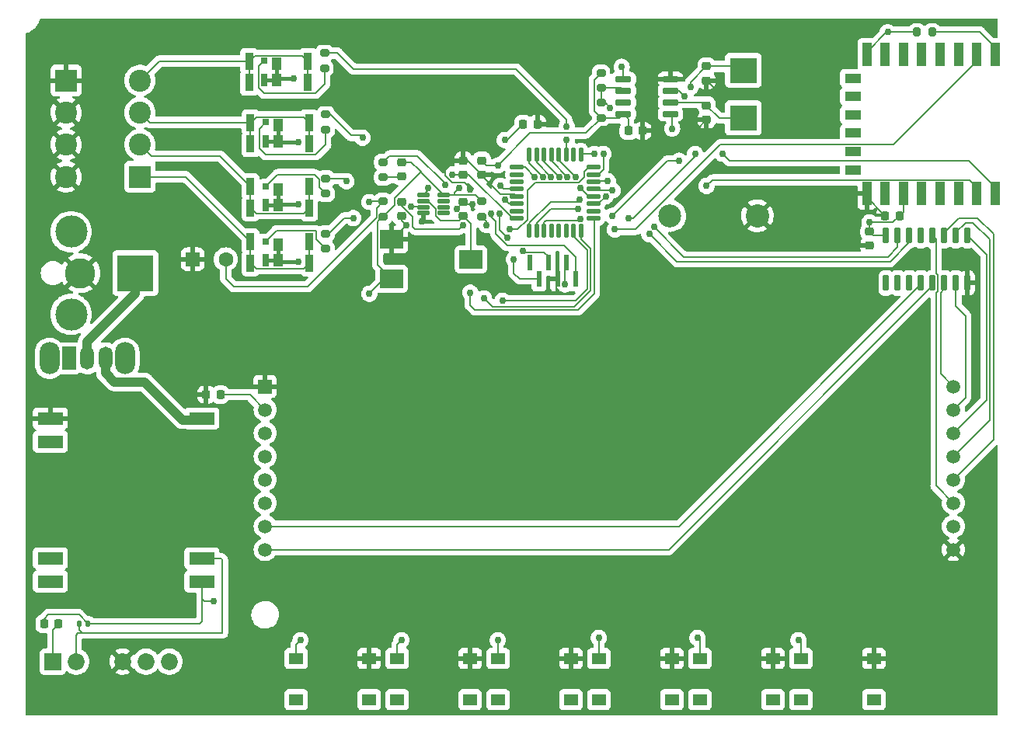
<source format=gbr>
%TF.GenerationSoftware,KiCad,Pcbnew,(6.0.9)*%
%TF.CreationDate,2023-01-24T23:05:38+01:00*%
%TF.ProjectId,Projekt,50726f6a-656b-4742-9e6b-696361645f70,rev?*%
%TF.SameCoordinates,Original*%
%TF.FileFunction,Copper,L1,Top*%
%TF.FilePolarity,Positive*%
%FSLAX46Y46*%
G04 Gerber Fmt 4.6, Leading zero omitted, Abs format (unit mm)*
G04 Created by KiCad (PCBNEW (6.0.9)) date 2023-01-24 23:05:38*
%MOMM*%
%LPD*%
G01*
G04 APERTURE LIST*
G04 Aperture macros list*
%AMRoundRect*
0 Rectangle with rounded corners*
0 $1 Rounding radius*
0 $2 $3 $4 $5 $6 $7 $8 $9 X,Y pos of 4 corners*
0 Add a 4 corners polygon primitive as box body*
4,1,4,$2,$3,$4,$5,$6,$7,$8,$9,$2,$3,0*
0 Add four circle primitives for the rounded corners*
1,1,$1+$1,$2,$3*
1,1,$1+$1,$4,$5*
1,1,$1+$1,$6,$7*
1,1,$1+$1,$8,$9*
0 Add four rect primitives between the rounded corners*
20,1,$1+$1,$2,$3,$4,$5,0*
20,1,$1+$1,$4,$5,$6,$7,0*
20,1,$1+$1,$6,$7,$8,$9,0*
20,1,$1+$1,$8,$9,$2,$3,0*%
G04 Aperture macros list end*
%TA.AperFunction,SMDPad,CuDef*%
%ADD10R,0.600000X1.750000*%
%TD*%
%TA.AperFunction,ComponentPad*%
%ADD11R,2.400000X2.400000*%
%TD*%
%TA.AperFunction,ComponentPad*%
%ADD12C,2.400000*%
%TD*%
%TA.AperFunction,SMDPad,CuDef*%
%ADD13RoundRect,0.140000X0.140000X0.170000X-0.140000X0.170000X-0.140000X-0.170000X0.140000X-0.170000X0*%
%TD*%
%TA.AperFunction,SMDPad,CuDef*%
%ADD14RoundRect,0.200000X0.275000X-0.200000X0.275000X0.200000X-0.275000X0.200000X-0.275000X-0.200000X0*%
%TD*%
%TA.AperFunction,SMDPad,CuDef*%
%ADD15R,0.900000X1.850000*%
%TD*%
%TA.AperFunction,SMDPad,CuDef*%
%ADD16R,0.650000X0.650000*%
%TD*%
%TA.AperFunction,SMDPad,CuDef*%
%ADD17R,1.000000X1.350000*%
%TD*%
%TA.AperFunction,SMDPad,CuDef*%
%ADD18R,0.650000X1.350000*%
%TD*%
%TA.AperFunction,SMDPad,CuDef*%
%ADD19RoundRect,0.150000X0.725000X0.150000X-0.725000X0.150000X-0.725000X-0.150000X0.725000X-0.150000X0*%
%TD*%
%TA.AperFunction,SMDPad,CuDef*%
%ADD20R,2.500000X2.000000*%
%TD*%
%TA.AperFunction,SMDPad,CuDef*%
%ADD21RoundRect,0.225000X-0.250000X0.225000X-0.250000X-0.225000X0.250000X-0.225000X0.250000X0.225000X0*%
%TD*%
%TA.AperFunction,SMDPad,CuDef*%
%ADD22RoundRect,0.150000X0.150000X-0.725000X0.150000X0.725000X-0.150000X0.725000X-0.150000X-0.725000X0*%
%TD*%
%TA.AperFunction,SMDPad,CuDef*%
%ADD23RoundRect,0.200000X-0.275000X0.200000X-0.275000X-0.200000X0.275000X-0.200000X0.275000X0.200000X0*%
%TD*%
%TA.AperFunction,SMDPad,CuDef*%
%ADD24RoundRect,0.225000X0.250000X-0.225000X0.250000X0.225000X-0.250000X0.225000X-0.250000X-0.225000X0*%
%TD*%
%TA.AperFunction,SMDPad,CuDef*%
%ADD25RoundRect,0.218750X0.256250X-0.218750X0.256250X0.218750X-0.256250X0.218750X-0.256250X-0.218750X0*%
%TD*%
%TA.AperFunction,SMDPad,CuDef*%
%ADD26RoundRect,0.225000X-0.225000X-0.250000X0.225000X-0.250000X0.225000X0.250000X-0.225000X0.250000X0*%
%TD*%
%TA.AperFunction,SMDPad,CuDef*%
%ADD27RoundRect,0.200000X-0.200000X-0.275000X0.200000X-0.275000X0.200000X0.275000X-0.200000X0.275000X0*%
%TD*%
%TA.AperFunction,SMDPad,CuDef*%
%ADD28RoundRect,0.218750X-0.218750X-0.256250X0.218750X-0.256250X0.218750X0.256250X-0.218750X0.256250X0*%
%TD*%
%TA.AperFunction,SMDPad,CuDef*%
%ADD29RoundRect,0.125000X-0.625000X-0.125000X0.625000X-0.125000X0.625000X0.125000X-0.625000X0.125000X0*%
%TD*%
%TA.AperFunction,SMDPad,CuDef*%
%ADD30RoundRect,0.125000X-0.125000X-0.625000X0.125000X-0.625000X0.125000X0.625000X-0.125000X0.625000X0*%
%TD*%
%TA.AperFunction,SMDPad,CuDef*%
%ADD31R,1.550000X1.300000*%
%TD*%
%TA.AperFunction,SMDPad,CuDef*%
%ADD32R,1.000000X2.500000*%
%TD*%
%TA.AperFunction,SMDPad,CuDef*%
%ADD33R,1.800000X1.000000*%
%TD*%
%TA.AperFunction,ComponentPad*%
%ADD34C,2.500000*%
%TD*%
%TA.AperFunction,ComponentPad*%
%ADD35C,2.540000*%
%TD*%
%TA.AperFunction,ComponentPad*%
%ADD36R,1.850000X1.850000*%
%TD*%
%TA.AperFunction,ComponentPad*%
%ADD37C,1.850000*%
%TD*%
%TA.AperFunction,SMDPad,CuDef*%
%ADD38RoundRect,0.225000X0.225000X0.250000X-0.225000X0.250000X-0.225000X-0.250000X0.225000X-0.250000X0*%
%TD*%
%TA.AperFunction,ComponentPad*%
%ADD39RoundRect,0.250000X-0.550000X-0.550000X0.550000X-0.550000X0.550000X0.550000X-0.550000X0.550000X0*%
%TD*%
%TA.AperFunction,ComponentPad*%
%ADD40C,1.600000*%
%TD*%
%TA.AperFunction,SMDPad,CuDef*%
%ADD41R,2.800000X1.400000*%
%TD*%
%TA.AperFunction,ComponentPad*%
%ADD42R,4.000000X4.000000*%
%TD*%
%TA.AperFunction,ComponentPad*%
%ADD43C,3.300000*%
%TD*%
%TA.AperFunction,ComponentPad*%
%ADD44C,3.500000*%
%TD*%
%TA.AperFunction,SMDPad,CuDef*%
%ADD45RoundRect,0.125000X-0.537500X-0.125000X0.537500X-0.125000X0.537500X0.125000X-0.537500X0.125000X0*%
%TD*%
%TA.AperFunction,ComponentPad*%
%ADD46O,2.200000X3.500000*%
%TD*%
%TA.AperFunction,ComponentPad*%
%ADD47R,1.500000X2.500000*%
%TD*%
%TA.AperFunction,ComponentPad*%
%ADD48O,1.500000X2.500000*%
%TD*%
%TA.AperFunction,SMDPad,CuDef*%
%ADD49R,3.000000X2.800000*%
%TD*%
%TA.AperFunction,ComponentPad*%
%ADD50R,1.500000X1.500000*%
%TD*%
%TA.AperFunction,ComponentPad*%
%ADD51C,1.500000*%
%TD*%
%TA.AperFunction,ViaPad*%
%ADD52C,0.750000*%
%TD*%
%TA.AperFunction,Conductor*%
%ADD53C,1.000000*%
%TD*%
%TA.AperFunction,Conductor*%
%ADD54C,0.200000*%
%TD*%
%TA.AperFunction,Conductor*%
%ADD55C,0.400000*%
%TD*%
G04 APERTURE END LIST*
D10*
%TO.P,J3,1,Pin_1*%
%TO.N,+3.3V*%
X125500000Y-97875000D03*
%TO.P,J3,2,Pin_2*%
%TO.N,/SWCLK*%
X124500000Y-96125000D03*
%TO.P,J3,3,Pin_3*%
%TO.N,GND*%
X123500000Y-97875000D03*
%TO.P,J3,4,Pin_4*%
%TO.N,/SWDIO*%
X122500000Y-96125000D03*
%TO.P,J3,5,Pin_5*%
%TO.N,/NRST*%
X121500000Y-97875000D03*
%TO.P,J3,6,Pin_6*%
%TO.N,unconnected-(J3-Pad6)*%
X120500000Y-96125000D03*
%TD*%
D11*
%TO.P,J2,1,Pin_1*%
%TO.N,GND*%
X69950000Y-76250000D03*
D12*
%TO.P,J2,2,Pin_2*%
X69950000Y-79750000D03*
%TO.P,J2,3,Pin_3*%
X69950000Y-83250000D03*
%TO.P,J2,4,Pin_4*%
X69950000Y-86750000D03*
%TD*%
D11*
%TO.P,J1,1,Pin_1*%
%TO.N,/V1*%
X78000000Y-86750000D03*
D12*
%TO.P,J1,2,Pin_2*%
%TO.N,/V2*%
X78000000Y-83250000D03*
%TO.P,J1,3,Pin_3*%
%TO.N,/V3*%
X78000000Y-79750000D03*
%TO.P,J1,4,Pin_4*%
%TO.N,/V4*%
X78000000Y-76250000D03*
%TD*%
D13*
%TO.P,C11,1*%
%TO.N,+5V*%
X72328884Y-135480000D03*
%TO.P,C11,2*%
%TO.N,Net-(C11-Pad2)*%
X71368884Y-135480000D03*
%TD*%
D14*
%TO.P,R3,1*%
%TO.N,Net-(Q1-Pad2)*%
X98250000Y-94605000D03*
%TO.P,R3,2*%
%TO.N,/Q1*%
X98250000Y-92955000D03*
%TD*%
D15*
%TO.P,Q2,1,D*%
%TO.N,/V3*%
X90050000Y-83180000D03*
X96450000Y-80830000D03*
X96450000Y-83180000D03*
X90050000Y-80830000D03*
D16*
%TO.P,Q2,2,G*%
%TO.N,Net-(Q2-Pad2)*%
X91700000Y-80805000D03*
D17*
%TO.P,Q2,3,S*%
%TO.N,+24V*%
X93075000Y-82855000D03*
D18*
X91700000Y-82855000D03*
D17*
X93075000Y-81155000D03*
%TD*%
D19*
%TO.P,U1,1,X1*%
%TO.N,Net-(C1-Pad1)*%
X135825000Y-79905000D03*
%TO.P,U1,2,X2*%
%TO.N,Net-(C2-Pad1)*%
X135825000Y-78635000D03*
%TO.P,U1,3,VBAT*%
%TO.N,Net-(BT1-Pad1)*%
X135825000Y-77365000D03*
%TO.P,U1,4,GND*%
%TO.N,GND*%
X135825000Y-76095000D03*
%TO.P,U1,5,SDA*%
%TO.N,/I2C2_SDA*%
X130675000Y-76095000D03*
%TO.P,U1,6,SCL*%
%TO.N,/I2C2_SCL*%
X130675000Y-77365000D03*
%TO.P,U1,7,SQW/OUT*%
%TO.N,unconnected-(U1-Pad7)*%
X130675000Y-78635000D03*
%TO.P,U1,8,VCC*%
%TO.N,+5V*%
X130675000Y-79905000D03*
%TD*%
D20*
%TO.P,RV1,1,1*%
%TO.N,+5V*%
X105425000Y-97900000D03*
%TO.P,RV1,2,2*%
%TO.N,Net-(C10-Pad1)*%
X114075000Y-95750000D03*
%TO.P,RV1,3,3*%
%TO.N,GND*%
X105425000Y-93600000D03*
%TD*%
D21*
%TO.P,C6,1*%
%TO.N,+3.3V*%
X157500000Y-92725000D03*
%TO.P,C6,2*%
%TO.N,GND*%
X157500000Y-94275000D03*
%TD*%
D22*
%TO.P,U3,1,A0*%
%TO.N,unconnected-(U3-Pad1)*%
X159305000Y-98325000D03*
%TO.P,U3,2,A1*%
%TO.N,unconnected-(U3-Pad2)*%
X160575000Y-98325000D03*
%TO.P,U3,3,A2*%
%TO.N,unconnected-(U3-Pad3)*%
X161845000Y-98325000D03*
%TO.P,U3,4,P0*%
%TO.N,Net-(U3-Pad4)*%
X163115000Y-98325000D03*
%TO.P,U3,5,P1*%
%TO.N,Net-(U3-Pad5)*%
X164385000Y-98325000D03*
%TO.P,U3,6,P2*%
%TO.N,Net-(U3-Pad6)*%
X165655000Y-98325000D03*
%TO.P,U3,7,P3*%
%TO.N,Net-(U3-Pad7)*%
X166925000Y-98325000D03*
%TO.P,U3,8,VSS*%
%TO.N,GND*%
X168195000Y-98325000D03*
%TO.P,U3,9,P4*%
%TO.N,Net-(U3-Pad9)*%
X168195000Y-93175000D03*
%TO.P,U3,10,P5*%
%TO.N,Net-(U3-Pad10)*%
X166925000Y-93175000D03*
%TO.P,U3,11,P6*%
%TO.N,Net-(U3-Pad11)*%
X165655000Y-93175000D03*
%TO.P,U3,12,P7*%
%TO.N,Net-(U3-Pad12)*%
X164385000Y-93175000D03*
%TO.P,U3,13,~{INT}*%
%TO.N,unconnected-(U3-Pad13)*%
X163115000Y-93175000D03*
%TO.P,U3,14,SCL*%
%TO.N,/I2C1_SCL*%
X161845000Y-93175000D03*
%TO.P,U3,15,SDA*%
%TO.N,/I2C1_SDA*%
X160575000Y-93175000D03*
%TO.P,U3,16,VDD*%
%TO.N,+3.3V*%
X159305000Y-93175000D03*
%TD*%
D23*
%TO.P,R1,1*%
%TO.N,+5V*%
X128250000Y-75425000D03*
%TO.P,R1,2*%
%TO.N,/I2C2_SCL*%
X128250000Y-77075000D03*
%TD*%
%TO.P,R10,1*%
%TO.N,+5V*%
X115250000Y-89425000D03*
%TO.P,R10,2*%
%TO.N,Net-(D2-Pad2)*%
X115250000Y-91075000D03*
%TD*%
D24*
%TO.P,C9,1*%
%TO.N,/ADC1_IN1*%
X113250000Y-86525000D03*
%TO.P,C9,2*%
%TO.N,GND*%
X113250000Y-84975000D03*
%TD*%
D25*
%TO.P,D2,1,K*%
%TO.N,GND*%
X106500000Y-91037500D03*
%TO.P,D2,2,A*%
%TO.N,Net-(D2-Pad2)*%
X106500000Y-89462500D03*
%TD*%
D14*
%TO.P,R8,1*%
%TO.N,+5V*%
X104500000Y-91075000D03*
%TO.P,R8,2*%
%TO.N,/ADC1_IN1*%
X104500000Y-89425000D03*
%TD*%
D24*
%TO.P,C10,1*%
%TO.N,Net-(C10-Pad1)*%
X113250000Y-91025000D03*
%TO.P,C10,2*%
%TO.N,GND*%
X113250000Y-89475000D03*
%TD*%
D26*
%TO.P,C3,1*%
%TO.N,+5V*%
X131225000Y-81750000D03*
%TO.P,C3,2*%
%TO.N,GND*%
X132775000Y-81750000D03*
%TD*%
D27*
%TO.P,R7,1*%
%TO.N,+3.3V*%
X162675000Y-71000000D03*
%TO.P,R7,2*%
%TO.N,Net-(R7-Pad2)*%
X164325000Y-71000000D03*
%TD*%
D14*
%TO.P,R9,1*%
%TO.N,Net-(D1-Pad1)*%
X104500000Y-86825000D03*
%TO.P,R9,2*%
%TO.N,/GPIO_Input*%
X104500000Y-85175000D03*
%TD*%
D28*
%TO.P,L1,1,1*%
%TO.N,+5V*%
X67561384Y-135480000D03*
%TO.P,L1,2,2*%
%TO.N,Net-(L1-Pad2)*%
X69136384Y-135480000D03*
%TD*%
D29*
%TO.P,U2,1,PB9*%
%TO.N,/SW1*%
X119075000Y-85700000D03*
%TO.P,U2,2,OSC32_IN/PC14*%
%TO.N,unconnected-(U2-Pad2)*%
X119075000Y-86500000D03*
%TO.P,U2,3,OSC32_OUT/PC15*%
%TO.N,unconnected-(U2-Pad3)*%
X119075000Y-87300000D03*
%TO.P,U2,4,VDD/VDDA*%
%TO.N,+3.3V*%
X119075000Y-88100000D03*
%TO.P,U2,5,VSS/VSSA*%
%TO.N,GND*%
X119075000Y-88900000D03*
%TO.P,U2,6,~{RST}/PF2*%
%TO.N,/NRST*%
X119075000Y-89700000D03*
%TO.P,U2,7,PA0*%
%TO.N,unconnected-(U2-Pad7)*%
X119075000Y-90500000D03*
%TO.P,U2,8,PA1*%
%TO.N,/ADC1_IN1*%
X119075000Y-91300000D03*
D30*
%TO.P,U2,9,PA2*%
%TO.N,/USART2_TX*%
X120450000Y-92675000D03*
%TO.P,U2,10,PA3*%
%TO.N,/USART2_RX*%
X121250000Y-92675000D03*
%TO.P,U2,11,PA4*%
%TO.N,/ADC1_IN4*%
X122050000Y-92675000D03*
%TO.P,U2,12,PA5*%
%TO.N,unconnected-(U2-Pad12)*%
X122850000Y-92675000D03*
%TO.P,U2,13,PA6*%
%TO.N,unconnected-(U2-Pad13)*%
X123650000Y-92675000D03*
%TO.P,U2,14,PA7*%
%TO.N,unconnected-(U2-Pad14)*%
X124450000Y-92675000D03*
%TO.P,U2,15,PB0*%
%TO.N,/Q1*%
X125250000Y-92675000D03*
%TO.P,U2,16,PB1*%
%TO.N,/Q2*%
X126050000Y-92675000D03*
D29*
%TO.P,U2,17,PB2*%
%TO.N,/Q3*%
X127425000Y-91300000D03*
%TO.P,U2,18,PA8*%
%TO.N,unconnected-(U2-Pad18)*%
X127425000Y-90500000D03*
%TO.P,U2,19,PA9*%
%TO.N,/I2C1_SCL*%
X127425000Y-89700000D03*
%TO.P,U2,20,PC6*%
%TO.N,/GPIO_Input*%
X127425000Y-88900000D03*
%TO.P,U2,21,PA10*%
%TO.N,/I2C1_SDA*%
X127425000Y-88100000D03*
%TO.P,U2,22,PA11_[PA9]*%
%TO.N,/I2C2_SCL*%
X127425000Y-87300000D03*
%TO.P,U2,23,PA12_[PA10]*%
%TO.N,/I2C2_SDA*%
X127425000Y-86500000D03*
%TO.P,U2,24,PA13*%
%TO.N,/SWDIO*%
X127425000Y-85700000D03*
D30*
%TO.P,U2,25,PA14/BOOT0*%
%TO.N,/SWCLK*%
X126050000Y-84325000D03*
%TO.P,U2,26,PA15*%
%TO.N,unconnected-(U2-Pad26)*%
X125250000Y-84325000D03*
%TO.P,U2,27,PB3*%
%TO.N,/Q4*%
X124450000Y-84325000D03*
%TO.P,U2,28,PB4*%
%TO.N,/SW6*%
X123650000Y-84325000D03*
%TO.P,U2,29,PB5*%
%TO.N,/SW5*%
X122850000Y-84325000D03*
%TO.P,U2,30,PB6*%
%TO.N,/SW4*%
X122050000Y-84325000D03*
%TO.P,U2,31,PB7*%
%TO.N,/SW3*%
X121250000Y-84325000D03*
%TO.P,U2,32,PB8*%
%TO.N,/SW2*%
X120450000Y-84325000D03*
%TD*%
D31*
%TO.P,SW5,1,1*%
%TO.N,/SW5*%
X139025000Y-139250000D03*
%TO.P,SW5,2,2*%
%TO.N,unconnected-(SW5-Pad2)*%
X139025000Y-143750000D03*
%TO.P,SW5,3,K*%
%TO.N,GND*%
X146975000Y-139250000D03*
%TO.P,SW5,4,A*%
%TO.N,unconnected-(SW5-Pad4)*%
X146975000Y-143750000D03*
%TD*%
%TO.P,SW6,1,1*%
%TO.N,/SW6*%
X150025000Y-139250000D03*
%TO.P,SW6,2,2*%
%TO.N,unconnected-(SW6-Pad2)*%
X150025000Y-143750000D03*
%TO.P,SW6,3,K*%
%TO.N,GND*%
X157975000Y-139250000D03*
%TO.P,SW6,4,A*%
%TO.N,unconnected-(SW6-Pad4)*%
X157975000Y-143750000D03*
%TD*%
D32*
%TO.P,U5,1,~{RST}*%
%TO.N,Net-(R7-Pad2)*%
X171200000Y-73400000D03*
%TO.P,U5,2,ADC*%
%TO.N,/ADC1_IN4*%
X169200000Y-73400000D03*
%TO.P,U5,3,EN*%
%TO.N,unconnected-(U5-Pad3)*%
X167200000Y-73400000D03*
%TO.P,U5,4,GPIO16*%
%TO.N,unconnected-(U5-Pad4)*%
X165200000Y-73400000D03*
%TO.P,U5,5,GPIO14*%
%TO.N,unconnected-(U5-Pad5)*%
X163200000Y-73400000D03*
%TO.P,U5,6,GPIO12*%
%TO.N,unconnected-(U5-Pad6)*%
X161200000Y-73400000D03*
%TO.P,U5,7,GPIO13*%
%TO.N,unconnected-(U5-Pad7)*%
X159200000Y-73400000D03*
%TO.P,U5,8,VCC*%
%TO.N,+3.3V*%
X157200000Y-73400000D03*
D33*
%TO.P,U5,9,CS0*%
%TO.N,unconnected-(U5-Pad9)*%
X155700000Y-76000000D03*
%TO.P,U5,10,MISO*%
%TO.N,unconnected-(U5-Pad10)*%
X155700000Y-78000000D03*
%TO.P,U5,11,GPIO9*%
%TO.N,unconnected-(U5-Pad11)*%
X155700000Y-80000000D03*
%TO.P,U5,12,GPIO10*%
%TO.N,unconnected-(U5-Pad12)*%
X155700000Y-82000000D03*
%TO.P,U5,13,MOSI*%
%TO.N,unconnected-(U5-Pad13)*%
X155700000Y-84000000D03*
%TO.P,U5,14,SCLK*%
%TO.N,unconnected-(U5-Pad14)*%
X155700000Y-86000000D03*
D32*
%TO.P,U5,15,GND*%
%TO.N,GND*%
X157200000Y-88600000D03*
%TO.P,U5,16,GPIO15*%
%TO.N,unconnected-(U5-Pad16)*%
X159200000Y-88600000D03*
%TO.P,U5,17,GPIO2*%
%TO.N,+3.3V*%
X161200000Y-88600000D03*
%TO.P,U5,18,GPIO0*%
%TO.N,unconnected-(U5-Pad18)*%
X163200000Y-88600000D03*
%TO.P,U5,19,GPIO4*%
%TO.N,unconnected-(U5-Pad19)*%
X165200000Y-88600000D03*
%TO.P,U5,20,GPIO5*%
%TO.N,unconnected-(U5-Pad20)*%
X167200000Y-88600000D03*
%TO.P,U5,21,GPIO3/RXD*%
%TO.N,/USART2_RX*%
X169200000Y-88600000D03*
%TO.P,U5,22,GPIO1/TXD*%
%TO.N,/USART2_TX*%
X171200000Y-88600000D03*
%TD*%
D34*
%TO.P,BT1,1,+*%
%TO.N,Net-(BT1-Pad1)*%
X135753395Y-91000000D03*
D35*
%TO.P,BT1,2,-*%
%TO.N,GND*%
X145283395Y-91000000D03*
%TD*%
D36*
%TO.P,PS1,1,+Vin*%
%TO.N,Net-(L1-Pad2)*%
X68500000Y-139605000D03*
D37*
%TO.P,PS1,2,-Vin*%
%TO.N,Net-(C11-Pad2)*%
X71040000Y-139605000D03*
%TO.P,PS1,4,-Vout*%
%TO.N,GND*%
X76120000Y-139605000D03*
%TO.P,PS1,5,0V*%
%TO.N,unconnected-(PS1-Pad5)*%
X78660000Y-139605000D03*
%TO.P,PS1,6,+Vout*%
%TO.N,+3.3V*%
X81200000Y-139605000D03*
%TD*%
D15*
%TO.P,Q1,1,D*%
%TO.N,/V1*%
X90050000Y-93825000D03*
X90050000Y-96175000D03*
X96450000Y-96175000D03*
X96450000Y-93825000D03*
D16*
%TO.P,Q1,2,G*%
%TO.N,Net-(Q1-Pad2)*%
X91700000Y-93800000D03*
D17*
%TO.P,Q1,3,S*%
%TO.N,+24V*%
X93075000Y-95850000D03*
X93075000Y-94150000D03*
D18*
X91700000Y-95850000D03*
%TD*%
D21*
%TO.P,C1,1*%
%TO.N,Net-(C1-Pad1)*%
X139750000Y-74725000D03*
%TO.P,C1,2*%
%TO.N,GND*%
X139750000Y-76275000D03*
%TD*%
D31*
%TO.P,SW1,1,1*%
%TO.N,/SW1*%
X95025000Y-139250000D03*
%TO.P,SW1,2,2*%
%TO.N,unconnected-(SW1-Pad2)*%
X95025000Y-143750000D03*
%TO.P,SW1,3,K*%
%TO.N,GND*%
X102975000Y-139250000D03*
%TO.P,SW1,4,A*%
%TO.N,unconnected-(SW1-Pad4)*%
X102975000Y-143750000D03*
%TD*%
D26*
%TO.P,C5,1*%
%TO.N,+3.3V*%
X119750000Y-81000000D03*
%TO.P,C5,2*%
%TO.N,GND*%
X121300000Y-81000000D03*
%TD*%
D14*
%TO.P,R6,1*%
%TO.N,Net-(Q4-Pad2)*%
X98100000Y-74925000D03*
%TO.P,R6,2*%
%TO.N,/Q4*%
X98100000Y-73275000D03*
%TD*%
D38*
%TO.P,C7,1*%
%TO.N,+3.3V*%
X86775000Y-110500000D03*
%TO.P,C7,2*%
%TO.N,GND*%
X85225000Y-110500000D03*
%TD*%
D39*
%TO.P,J4,1,Pin_1*%
%TO.N,GND*%
X83750000Y-95755000D03*
D40*
%TO.P,J4,2,Pin_2*%
%TO.N,/ADC1_IN1*%
X87350000Y-95755000D03*
%TD*%
D31*
%TO.P,SW2,1,1*%
%TO.N,/SW2*%
X106025000Y-139250000D03*
%TO.P,SW2,2,2*%
%TO.N,unconnected-(SW2-Pad2)*%
X106025000Y-143750000D03*
%TO.P,SW2,3,K*%
%TO.N,GND*%
X113975000Y-139250000D03*
%TO.P,SW2,4,A*%
%TO.N,unconnected-(SW2-Pad4)*%
X113975000Y-143750000D03*
%TD*%
D41*
%TO.P,U7,1,-VIN*%
%TO.N,GND*%
X68250000Y-113110000D03*
%TO.P,U7,2,ON/~{OFF}*%
%TO.N,unconnected-(U7-Pad2)*%
X68250000Y-115650000D03*
%TO.P,U7,7,NC*%
%TO.N,unconnected-(U7-Pad7)*%
X68250000Y-128350000D03*
%TO.P,U7,8,NC*%
%TO.N,unconnected-(U7-Pad8)*%
X68250000Y-130890000D03*
%TO.P,U7,9,+VOUT*%
%TO.N,+5V*%
X84750000Y-130890000D03*
%TO.P,U7,10,-VOUT*%
%TO.N,Net-(C11-Pad2)*%
X84750000Y-128350000D03*
%TO.P,U7,16,+VIN*%
%TO.N,/Power supply/VIN*%
X84750000Y-113110000D03*
%TD*%
D15*
%TO.P,Q4,1,D*%
%TO.N,/V4*%
X96300000Y-74145000D03*
X89900000Y-74145000D03*
X96300000Y-76495000D03*
X89900000Y-76495000D03*
D16*
%TO.P,Q4,2,G*%
%TO.N,Net-(Q4-Pad2)*%
X91550000Y-74120000D03*
D17*
%TO.P,Q4,3,S*%
%TO.N,+24V*%
X92925000Y-76170000D03*
D18*
X91550000Y-76170000D03*
D17*
X92925000Y-74470000D03*
%TD*%
D14*
%TO.P,R2,1*%
%TO.N,+5V*%
X128250000Y-80325000D03*
%TO.P,R2,2*%
%TO.N,/I2C2_SCL*%
X128250000Y-78675000D03*
%TD*%
D42*
%TO.P,J5,1*%
%TO.N,+24V*%
X77500000Y-97250000D03*
D43*
%TO.P,J5,2*%
%TO.N,GND*%
X71500000Y-97250000D03*
D44*
%TO.P,J5,MP*%
%TO.N,N/C*%
X70500000Y-101750000D03*
X70500000Y-92750000D03*
%TD*%
D15*
%TO.P,Q3,1,D*%
%TO.N,/V2*%
X96450000Y-90175000D03*
X90050000Y-90175000D03*
X90050000Y-87825000D03*
X96450000Y-87825000D03*
D16*
%TO.P,Q3,2,G*%
%TO.N,Net-(Q3-Pad2)*%
X91700000Y-87800000D03*
D17*
%TO.P,Q3,3,S*%
%TO.N,+24V*%
X93075000Y-88150000D03*
D18*
X91700000Y-89850000D03*
D17*
X93075000Y-89850000D03*
%TD*%
D45*
%TO.P,U6,1*%
%TO.N,/GPIO_Input*%
X108862500Y-88775000D03*
%TO.P,U6,2,-*%
%TO.N,Net-(C10-Pad1)*%
X108862500Y-89425000D03*
%TO.P,U6,3,+*%
%TO.N,/ADC1_IN1*%
X108862500Y-90075000D03*
%TO.P,U6,4,V-*%
%TO.N,GND*%
X108862500Y-90725000D03*
%TO.P,U6,5*%
%TO.N,N/C*%
X111137500Y-90725000D03*
%TO.P,U6,6*%
X111137500Y-90075000D03*
%TO.P,U6,7*%
X111137500Y-89425000D03*
%TO.P,U6,8,V+*%
%TO.N,+5V*%
X111137500Y-88775000D03*
%TD*%
D14*
%TO.P,R5,1*%
%TO.N,Net-(Q3-Pad2)*%
X98250000Y-88605000D03*
%TO.P,R5,2*%
%TO.N,/Q2*%
X98250000Y-86955000D03*
%TD*%
D46*
%TO.P,SW7,*%
%TO.N,*%
X68150000Y-106547500D03*
X76350000Y-106547500D03*
D47*
%TO.P,SW7,1,A*%
%TO.N,unconnected-(SW7-Pad1)*%
X70250000Y-106547500D03*
D48*
%TO.P,SW7,2,B*%
%TO.N,+24V*%
X72250000Y-106547500D03*
%TO.P,SW7,3,C*%
%TO.N,/Power supply/VIN*%
X74250000Y-106547500D03*
%TD*%
D31*
%TO.P,SW3,1,1*%
%TO.N,/SW3*%
X117025000Y-139250000D03*
%TO.P,SW3,2,2*%
%TO.N,unconnected-(SW3-Pad2)*%
X117025000Y-143750000D03*
%TO.P,SW3,3,K*%
%TO.N,GND*%
X124975000Y-139250000D03*
%TO.P,SW3,4,A*%
%TO.N,unconnected-(SW3-Pad4)*%
X124975000Y-143750000D03*
%TD*%
D38*
%TO.P,C8,1*%
%TO.N,+3.3V*%
X160775000Y-91000000D03*
%TO.P,C8,2*%
%TO.N,GND*%
X159225000Y-91000000D03*
%TD*%
D14*
%TO.P,R4,1*%
%TO.N,Net-(Q2-Pad2)*%
X98250000Y-81610000D03*
%TO.P,R4,2*%
%TO.N,/Q3*%
X98250000Y-79960000D03*
%TD*%
D21*
%TO.P,C2,1*%
%TO.N,Net-(C2-Pad1)*%
X139750000Y-78975000D03*
%TO.P,C2,2*%
%TO.N,GND*%
X139750000Y-80525000D03*
%TD*%
D49*
%TO.P,Y1,1,1*%
%TO.N,Net-(C2-Pad1)*%
X143750000Y-80350000D03*
%TO.P,Y1,2,2*%
%TO.N,Net-(C1-Pad1)*%
X143750000Y-75150000D03*
%TD*%
D31*
%TO.P,SW4,1,1*%
%TO.N,/SW4*%
X128025000Y-139250000D03*
%TO.P,SW4,2,2*%
%TO.N,unconnected-(SW4-Pad2)*%
X128025000Y-143750000D03*
%TO.P,SW4,3,K*%
%TO.N,GND*%
X135975000Y-139250000D03*
%TO.P,SW4,4,A*%
%TO.N,unconnected-(SW4-Pad4)*%
X135975000Y-143750000D03*
%TD*%
D50*
%TO.P,U4,1,VSS*%
%TO.N,GND*%
X91642500Y-109610000D03*
D51*
%TO.P,U4,2,VDD*%
%TO.N,+3.3V*%
X91642500Y-112150000D03*
%TO.P,U4,3,VO*%
%TO.N,unconnected-(U4-Pad3)*%
X91642500Y-114690000D03*
%TO.P,U4,4,RS*%
%TO.N,unconnected-(U4-Pad4)*%
X91642500Y-117230000D03*
%TO.P,U4,5,R/W*%
%TO.N,unconnected-(U4-Pad5)*%
X91642500Y-119770000D03*
%TO.P,U4,6,E*%
%TO.N,unconnected-(U4-Pad6)*%
X91642500Y-122310000D03*
%TO.P,U4,7,DB0*%
%TO.N,Net-(U3-Pad4)*%
X91642500Y-124850000D03*
%TO.P,U4,8,DB1*%
%TO.N,Net-(U3-Pad5)*%
X91642500Y-127390000D03*
%TO.P,U4,9,DB2*%
%TO.N,Net-(U3-Pad6)*%
X166642500Y-109610000D03*
%TO.P,U4,10,DB3*%
%TO.N,Net-(U3-Pad7)*%
X166642500Y-112150000D03*
%TO.P,U4,11,DB4*%
%TO.N,Net-(U3-Pad9)*%
X166642500Y-114690000D03*
%TO.P,U4,12,DB5*%
%TO.N,Net-(U3-Pad10)*%
X166642500Y-117230000D03*
%TO.P,U4,13,DB6*%
%TO.N,Net-(U3-Pad11)*%
X166642500Y-119770000D03*
%TO.P,U4,14,DB7*%
%TO.N,Net-(U3-Pad12)*%
X166642500Y-122310000D03*
%TO.P,U4,15,A*%
%TO.N,+3.3V*%
X166642500Y-124850000D03*
%TO.P,U4,16,K*%
%TO.N,GND*%
X166642500Y-127390000D03*
%TD*%
D21*
%TO.P,C4,1*%
%TO.N,+5V*%
X115250000Y-84975000D03*
%TO.P,C4,2*%
%TO.N,GND*%
X115250000Y-86525000D03*
%TD*%
D25*
%TO.P,D1,1,K*%
%TO.N,Net-(D1-Pad1)*%
X106540000Y-86730000D03*
%TO.P,D1,2,A*%
%TO.N,+5V*%
X106540000Y-85155000D03*
%TD*%
D52*
%TO.N,GND*%
X114000000Y-88124500D03*
X114254339Y-89745661D03*
%TO.N,Net-(BT1-Pad1)*%
X137375500Y-78000000D03*
%TO.N,GND*%
X167500000Y-96250000D03*
X107000000Y-92000000D03*
X108750000Y-91625500D03*
X138250000Y-81500000D03*
X141250000Y-77750000D03*
X112495831Y-90245415D03*
X155500000Y-94250000D03*
%TO.N,Net-(C1-Pad1)*%
X138000000Y-77000000D03*
X136000000Y-81500000D03*
%TO.N,+5V*%
X112750000Y-88000000D03*
X117000000Y-85500000D03*
X86000000Y-133000000D03*
X103000000Y-99500000D03*
%TO.N,+3.3V*%
X157500000Y-91725000D03*
X159500000Y-71000000D03*
X159500000Y-71000000D03*
X116250000Y-90750500D03*
X117250000Y-87750000D03*
X117750000Y-82750000D03*
%TO.N,Net-(D2-Pad2)*%
X113250000Y-92000000D03*
X115750000Y-92000000D03*
%TO.N,/SWCLK*%
X127500000Y-84250000D03*
X124324502Y-98500000D03*
%TO.N,/SWDIO*%
X119750000Y-94874500D03*
X118250000Y-92500000D03*
%TO.N,/NRST*%
X118066589Y-93433411D03*
X117750000Y-89250000D03*
X118750000Y-95750000D03*
X117149502Y-90749900D03*
%TO.N,+24V*%
X94750000Y-76000000D03*
X95250000Y-83000000D03*
X95250000Y-89750000D03*
X95250000Y-96000000D03*
%TO.N,/I2C2_SCL*%
X129250000Y-79250000D03*
X129000000Y-87250000D03*
%TO.N,/Q1*%
X117500000Y-100250000D03*
X101250000Y-91250000D03*
%TO.N,/Q3*%
X102250000Y-82500000D03*
X114000000Y-99375500D03*
%TO.N,/Q2*%
X115500000Y-100000000D03*
X100500000Y-87250000D03*
%TO.N,/Q4*%
X124500000Y-82750000D03*
X124500000Y-81250000D03*
%TO.N,/I2C2_SDA*%
X128500000Y-84250000D03*
X130500000Y-74750000D03*
%TO.N,/USART2_TX*%
X138500000Y-84250000D03*
X131250000Y-91250000D03*
X141500000Y-84250000D03*
X125926892Y-89249500D03*
%TO.N,/USART2_RX*%
X136750000Y-85000000D03*
X139750000Y-87750000D03*
X125750000Y-90250000D03*
X129500000Y-91000000D03*
%TO.N,/ADC1_IN4*%
X126000000Y-91400500D03*
X129750000Y-92500000D03*
%TO.N,/I2C1_SCL*%
X128750000Y-88875500D03*
X133500000Y-93000000D03*
%TO.N,/GPIO_Input*%
X109431250Y-87951928D03*
X126000000Y-88000000D03*
X111250000Y-87624500D03*
%TO.N,/I2C1_SDA*%
X134000000Y-92250000D03*
X129500000Y-88250000D03*
%TO.N,/SW1*%
X121000000Y-86750000D03*
X95500000Y-137250000D03*
%TO.N,/SW2*%
X121899503Y-86750000D03*
X106500000Y-137250000D03*
%TO.N,/SW3*%
X122799006Y-86750000D03*
X117000000Y-137250000D03*
%TO.N,/SW4*%
X128000000Y-137000000D03*
X123698509Y-86750000D03*
%TO.N,/SW5*%
X124598012Y-86750000D03*
X138750000Y-137000000D03*
%TO.N,/SW6*%
X125497515Y-86750000D03*
X149750000Y-137250000D03*
%TO.N,/ADC1_IN1*%
X107500000Y-90000000D03*
X112000000Y-86500000D03*
X103000000Y-89500000D03*
%TD*%
D53*
%TO.N,+24V*%
X72250000Y-104750000D02*
X72250000Y-106547500D01*
X77500000Y-99500000D02*
X72250000Y-104750000D01*
X77500000Y-97250000D02*
X77500000Y-99500000D01*
D54*
%TO.N,GND*%
X113520661Y-89745661D02*
X113250000Y-89475000D01*
X114254339Y-89745661D02*
X113520661Y-89745661D01*
X114000000Y-88000000D02*
X114000000Y-88124500D01*
X113750000Y-87750000D02*
X114000000Y-88000000D01*
%TO.N,+5V*%
X112275000Y-88475000D02*
X112275000Y-88775000D01*
X112750000Y-88000000D02*
X112275000Y-88475000D01*
%TO.N,GND*%
X111991116Y-87375000D02*
X113375000Y-87375000D01*
X111250000Y-86000000D02*
X111250000Y-86633884D01*
X112275000Y-84975000D02*
X111250000Y-86000000D01*
X113375000Y-87375000D02*
X113750000Y-87750000D01*
X113250000Y-84975000D02*
X112275000Y-84975000D01*
X111250000Y-86633884D02*
X111991116Y-87375000D01*
%TO.N,+5V*%
X114600000Y-88775000D02*
X112275000Y-88775000D01*
X115250000Y-89425000D02*
X114600000Y-88775000D01*
%TO.N,/ADC1_IN1*%
X112000000Y-86500000D02*
X112025000Y-86525000D01*
X112025000Y-86525000D02*
X113250000Y-86525000D01*
%TO.N,GND*%
X112495831Y-90229169D02*
X113250000Y-89475000D01*
X112495831Y-90245415D02*
X112495831Y-90229169D01*
%TO.N,Net-(C11-Pad2)*%
X71368884Y-136118884D02*
X71750000Y-136500000D01*
X71368884Y-135480000D02*
X71368884Y-136118884D01*
X71750000Y-136500000D02*
X71250000Y-136500000D01*
X87000000Y-136500000D02*
X71750000Y-136500000D01*
X71250000Y-136500000D02*
X71040000Y-136710000D01*
X87000000Y-128500000D02*
X87000000Y-136500000D01*
X84750000Y-128350000D02*
X86850000Y-128350000D01*
X86850000Y-128350000D02*
X87000000Y-128500000D01*
X71040000Y-136710000D02*
X71040000Y-139605000D01*
%TO.N,+5V*%
X68000000Y-134500000D02*
X67561384Y-134938616D01*
X71348884Y-134500000D02*
X68000000Y-134500000D01*
X67561384Y-134938616D02*
X67561384Y-135480000D01*
X84500000Y-135500000D02*
X72348884Y-135500000D01*
X72348884Y-135500000D02*
X71348884Y-134500000D01*
X84750000Y-135250000D02*
X84500000Y-135500000D01*
X84750000Y-130890000D02*
X84750000Y-135250000D01*
%TO.N,/SWCLK*%
X124324502Y-96300498D02*
X124500000Y-96125000D01*
X124324502Y-98500000D02*
X124324502Y-96300498D01*
%TO.N,+3.3V*%
X125500000Y-95500000D02*
X125500000Y-97875000D01*
X124250000Y-94250000D02*
X125500000Y-95500000D01*
X118000000Y-94250000D02*
X124250000Y-94250000D01*
X116750000Y-93000000D02*
X118000000Y-94250000D01*
X116750000Y-91625000D02*
X116750000Y-93000000D01*
X116250000Y-90750500D02*
X116250000Y-91125000D01*
X116250000Y-91125000D02*
X116750000Y-91625000D01*
%TO.N,/SWDIO*%
X122500000Y-95450000D02*
X122500000Y-96125000D01*
X122050000Y-95000000D02*
X122500000Y-95450000D01*
%TO.N,/NRST*%
X119375000Y-97875000D02*
X121500000Y-97875000D01*
X118750000Y-97250000D02*
X119375000Y-97875000D01*
X118750000Y-95750000D02*
X118750000Y-97250000D01*
%TO.N,/V4*%
X80105000Y-74145000D02*
X89900000Y-74145000D01*
X78000000Y-76250000D02*
X80105000Y-74145000D01*
%TO.N,/V3*%
X79080000Y-80830000D02*
X90050000Y-80830000D01*
X78000000Y-79750000D02*
X79080000Y-80830000D01*
%TO.N,/V1*%
X90050000Y-93825000D02*
X90050000Y-96175000D01*
X82975000Y-86750000D02*
X90050000Y-93825000D01*
X78000000Y-86750000D02*
X82975000Y-86750000D01*
%TO.N,/V2*%
X86750000Y-84500000D02*
X90050000Y-87800000D01*
X79250000Y-84500000D02*
X86750000Y-84500000D01*
X78000000Y-83250000D02*
X79250000Y-84500000D01*
%TO.N,Net-(BT1-Pad1)*%
X136740500Y-77365000D02*
X137375500Y-78000000D01*
X135825000Y-77365000D02*
X136740500Y-77365000D01*
%TO.N,GND*%
X113250000Y-84975000D02*
X113700000Y-84975000D01*
X157475000Y-94250000D02*
X157500000Y-94275000D01*
X118800000Y-88625000D02*
X117241116Y-88625000D01*
X119075000Y-88900000D02*
X118800000Y-88625000D01*
X107000000Y-92000000D02*
X105425000Y-93575000D01*
X138775000Y-81500000D02*
X138250000Y-81500000D01*
X157200000Y-88975000D02*
X157200000Y-88600000D01*
X139775000Y-76275000D02*
X139750000Y-76275000D01*
X139750000Y-80525000D02*
X138775000Y-81500000D01*
X105425000Y-93575000D02*
X105425000Y-93600000D01*
X155500000Y-94250000D02*
X157475000Y-94250000D01*
X108862500Y-91513000D02*
X108862500Y-90725000D01*
X117241116Y-88625000D02*
X115250000Y-86633884D01*
X108750000Y-91625500D02*
X108862500Y-91513000D01*
X141250000Y-77750000D02*
X139775000Y-76275000D01*
X107000000Y-92000000D02*
X106500000Y-91500000D01*
X115250000Y-86633884D02*
X115250000Y-86525000D01*
X159225000Y-91000000D02*
X157200000Y-88975000D01*
X168195000Y-98325000D02*
X168195000Y-96945000D01*
X113700000Y-84975000D02*
X115250000Y-86525000D01*
X168195000Y-96945000D02*
X167500000Y-96250000D01*
X106500000Y-91500000D02*
X106500000Y-91037500D01*
%TO.N,Net-(C1-Pad1)*%
X143750000Y-75150000D02*
X143325000Y-74725000D01*
X143325000Y-74725000D02*
X139750000Y-74725000D01*
X138000000Y-76475000D02*
X138000000Y-77000000D01*
X136000000Y-81500000D02*
X136000000Y-80080000D01*
X136000000Y-80080000D02*
X135825000Y-79905000D01*
X139750000Y-74725000D02*
X138000000Y-76475000D01*
%TO.N,Net-(C2-Pad1)*%
X139750000Y-78975000D02*
X139410000Y-78635000D01*
X139410000Y-78635000D02*
X135825000Y-78635000D01*
X143750000Y-80350000D02*
X141125000Y-80350000D01*
X141125000Y-80350000D02*
X139750000Y-78975000D01*
%TO.N,+5V*%
X104500000Y-91075000D02*
X105775000Y-89800000D01*
X104500000Y-91075000D02*
X103925000Y-91650000D01*
X108931250Y-86568750D02*
X108431250Y-86068750D01*
X107517500Y-85155000D02*
X106540000Y-85155000D01*
X117000000Y-85500000D02*
X115775000Y-85500000D01*
X104600000Y-97900000D02*
X103000000Y-99500000D01*
X130255000Y-80325000D02*
X130675000Y-79905000D01*
X117000000Y-85500000D02*
X120500000Y-82000000D01*
X105425000Y-97900000D02*
X104600000Y-97900000D01*
X103925000Y-96400000D02*
X105425000Y-97900000D01*
X105775000Y-89800000D02*
X105775000Y-89049587D01*
X108574587Y-86250000D02*
X108574587Y-86212087D01*
X131225000Y-80455000D02*
X131225000Y-81750000D01*
X127500000Y-79575000D02*
X127500000Y-76175000D01*
X86000000Y-133000000D02*
X85000000Y-133000000D01*
X126575000Y-82000000D02*
X128250000Y-80325000D01*
X128250000Y-80325000D02*
X127500000Y-79575000D01*
X103925000Y-91650000D02*
X103925000Y-96400000D01*
X115775000Y-85500000D02*
X115250000Y-84975000D01*
X128250000Y-80325000D02*
X130255000Y-80325000D01*
X85000000Y-133000000D02*
X84750000Y-132750000D01*
X111137500Y-88775000D02*
X108931250Y-86568750D01*
X112275000Y-88775000D02*
X111137500Y-88775000D01*
X120500000Y-82000000D02*
X126575000Y-82000000D01*
X130675000Y-79905000D02*
X131225000Y-80455000D01*
X105775000Y-89049587D02*
X108574587Y-86250000D01*
X127500000Y-76175000D02*
X128250000Y-75425000D01*
X108431250Y-86068750D02*
X107517500Y-85155000D01*
%TO.N,+3.3V*%
X159305000Y-93175000D02*
X157950000Y-93175000D01*
X157500000Y-91725000D02*
X160050000Y-91725000D01*
X157200000Y-73150000D02*
X157200000Y-73400000D01*
X118000000Y-82750000D02*
X119750000Y-81000000D01*
X159500000Y-71000000D02*
X159350000Y-71000000D01*
X117750000Y-82750000D02*
X118000000Y-82750000D01*
X117600000Y-88100000D02*
X119075000Y-88100000D01*
X161200000Y-90575000D02*
X161200000Y-88600000D01*
X86775000Y-110500000D02*
X89992500Y-110500000D01*
X89992500Y-110500000D02*
X91642500Y-112150000D01*
X162675000Y-71000000D02*
X159500000Y-71000000D01*
X157500000Y-92725000D02*
X157500000Y-91725000D01*
X157950000Y-93175000D02*
X157500000Y-92725000D01*
X160050000Y-91725000D02*
X160775000Y-91000000D01*
X117250000Y-87750000D02*
X117600000Y-88100000D01*
X160775000Y-91000000D02*
X161200000Y-90575000D01*
X159350000Y-71000000D02*
X157200000Y-73150000D01*
%TO.N,Net-(C10-Pad1)*%
X110719670Y-91500000D02*
X112775000Y-91500000D01*
X113250000Y-91025000D02*
X114075000Y-91850000D01*
X114075000Y-91850000D02*
X114075000Y-95750000D01*
X109405330Y-89425000D02*
X110225000Y-90244670D01*
X110225000Y-91005330D02*
X110719670Y-91500000D01*
X108862500Y-89425000D02*
X109405330Y-89425000D01*
X110225000Y-90244670D02*
X110225000Y-91005330D01*
X112775000Y-91500000D02*
X113250000Y-91025000D01*
%TO.N,Net-(D1-Pad1)*%
X106445000Y-86825000D02*
X106540000Y-86730000D01*
X104500000Y-86825000D02*
X106445000Y-86825000D01*
%TO.N,Net-(D2-Pad2)*%
X108000000Y-92500000D02*
X112750000Y-92500000D01*
X107750000Y-92250000D02*
X108000000Y-92500000D01*
X112750000Y-92500000D02*
X113250000Y-92000000D01*
X106500000Y-89883884D02*
X107750000Y-91133884D01*
X115750000Y-91575000D02*
X115250000Y-91075000D01*
X107750000Y-91133884D02*
X107750000Y-92250000D01*
X106500000Y-89462500D02*
X106500000Y-89883884D01*
X115750000Y-92000000D02*
X115750000Y-91575000D01*
%TO.N,/V1*%
X96450000Y-96175000D02*
X96450000Y-93825000D01*
X90050000Y-96175000D02*
X90650000Y-96775000D01*
X95850000Y-96775000D02*
X96450000Y-96175000D01*
X90650000Y-96775000D02*
X95850000Y-96775000D01*
%TO.N,/SWCLK*%
X127500000Y-84250000D02*
X126125000Y-84250000D01*
X126125000Y-84250000D02*
X126050000Y-84325000D01*
%TO.N,/SWDIO*%
X126425000Y-86219670D02*
X126944670Y-85700000D01*
X125830330Y-87375000D02*
X126425000Y-86780330D01*
X126425000Y-86780330D02*
X126425000Y-86219670D01*
X119155330Y-92500000D02*
X120250000Y-91405330D01*
X120250000Y-91405330D02*
X120250000Y-88250000D01*
X126944670Y-85700000D02*
X127425000Y-85700000D01*
X121125000Y-87375000D02*
X125830330Y-87375000D01*
X119875500Y-95000000D02*
X119750000Y-94874500D01*
X120250000Y-88250000D02*
X121125000Y-87375000D01*
X118250000Y-92500000D02*
X119155330Y-92500000D01*
X122050000Y-95000000D02*
X119875500Y-95000000D01*
%TO.N,/NRST*%
X119075000Y-89700000D02*
X118200000Y-89700000D01*
X118066589Y-93433411D02*
X117149502Y-92516324D01*
X117149502Y-92516324D02*
X117149502Y-90749900D01*
X118200000Y-89700000D02*
X117750000Y-89250000D01*
%TO.N,Net-(L1-Pad2)*%
X68500000Y-136116384D02*
X68500000Y-139605000D01*
X69136384Y-135480000D02*
X68500000Y-136116384D01*
%TO.N,Net-(Q1-Pad2)*%
X97145000Y-92650000D02*
X92850000Y-92650000D01*
X97250000Y-93605000D02*
X97250000Y-92755000D01*
X92850000Y-92650000D02*
X91700000Y-93800000D01*
X98250000Y-94605000D02*
X97250000Y-93605000D01*
X97250000Y-92755000D02*
X97145000Y-92650000D01*
D55*
%TO.N,+24V*%
X95250000Y-83000000D02*
X93220000Y-83000000D01*
X92925000Y-76170000D02*
X91505000Y-76170000D01*
X91700000Y-82855000D02*
X93075000Y-82855000D01*
X95250000Y-96000000D02*
X93225000Y-96000000D01*
X93095000Y-76000000D02*
X92925000Y-76170000D01*
X94750000Y-76000000D02*
X93095000Y-76000000D01*
X92925000Y-76170000D02*
X92925000Y-74470000D01*
X93175000Y-89750000D02*
X93075000Y-89850000D01*
X93220000Y-83000000D02*
X93075000Y-82855000D01*
X93075000Y-89850000D02*
X91700000Y-89850000D01*
X93075000Y-95850000D02*
X91700000Y-95850000D01*
X93075000Y-95850000D02*
X93075000Y-94150000D01*
X93075000Y-81155000D02*
X93075000Y-82855000D01*
X93225000Y-96000000D02*
X93075000Y-95850000D01*
X95250000Y-89750000D02*
X93175000Y-89750000D01*
X93075000Y-89850000D02*
X93075000Y-88150000D01*
D54*
%TO.N,/V3*%
X90650000Y-80230000D02*
X95850000Y-80230000D01*
X95850000Y-80230000D02*
X96450000Y-80830000D01*
X90050000Y-83180000D02*
X90050000Y-80830000D01*
X96450000Y-80830000D02*
X96450000Y-83180000D01*
X90050000Y-80830000D02*
X90650000Y-80230000D01*
%TO.N,Net-(Q2-Pad2)*%
X97150000Y-84355000D02*
X91700000Y-84355000D01*
X91000000Y-83655000D02*
X91000000Y-81505000D01*
X91700000Y-84355000D02*
X91000000Y-83655000D01*
X98250000Y-81610000D02*
X98250000Y-83255000D01*
X91000000Y-81505000D02*
X91700000Y-80805000D01*
X98250000Y-83255000D02*
X97150000Y-84355000D01*
%TO.N,/V2*%
X90050000Y-87825000D02*
X90050000Y-90175000D01*
X95850000Y-90775000D02*
X96450000Y-90175000D01*
X90650000Y-90775000D02*
X95850000Y-90775000D01*
X96450000Y-87825000D02*
X96450000Y-90175000D01*
X90050000Y-90175000D02*
X90650000Y-90775000D01*
%TO.N,Net-(Q3-Pad2)*%
X97525000Y-87025000D02*
X97005000Y-86505000D01*
X92995000Y-86505000D02*
X91700000Y-87800000D01*
X98250000Y-88605000D02*
X97525000Y-87880000D01*
X97525000Y-87880000D02*
X97525000Y-87025000D01*
X97005000Y-86505000D02*
X92995000Y-86505000D01*
%TO.N,/V4*%
X89900000Y-74145000D02*
X90500000Y-73545000D01*
X95700000Y-73545000D02*
X96300000Y-74145000D01*
X89900000Y-74145000D02*
X89900000Y-76495000D01*
X90500000Y-73545000D02*
X95700000Y-73545000D01*
X96300000Y-74145000D02*
X96300000Y-76495000D01*
%TO.N,Net-(Q4-Pad2)*%
X91550000Y-77670000D02*
X97085000Y-77670000D01*
X91550000Y-74120000D02*
X90975000Y-74695000D01*
X90975000Y-74695000D02*
X90975000Y-77095000D01*
X98100000Y-76655000D02*
X98100000Y-74925000D01*
X97085000Y-77670000D02*
X98100000Y-76655000D01*
X90975000Y-77095000D02*
X91550000Y-77670000D01*
%TO.N,/I2C2_SCL*%
X129000000Y-87250000D02*
X127475000Y-87250000D01*
X127475000Y-87250000D02*
X127425000Y-87300000D01*
X128250000Y-77075000D02*
X130385000Y-77075000D01*
X128250000Y-77075000D02*
X128250000Y-78675000D01*
X128675000Y-78675000D02*
X129250000Y-79250000D01*
X128250000Y-78675000D02*
X128675000Y-78675000D01*
X130385000Y-77075000D02*
X130675000Y-77365000D01*
%TO.N,/Q1*%
X126750000Y-99000000D02*
X126750000Y-94750000D01*
X101250000Y-91250000D02*
X100250000Y-91250000D01*
X100250000Y-91250000D02*
X98545000Y-92955000D01*
X117500000Y-100250000D02*
X125500000Y-100250000D01*
X125250000Y-93250000D02*
X125250000Y-92675000D01*
X126750000Y-94750000D02*
X125250000Y-93250000D01*
X125500000Y-100250000D02*
X126750000Y-99000000D01*
X98545000Y-92955000D02*
X98250000Y-92955000D01*
%TO.N,/Q3*%
X102250000Y-82500000D02*
X102000000Y-82250000D01*
X98710000Y-79960000D02*
X101000000Y-82250000D01*
X114000000Y-99375500D02*
X114000000Y-100750000D01*
X114000000Y-100750000D02*
X114500000Y-101250000D01*
X125750000Y-101250000D02*
X127500000Y-99500000D01*
X114500000Y-101250000D02*
X125750000Y-101250000D01*
X98250000Y-79960000D02*
X98710000Y-79960000D01*
X102000000Y-82250000D02*
X101000000Y-82250000D01*
X127500000Y-99500000D02*
X127500000Y-91500000D01*
%TO.N,/Q2*%
X100205000Y-86955000D02*
X98250000Y-86955000D01*
X127100000Y-99150000D02*
X127100000Y-94605026D01*
X100500000Y-87250000D02*
X100205000Y-86955000D01*
X127100000Y-94605026D02*
X126050000Y-93555026D01*
X125350000Y-100900000D02*
X127100000Y-99150000D01*
X115500000Y-100000000D02*
X116400000Y-100900000D01*
X116400000Y-100900000D02*
X125350000Y-100900000D01*
X126050000Y-93555026D02*
X126050000Y-92675000D01*
%TO.N,/Q4*%
X119000000Y-75000000D02*
X101250000Y-75000000D01*
X101250000Y-75000000D02*
X99525000Y-73275000D01*
X124500000Y-81250000D02*
X124500000Y-80500000D01*
X99525000Y-73275000D02*
X98100000Y-73275000D01*
X124500000Y-84275000D02*
X124450000Y-84325000D01*
X124500000Y-80500000D02*
X119000000Y-75000000D01*
X124500000Y-82750000D02*
X124500000Y-84275000D01*
%TO.N,/I2C2_SDA*%
X127905330Y-86500000D02*
X127425000Y-86500000D01*
X130675000Y-74925000D02*
X130500000Y-74750000D01*
X128500000Y-84250000D02*
X128500000Y-85905330D01*
X128500000Y-85905330D02*
X127905330Y-86500000D01*
X130675000Y-76095000D02*
X130675000Y-74925000D01*
%TO.N,/USART2_TX*%
X125926892Y-89249500D02*
X125676392Y-89500000D01*
X125676392Y-89500000D02*
X122750000Y-89500000D01*
X142250000Y-85000000D02*
X168350000Y-85000000D01*
X171200000Y-87850000D02*
X171200000Y-88600000D01*
X122750000Y-89500000D02*
X120450000Y-91800000D01*
X120450000Y-91800000D02*
X120450000Y-92675000D01*
X138500000Y-84500000D02*
X131750000Y-91250000D01*
X141500000Y-84250000D02*
X142250000Y-85000000D01*
X168350000Y-85000000D02*
X171200000Y-87850000D01*
X138500000Y-84250000D02*
X138500000Y-84500000D01*
X131750000Y-91250000D02*
X131250000Y-91250000D01*
%TO.N,/USART2_RX*%
X136750000Y-85000000D02*
X135500000Y-85000000D01*
X135500000Y-85000000D02*
X129500000Y-91000000D01*
X125750000Y-90250000D02*
X122750000Y-90250000D01*
X169200000Y-87850000D02*
X168450000Y-87100000D01*
X121250000Y-91750000D02*
X121250000Y-92675000D01*
X169200000Y-88600000D02*
X169200000Y-87850000D01*
X168450000Y-87100000D02*
X140400000Y-87100000D01*
X140400000Y-87100000D02*
X139750000Y-87750000D01*
X122750000Y-90250000D02*
X121250000Y-91750000D01*
%TO.N,/ADC1_IN4*%
X141250000Y-83250000D02*
X160100000Y-83250000D01*
X125900500Y-91500000D02*
X122250000Y-91500000D01*
X126000000Y-91400500D02*
X125900500Y-91500000D01*
X160100000Y-83250000D02*
X169200000Y-74150000D01*
X132000000Y-92500000D02*
X141250000Y-83250000D01*
X122250000Y-91500000D02*
X122050000Y-91700000D01*
X169200000Y-74150000D02*
X169200000Y-73400000D01*
X129750000Y-92500000D02*
X132000000Y-92500000D01*
X122050000Y-91700000D02*
X122050000Y-92675000D01*
%TO.N,/I2C1_SCL*%
X127925500Y-89700000D02*
X127425000Y-89700000D01*
X161845000Y-93175000D02*
X161845000Y-93905000D01*
X159750000Y-96000000D02*
X136500000Y-96000000D01*
X161845000Y-93905000D02*
X159750000Y-96000000D01*
X136500000Y-96000000D02*
X133500000Y-93000000D01*
X128750000Y-88875500D02*
X127925500Y-89700000D01*
%TO.N,/GPIO_Input*%
X109431250Y-87951928D02*
X109431250Y-88206250D01*
X126000000Y-88000000D02*
X126900000Y-88900000D01*
X111250000Y-87500000D02*
X111250000Y-87624500D01*
X104500000Y-85175000D02*
X105207500Y-84467500D01*
X109431250Y-88206250D02*
X108862500Y-88775000D01*
X108217500Y-84467500D02*
X108250000Y-84500000D01*
X105207500Y-84467500D02*
X108217500Y-84467500D01*
X108250000Y-84500000D02*
X111250000Y-87500000D01*
X126900000Y-88900000D02*
X127425000Y-88900000D01*
%TO.N,/I2C1_SDA*%
X160575000Y-94425000D02*
X159500000Y-95500000D01*
X160575000Y-93175000D02*
X160575000Y-94425000D01*
X159500000Y-95500000D02*
X137250000Y-95500000D01*
X127575000Y-88250000D02*
X127425000Y-88100000D01*
X129500000Y-88250000D02*
X127575000Y-88250000D01*
X137250000Y-95500000D02*
X134000000Y-92250000D01*
%TO.N,Net-(U3-Pad4)*%
X91642500Y-124850000D02*
X136760685Y-124850000D01*
X163115000Y-98495685D02*
X163115000Y-98325000D01*
X136760685Y-124850000D02*
X163115000Y-98495685D01*
%TO.N,Net-(U3-Pad5)*%
X164385000Y-98615000D02*
X135610000Y-127390000D01*
X164385000Y-98325000D02*
X164385000Y-98615000D01*
X135610000Y-127390000D02*
X91642500Y-127390000D01*
%TO.N,Net-(U3-Pad6)*%
X165655000Y-98325000D02*
X165655000Y-98990660D01*
X165250000Y-99395660D02*
X165250000Y-108217500D01*
X165250000Y-108217500D02*
X166642500Y-109610000D01*
X165655000Y-98990660D02*
X165250000Y-99395660D01*
%TO.N,Net-(U3-Pad7)*%
X167992501Y-110799999D02*
X166642500Y-112150000D01*
X166925000Y-100873310D02*
X167992501Y-101940811D01*
X166925000Y-98325000D02*
X166925000Y-100873310D01*
X167992501Y-101940811D02*
X167992501Y-110799999D01*
%TO.N,Net-(U3-Pad9)*%
X170250000Y-111082500D02*
X166642500Y-114690000D01*
X168195000Y-93175000D02*
X170250000Y-95230000D01*
X170250000Y-95230000D02*
X170250000Y-111082500D01*
%TO.N,Net-(U3-Pad10)*%
X170600000Y-93600000D02*
X170600000Y-113272500D01*
X166925000Y-93175000D02*
X166925000Y-92825000D01*
X168750000Y-91750000D02*
X170600000Y-93600000D01*
X170600000Y-113272500D02*
X166642500Y-117230000D01*
X168000000Y-91750000D02*
X168750000Y-91750000D01*
X166925000Y-92825000D02*
X168000000Y-91750000D01*
%TO.N,Net-(U3-Pad11)*%
X165655000Y-92845000D02*
X167250000Y-91250000D01*
X169250000Y-91250000D02*
X171000000Y-93000000D01*
X171000000Y-115412500D02*
X166642500Y-119770000D01*
X171000000Y-93000000D02*
X171000000Y-115412500D01*
X165655000Y-93175000D02*
X165655000Y-92845000D01*
X167250000Y-91250000D02*
X169250000Y-91250000D01*
%TO.N,Net-(U3-Pad12)*%
X164750000Y-97249315D02*
X164935000Y-97434315D01*
X164750000Y-99400685D02*
X164750000Y-120417500D01*
X164935000Y-99215685D02*
X164750000Y-99400685D01*
X164750000Y-120417500D02*
X166642500Y-122310000D01*
X164935000Y-97434315D02*
X164935000Y-99215685D01*
X164750000Y-93540000D02*
X164750000Y-97249315D01*
X164385000Y-93175000D02*
X164750000Y-93540000D01*
D53*
%TO.N,/Power supply/VIN*%
X75225000Y-109125000D02*
X74250000Y-108150000D01*
X74250000Y-108150000D02*
X74250000Y-106500000D01*
X84610000Y-113250000D02*
X84750000Y-113110000D01*
X78500000Y-109125000D02*
X82625000Y-113250000D01*
X82625000Y-113250000D02*
X84610000Y-113250000D01*
X78500000Y-109125000D02*
X75225000Y-109125000D01*
D54*
%TO.N,/SW1*%
X119950000Y-85700000D02*
X119075000Y-85700000D01*
X95025000Y-137725000D02*
X95500000Y-137250000D01*
X121000000Y-86750000D02*
X119950000Y-85700000D01*
X95025000Y-139250000D02*
X95025000Y-137725000D01*
%TO.N,/SW2*%
X106025000Y-137725000D02*
X106500000Y-137250000D01*
X120450000Y-85300497D02*
X120450000Y-84325000D01*
X106025000Y-139250000D02*
X106025000Y-137725000D01*
X121899503Y-86750000D02*
X120450000Y-85300497D01*
%TO.N,/SW3*%
X122799006Y-86750000D02*
X121250000Y-85200994D01*
X117025000Y-137275000D02*
X117000000Y-137250000D01*
X117025000Y-139250000D02*
X117025000Y-137275000D01*
X121250000Y-85200994D02*
X121250000Y-84325000D01*
%TO.N,/SW4*%
X123698509Y-86750000D02*
X122050000Y-85101491D01*
X128025000Y-139250000D02*
X128025000Y-137025000D01*
X128025000Y-137025000D02*
X128000000Y-137000000D01*
X122050000Y-85101491D02*
X122050000Y-84325000D01*
%TO.N,/SW5*%
X122850000Y-85001988D02*
X122850000Y-84325000D01*
X139025000Y-137275000D02*
X138750000Y-137000000D01*
X124598012Y-86750000D02*
X122850000Y-85001988D01*
X139025000Y-139250000D02*
X139025000Y-137275000D01*
%TO.N,/SW6*%
X150025000Y-137525000D02*
X149750000Y-137250000D01*
X125497515Y-86750000D02*
X123650000Y-84902485D01*
X123650000Y-84902485D02*
X123650000Y-84325000D01*
X150025000Y-139250000D02*
X150025000Y-137525000D01*
%TO.N,/ADC1_IN1*%
X95495000Y-98755000D02*
X95500000Y-98750000D01*
X103075000Y-89425000D02*
X103000000Y-89500000D01*
X113250000Y-86525000D02*
X113819670Y-86525000D01*
X107500000Y-90000000D02*
X108787500Y-90000000D01*
X96250000Y-98750000D02*
X103775000Y-91225000D01*
X88250000Y-98755000D02*
X95495000Y-98755000D01*
X95500000Y-98750000D02*
X96250000Y-98750000D01*
X87350000Y-95755000D02*
X87350000Y-97855000D01*
X104500000Y-89425000D02*
X103075000Y-89425000D01*
X87350000Y-97855000D02*
X88250000Y-98755000D01*
X103775000Y-90150000D02*
X104500000Y-89425000D01*
X118594670Y-91300000D02*
X119075000Y-91300000D01*
X113819670Y-86525000D02*
X118594670Y-91300000D01*
X103775000Y-91225000D02*
X103775000Y-90150000D01*
X108787500Y-90000000D02*
X108862500Y-90075000D01*
%TO.N,Net-(R7-Pad2)*%
X171200000Y-72650000D02*
X171200000Y-73400000D01*
X169550000Y-71000000D02*
X171200000Y-72650000D01*
X164325000Y-71000000D02*
X169550000Y-71000000D01*
%TD*%
%TA.AperFunction,Conductor*%
%TO.N,GND*%
G36*
X171433621Y-69528502D02*
G01*
X171480114Y-69582158D01*
X171491500Y-69634500D01*
X171491500Y-71515500D01*
X171471498Y-71583621D01*
X171417842Y-71630114D01*
X171365500Y-71641500D01*
X171104239Y-71641500D01*
X171036118Y-71621498D01*
X171015144Y-71604595D01*
X170014315Y-70603766D01*
X170003448Y-70591375D01*
X169989013Y-70572563D01*
X169983987Y-70566013D01*
X169952075Y-70541526D01*
X169952072Y-70541523D01*
X169863429Y-70473504D01*
X169863427Y-70473503D01*
X169856876Y-70468476D01*
X169708851Y-70407162D01*
X169700664Y-70406084D01*
X169700663Y-70406084D01*
X169689458Y-70404609D01*
X169658262Y-70400502D01*
X169589885Y-70391500D01*
X169589882Y-70391500D01*
X169589874Y-70391499D01*
X169558189Y-70387328D01*
X169550000Y-70386250D01*
X169518307Y-70390422D01*
X169501864Y-70391500D01*
X165222365Y-70391500D01*
X165154244Y-70371498D01*
X165114590Y-70330772D01*
X165086639Y-70284619D01*
X164965381Y-70163361D01*
X164818699Y-70074528D01*
X164811452Y-70072257D01*
X164811450Y-70072256D01*
X164745164Y-70051483D01*
X164655062Y-70023247D01*
X164581635Y-70016500D01*
X164578737Y-70016500D01*
X164324335Y-70016501D01*
X164068366Y-70016501D01*
X164065508Y-70016764D01*
X164065499Y-70016764D01*
X164029996Y-70020026D01*
X163994938Y-70023247D01*
X163988560Y-70025246D01*
X163988559Y-70025246D01*
X163838550Y-70072256D01*
X163838548Y-70072257D01*
X163831301Y-70074528D01*
X163684619Y-70163361D01*
X163589095Y-70258885D01*
X163526783Y-70292911D01*
X163455968Y-70287846D01*
X163410905Y-70258885D01*
X163315381Y-70163361D01*
X163168699Y-70074528D01*
X163161452Y-70072257D01*
X163161450Y-70072256D01*
X163095164Y-70051483D01*
X163005062Y-70023247D01*
X162931635Y-70016500D01*
X162928737Y-70016500D01*
X162674335Y-70016501D01*
X162418366Y-70016501D01*
X162415508Y-70016764D01*
X162415499Y-70016764D01*
X162379996Y-70020026D01*
X162344938Y-70023247D01*
X162338560Y-70025246D01*
X162338559Y-70025246D01*
X162188550Y-70072256D01*
X162188548Y-70072257D01*
X162181301Y-70074528D01*
X162034619Y-70163361D01*
X161913361Y-70284619D01*
X161885410Y-70330772D01*
X161833015Y-70378677D01*
X161777635Y-70391500D01*
X160197070Y-70391500D01*
X160128949Y-70371498D01*
X160103434Y-70349810D01*
X160094434Y-70339815D01*
X160029877Y-70292911D01*
X159949526Y-70234533D01*
X159949525Y-70234532D01*
X159944184Y-70230652D01*
X159938156Y-70227968D01*
X159938154Y-70227967D01*
X159780552Y-70157798D01*
X159780551Y-70157798D01*
X159774521Y-70155113D01*
X159683691Y-70135807D01*
X159599317Y-70117872D01*
X159599313Y-70117872D01*
X159592860Y-70116500D01*
X159407140Y-70116500D01*
X159400687Y-70117872D01*
X159400683Y-70117872D01*
X159316309Y-70135807D01*
X159225479Y-70155113D01*
X159219450Y-70157797D01*
X159219448Y-70157798D01*
X159061847Y-70227967D01*
X159061845Y-70227968D01*
X159055817Y-70230652D01*
X159050476Y-70234532D01*
X159050475Y-70234533D01*
X158910910Y-70335932D01*
X158910908Y-70335934D01*
X158905566Y-70339815D01*
X158901145Y-70344725D01*
X158901144Y-70344726D01*
X158792565Y-70465316D01*
X158781296Y-70477831D01*
X158688436Y-70638669D01*
X158631046Y-70815298D01*
X158630356Y-70821861D01*
X158628982Y-70828326D01*
X158627020Y-70827909D01*
X158603635Y-70884749D01*
X158594432Y-70895019D01*
X157880858Y-71608593D01*
X157818546Y-71642619D01*
X157778156Y-71644761D01*
X157751533Y-71641869D01*
X157751529Y-71641869D01*
X157748134Y-71641500D01*
X156651866Y-71641500D01*
X156589684Y-71648255D01*
X156453295Y-71699385D01*
X156336739Y-71786739D01*
X156249385Y-71903295D01*
X156198255Y-72039684D01*
X156191500Y-72101866D01*
X156191500Y-74698134D01*
X156198255Y-74760316D01*
X156221106Y-74821270D01*
X156226289Y-74892077D01*
X156192369Y-74954446D01*
X156130113Y-74988575D01*
X156103124Y-74991500D01*
X154751866Y-74991500D01*
X154689684Y-74998255D01*
X154553295Y-75049385D01*
X154436739Y-75136739D01*
X154349385Y-75253295D01*
X154298255Y-75389684D01*
X154291500Y-75451866D01*
X154291500Y-76548134D01*
X154298255Y-76610316D01*
X154349385Y-76746705D01*
X154436739Y-76863261D01*
X154484660Y-76899176D01*
X154527173Y-76956033D01*
X154532199Y-77026851D01*
X154498139Y-77089145D01*
X154484670Y-77100817D01*
X154436739Y-77136739D01*
X154349385Y-77253295D01*
X154298255Y-77389684D01*
X154291500Y-77451866D01*
X154291500Y-78548134D01*
X154298255Y-78610316D01*
X154349385Y-78746705D01*
X154436739Y-78863261D01*
X154484660Y-78899176D01*
X154527173Y-78956033D01*
X154532199Y-79026851D01*
X154498139Y-79089145D01*
X154484670Y-79100817D01*
X154436739Y-79136739D01*
X154349385Y-79253295D01*
X154298255Y-79389684D01*
X154291500Y-79451866D01*
X154291500Y-80548134D01*
X154298255Y-80610316D01*
X154349385Y-80746705D01*
X154436739Y-80863261D01*
X154484660Y-80899176D01*
X154527173Y-80956033D01*
X154532199Y-81026851D01*
X154498139Y-81089145D01*
X154484670Y-81100817D01*
X154436739Y-81136739D01*
X154349385Y-81253295D01*
X154298255Y-81389684D01*
X154291500Y-81451866D01*
X154291500Y-82515500D01*
X154271498Y-82583621D01*
X154217842Y-82630114D01*
X154165500Y-82641500D01*
X141298136Y-82641500D01*
X141281690Y-82640422D01*
X141258188Y-82637328D01*
X141250000Y-82636250D01*
X141241812Y-82637328D01*
X141210129Y-82641499D01*
X141210120Y-82641500D01*
X141210115Y-82641500D01*
X141091150Y-82657162D01*
X140943125Y-82718476D01*
X140936574Y-82723503D01*
X140936570Y-82723505D01*
X140923984Y-82733163D01*
X140917318Y-82738278D01*
X140847928Y-82791523D01*
X140847925Y-82791526D01*
X140816013Y-82816013D01*
X140810983Y-82822568D01*
X140796548Y-82841379D01*
X140785681Y-82853770D01*
X139564667Y-84074784D01*
X139502355Y-84108810D01*
X139431540Y-84103745D01*
X139374704Y-84061198D01*
X139355739Y-84024625D01*
X139313606Y-83894954D01*
X139311564Y-83888669D01*
X139305302Y-83877822D01*
X139230099Y-83747568D01*
X139218704Y-83727831D01*
X139211043Y-83719322D01*
X139098856Y-83594726D01*
X139098855Y-83594725D01*
X139094434Y-83589815D01*
X139067185Y-83570017D01*
X138949526Y-83484533D01*
X138949525Y-83484532D01*
X138944184Y-83480652D01*
X138938156Y-83477968D01*
X138938154Y-83477967D01*
X138780552Y-83407798D01*
X138780551Y-83407798D01*
X138774521Y-83405113D01*
X138672839Y-83383500D01*
X138599317Y-83367872D01*
X138599313Y-83367872D01*
X138592860Y-83366500D01*
X138407140Y-83366500D01*
X138400687Y-83367872D01*
X138400683Y-83367872D01*
X138327161Y-83383500D01*
X138225479Y-83405113D01*
X138219450Y-83407797D01*
X138219448Y-83407798D01*
X138061847Y-83477967D01*
X138061845Y-83477968D01*
X138055817Y-83480652D01*
X138050476Y-83484532D01*
X138050475Y-83484533D01*
X137910910Y-83585932D01*
X137910908Y-83585934D01*
X137905566Y-83589815D01*
X137901145Y-83594725D01*
X137901144Y-83594726D01*
X137788958Y-83719322D01*
X137781296Y-83727831D01*
X137769901Y-83747568D01*
X137694699Y-83877822D01*
X137688436Y-83888669D01*
X137686394Y-83894954D01*
X137633132Y-84058879D01*
X137631046Y-84065298D01*
X137630356Y-84071861D01*
X137630356Y-84071862D01*
X137619324Y-84176824D01*
X137611633Y-84250000D01*
X137615973Y-84291287D01*
X137617098Y-84301994D01*
X137604326Y-84371832D01*
X137555824Y-84423679D01*
X137486992Y-84441074D01*
X137419682Y-84418493D01*
X137398152Y-84399475D01*
X137348856Y-84344726D01*
X137348855Y-84344725D01*
X137344434Y-84339815D01*
X137328810Y-84328463D01*
X137199526Y-84234533D01*
X137199525Y-84234532D01*
X137194184Y-84230652D01*
X137188156Y-84227968D01*
X137188154Y-84227967D01*
X137030552Y-84157798D01*
X137030551Y-84157798D01*
X137024521Y-84155113D01*
X136933690Y-84135806D01*
X136849317Y-84117872D01*
X136849313Y-84117872D01*
X136842860Y-84116500D01*
X136657140Y-84116500D01*
X136650687Y-84117872D01*
X136650683Y-84117872D01*
X136566310Y-84135806D01*
X136475479Y-84155113D01*
X136469450Y-84157797D01*
X136469448Y-84157798D01*
X136311847Y-84227967D01*
X136311845Y-84227968D01*
X136305817Y-84230652D01*
X136300476Y-84234532D01*
X136300475Y-84234533D01*
X136160910Y-84335932D01*
X136160908Y-84335934D01*
X136155566Y-84339815D01*
X136146568Y-84349809D01*
X136086124Y-84387049D01*
X136052930Y-84391500D01*
X135548136Y-84391500D01*
X135531690Y-84390422D01*
X135508188Y-84387328D01*
X135500000Y-84386250D01*
X135491812Y-84387328D01*
X135460129Y-84391499D01*
X135460120Y-84391500D01*
X135460115Y-84391500D01*
X135341150Y-84407162D01*
X135193125Y-84468476D01*
X135176224Y-84481445D01*
X135097928Y-84541523D01*
X135097925Y-84541526D01*
X135097921Y-84541529D01*
X135072566Y-84560984D01*
X135072563Y-84560987D01*
X135066013Y-84566013D01*
X135060983Y-84572568D01*
X135046548Y-84591379D01*
X135035681Y-84603770D01*
X129559856Y-90079595D01*
X129497544Y-90113621D01*
X129470761Y-90116500D01*
X129407140Y-90116500D01*
X129400687Y-90117872D01*
X129400683Y-90117872D01*
X129319384Y-90135153D01*
X129225479Y-90155113D01*
X129219450Y-90157797D01*
X129219448Y-90157798D01*
X129061847Y-90227967D01*
X129061845Y-90227968D01*
X129055817Y-90230652D01*
X129050476Y-90234532D01*
X129050475Y-90234533D01*
X128910910Y-90335932D01*
X128910908Y-90335934D01*
X128905566Y-90339815D01*
X128899764Y-90346259D01*
X128899395Y-90346669D01*
X128898101Y-90347466D01*
X128896242Y-90349140D01*
X128895936Y-90348800D01*
X128838948Y-90383907D01*
X128767964Y-90382553D01*
X128708981Y-90343038D01*
X128681810Y-90284989D01*
X128681179Y-90281536D01*
X128680674Y-90275111D01*
X128674734Y-90254666D01*
X128640012Y-90135153D01*
X128640012Y-90064847D01*
X128678877Y-89931075D01*
X128678877Y-89931073D01*
X128680674Y-89924889D01*
X128681670Y-89912238D01*
X128683307Y-89891438D01*
X128683308Y-89891425D01*
X128683500Y-89888979D01*
X128683500Y-89885000D01*
X128683568Y-89884767D01*
X128683597Y-89884037D01*
X128683781Y-89884044D01*
X128703502Y-89816879D01*
X128757158Y-89770386D01*
X128809500Y-89759000D01*
X128842860Y-89759000D01*
X128849313Y-89757628D01*
X128849317Y-89757628D01*
X128933690Y-89739694D01*
X129024521Y-89720387D01*
X129104671Y-89684702D01*
X129188154Y-89647533D01*
X129188156Y-89647532D01*
X129194184Y-89644848D01*
X129210818Y-89632763D01*
X129339090Y-89539568D01*
X129339092Y-89539566D01*
X129344434Y-89535685D01*
X129348856Y-89530774D01*
X129464285Y-89402577D01*
X129464286Y-89402576D01*
X129468704Y-89397669D01*
X129561564Y-89236831D01*
X129565555Y-89224550D01*
X129572827Y-89202167D01*
X129612900Y-89143561D01*
X129666463Y-89117855D01*
X129732730Y-89103770D01*
X129768063Y-89096260D01*
X129768066Y-89096259D01*
X129774521Y-89094887D01*
X129797386Y-89084707D01*
X129938154Y-89022033D01*
X129938156Y-89022032D01*
X129944184Y-89019348D01*
X129966279Y-89003295D01*
X130089090Y-88914068D01*
X130089092Y-88914066D01*
X130094434Y-88910185D01*
X130132533Y-88867872D01*
X130214285Y-88777077D01*
X130214286Y-88777076D01*
X130218704Y-88772169D01*
X130311564Y-88611331D01*
X130361222Y-88458500D01*
X130366914Y-88440981D01*
X130366914Y-88440980D01*
X130368954Y-88434702D01*
X130388367Y-88250000D01*
X130377968Y-88151064D01*
X130369644Y-88071862D01*
X130369644Y-88071861D01*
X130368954Y-88065298D01*
X130362436Y-88045236D01*
X130313606Y-87894954D01*
X130311564Y-87888669D01*
X130218704Y-87727831D01*
X130162261Y-87665144D01*
X130098856Y-87594726D01*
X130098855Y-87594725D01*
X130094434Y-87589815D01*
X130087634Y-87584874D01*
X129949522Y-87484530D01*
X129949520Y-87484529D01*
X129944184Y-87480652D01*
X129939197Y-87478432D01*
X129890495Y-87427354D01*
X129877179Y-87356449D01*
X129887677Y-87256566D01*
X129887677Y-87256565D01*
X129888367Y-87250000D01*
X129874289Y-87116061D01*
X129869644Y-87071862D01*
X129869644Y-87071861D01*
X129868954Y-87065298D01*
X129851202Y-87010661D01*
X129813606Y-86894954D01*
X129811564Y-86888669D01*
X129788355Y-86848469D01*
X129763024Y-86804595D01*
X129718704Y-86727831D01*
X129702501Y-86709835D01*
X129598856Y-86594726D01*
X129598855Y-86594725D01*
X129594434Y-86589815D01*
X129571986Y-86573505D01*
X129449526Y-86484533D01*
X129449525Y-86484532D01*
X129444184Y-86480652D01*
X129438156Y-86477968D01*
X129438154Y-86477967D01*
X129280552Y-86407798D01*
X129280551Y-86407798D01*
X129274521Y-86405113D01*
X129197623Y-86388768D01*
X129125936Y-86373530D01*
X129063462Y-86339801D01*
X129029141Y-86277652D01*
X129035724Y-86202065D01*
X129035831Y-86201808D01*
X129092838Y-86064180D01*
X129095166Y-86046501D01*
X129108500Y-85945215D01*
X129108500Y-85945208D01*
X129112672Y-85913518D01*
X129113750Y-85905330D01*
X129109578Y-85873637D01*
X129108500Y-85857194D01*
X129108500Y-84942929D01*
X129128502Y-84874808D01*
X129140864Y-84858619D01*
X129153183Y-84844938D01*
X129185216Y-84809361D01*
X129214285Y-84777077D01*
X129214286Y-84777076D01*
X129218704Y-84772169D01*
X129311564Y-84611331D01*
X129349215Y-84495454D01*
X129366914Y-84440981D01*
X129366914Y-84440980D01*
X129368954Y-84434702D01*
X129371517Y-84410322D01*
X129387677Y-84256565D01*
X129388367Y-84250000D01*
X129380676Y-84176824D01*
X129369644Y-84071862D01*
X129369644Y-84071861D01*
X129368954Y-84065298D01*
X129366869Y-84058879D01*
X129313606Y-83894954D01*
X129311564Y-83888669D01*
X129305302Y-83877822D01*
X129230099Y-83747568D01*
X129218704Y-83727831D01*
X129211043Y-83719322D01*
X129098856Y-83594726D01*
X129098855Y-83594725D01*
X129094434Y-83589815D01*
X129067185Y-83570017D01*
X128949526Y-83484533D01*
X128949525Y-83484532D01*
X128944184Y-83480652D01*
X128938156Y-83477968D01*
X128938154Y-83477967D01*
X128780552Y-83407798D01*
X128780551Y-83407798D01*
X128774521Y-83405113D01*
X128672839Y-83383500D01*
X128599317Y-83367872D01*
X128599313Y-83367872D01*
X128592860Y-83366500D01*
X128407140Y-83366500D01*
X128400687Y-83367872D01*
X128400683Y-83367872D01*
X128327161Y-83383500D01*
X128225479Y-83405113D01*
X128055817Y-83480652D01*
X128055172Y-83479202D01*
X127993998Y-83494039D01*
X127944673Y-83479554D01*
X127944184Y-83480652D01*
X127780552Y-83407798D01*
X127780551Y-83407798D01*
X127774521Y-83405113D01*
X127672839Y-83383500D01*
X127599317Y-83367872D01*
X127599313Y-83367872D01*
X127592860Y-83366500D01*
X127407140Y-83366500D01*
X127400687Y-83367872D01*
X127400683Y-83367872D01*
X127327161Y-83383500D01*
X127225479Y-83405113D01*
X127219450Y-83407797D01*
X127219448Y-83407798D01*
X127061847Y-83477967D01*
X127061845Y-83477968D01*
X127055817Y-83480652D01*
X127050476Y-83484532D01*
X127050475Y-83484533D01*
X126965655Y-83546158D01*
X126898787Y-83570017D01*
X126829635Y-83553936D01*
X126780155Y-83503022D01*
X126770598Y-83479377D01*
X126763231Y-83454023D01*
X126763230Y-83454021D01*
X126761018Y-83446407D01*
X126727871Y-83390357D01*
X126683576Y-83315457D01*
X126683573Y-83315453D01*
X126679542Y-83308637D01*
X126566363Y-83195458D01*
X126559547Y-83191427D01*
X126559543Y-83191424D01*
X126435414Y-83118016D01*
X126435415Y-83118016D01*
X126428593Y-83113982D01*
X126420983Y-83111771D01*
X126281072Y-83071122D01*
X126281069Y-83071121D01*
X126274889Y-83069326D01*
X126262238Y-83068330D01*
X126241438Y-83066693D01*
X126241425Y-83066692D01*
X126238979Y-83066500D01*
X126050115Y-83066500D01*
X125861022Y-83066501D01*
X125853234Y-83067114D01*
X125831526Y-83068821D01*
X125831523Y-83068822D01*
X125825111Y-83069326D01*
X125818937Y-83071120D01*
X125818930Y-83071121D01*
X125685153Y-83109988D01*
X125614847Y-83109988D01*
X125481072Y-83071122D01*
X125481069Y-83071121D01*
X125474889Y-83069326D01*
X125471044Y-83069023D01*
X125408459Y-83037528D01*
X125372362Y-82976393D01*
X125369204Y-82932322D01*
X125370342Y-82921500D01*
X125388367Y-82750000D01*
X125387677Y-82743435D01*
X125387677Y-82736830D01*
X125390106Y-82736830D01*
X125400892Y-82677837D01*
X125449391Y-82625988D01*
X125513432Y-82608500D01*
X126526864Y-82608500D01*
X126543307Y-82609578D01*
X126575000Y-82613750D01*
X126583189Y-82612672D01*
X126614874Y-82608501D01*
X126614884Y-82608500D01*
X126614885Y-82608500D01*
X126714457Y-82595391D01*
X126725664Y-82593916D01*
X126725666Y-82593915D01*
X126733851Y-82592838D01*
X126881876Y-82531524D01*
X126913361Y-82507365D01*
X126977072Y-82458477D01*
X126977075Y-82458474D01*
X127002437Y-82439013D01*
X127008987Y-82433987D01*
X127028458Y-82408613D01*
X127039316Y-82396233D01*
X128165144Y-81270405D01*
X128227456Y-81236379D01*
X128254239Y-81233500D01*
X128561763Y-81233499D01*
X128581634Y-81233499D01*
X128584492Y-81233236D01*
X128584501Y-81233236D01*
X128620004Y-81229974D01*
X128655062Y-81226753D01*
X128724058Y-81205131D01*
X128811450Y-81177744D01*
X128811452Y-81177743D01*
X128818699Y-81175472D01*
X128965381Y-81086639D01*
X129081615Y-80970405D01*
X129143927Y-80936379D01*
X129170710Y-80933500D01*
X130206864Y-80933500D01*
X130223307Y-80934578D01*
X130255000Y-80938750D01*
X130260475Y-80938029D01*
X130327379Y-80957674D01*
X130373872Y-81011330D01*
X130383976Y-81081604D01*
X130366518Y-81129788D01*
X130336958Y-81177744D01*
X130330698Y-81187899D01*
X130276851Y-81350243D01*
X130276151Y-81357080D01*
X130276150Y-81357082D01*
X130273873Y-81379310D01*
X130266500Y-81451268D01*
X130266500Y-82048732D01*
X130277113Y-82151019D01*
X130279295Y-82157559D01*
X130323982Y-82291500D01*
X130331244Y-82313268D01*
X130335096Y-82319492D01*
X130335096Y-82319493D01*
X130409057Y-82439013D01*
X130421248Y-82458713D01*
X130426430Y-82463886D01*
X130439064Y-82476498D01*
X130542298Y-82579552D01*
X130548528Y-82583392D01*
X130548529Y-82583393D01*
X130680020Y-82664445D01*
X130687899Y-82669302D01*
X130850243Y-82723149D01*
X130857080Y-82723849D01*
X130857082Y-82723850D01*
X130898401Y-82728083D01*
X130951268Y-82733500D01*
X131498732Y-82733500D01*
X131501978Y-82733163D01*
X131501982Y-82733163D01*
X131536083Y-82729625D01*
X131601019Y-82722887D01*
X131663475Y-82702050D01*
X131756324Y-82671073D01*
X131756326Y-82671072D01*
X131763268Y-82668756D01*
X131832381Y-82625988D01*
X131902485Y-82582606D01*
X131908713Y-82578752D01*
X131913886Y-82573570D01*
X131919623Y-82569023D01*
X131921055Y-82570830D01*
X131973575Y-82542098D01*
X132044395Y-82547108D01*
X132080853Y-82570499D01*
X132081683Y-82569448D01*
X132098840Y-82582998D01*
X132231880Y-82665004D01*
X132245061Y-82671151D01*
X132393814Y-82720491D01*
X132407190Y-82723358D01*
X132498097Y-82732672D01*
X132503126Y-82732929D01*
X132518124Y-82728525D01*
X132519329Y-82727135D01*
X132521000Y-82719452D01*
X132521000Y-82714885D01*
X133029000Y-82714885D01*
X133033475Y-82730124D01*
X133034865Y-82731329D01*
X133042548Y-82733000D01*
X133045438Y-82733000D01*
X133051953Y-82732663D01*
X133144057Y-82723106D01*
X133157456Y-82720212D01*
X133306107Y-82670619D01*
X133319286Y-82664445D01*
X133452173Y-82582212D01*
X133463574Y-82573176D01*
X133573986Y-82462571D01*
X133582998Y-82451160D01*
X133665004Y-82318120D01*
X133671151Y-82304939D01*
X133720491Y-82156186D01*
X133723358Y-82142810D01*
X133732672Y-82051903D01*
X133733000Y-82045487D01*
X133733000Y-82022115D01*
X133728525Y-82006876D01*
X133727135Y-82005671D01*
X133719452Y-82004000D01*
X133047115Y-82004000D01*
X133031876Y-82008475D01*
X133030671Y-82009865D01*
X133029000Y-82017548D01*
X133029000Y-82714885D01*
X132521000Y-82714885D01*
X132521000Y-81477885D01*
X133029000Y-81477885D01*
X133033475Y-81493124D01*
X133034865Y-81494329D01*
X133042548Y-81496000D01*
X133714885Y-81496000D01*
X133730124Y-81491525D01*
X133731329Y-81490135D01*
X133733000Y-81482452D01*
X133733000Y-81454562D01*
X133732663Y-81448047D01*
X133723106Y-81355943D01*
X133720212Y-81342544D01*
X133670619Y-81193893D01*
X133664445Y-81180714D01*
X133582212Y-81047827D01*
X133573176Y-81036426D01*
X133462571Y-80926014D01*
X133451160Y-80917002D01*
X133318120Y-80834996D01*
X133304939Y-80828849D01*
X133156186Y-80779509D01*
X133142810Y-80776642D01*
X133051903Y-80767328D01*
X133046874Y-80767071D01*
X133031876Y-80771475D01*
X133030671Y-80772865D01*
X133029000Y-80780548D01*
X133029000Y-81477885D01*
X132521000Y-81477885D01*
X132521000Y-80785115D01*
X132516525Y-80769876D01*
X132515135Y-80768671D01*
X132507452Y-80767000D01*
X132504562Y-80767000D01*
X132498047Y-80767337D01*
X132405943Y-80776894D01*
X132392544Y-80779788D01*
X132243893Y-80829381D01*
X132230714Y-80835555D01*
X132097827Y-80917788D01*
X132080689Y-80931371D01*
X132079159Y-80929441D01*
X132027120Y-80957903D01*
X131956301Y-80952887D01*
X131919383Y-80929201D01*
X131918628Y-80930157D01*
X131912883Y-80925620D01*
X131907702Y-80920448D01*
X131901468Y-80916605D01*
X131893383Y-80911621D01*
X131845890Y-80858848D01*
X131833500Y-80804362D01*
X131833500Y-80604950D01*
X131853502Y-80536829D01*
X131870405Y-80515855D01*
X131924453Y-80461807D01*
X131928489Y-80454983D01*
X131928491Y-80454980D01*
X132005108Y-80325427D01*
X132009145Y-80318601D01*
X132014977Y-80298529D01*
X132041319Y-80207857D01*
X132055562Y-80158831D01*
X132058500Y-80121502D01*
X134441500Y-80121502D01*
X134444438Y-80158831D01*
X134458681Y-80207857D01*
X134485024Y-80298529D01*
X134490855Y-80318601D01*
X134494892Y-80325427D01*
X134571509Y-80454980D01*
X134571511Y-80454983D01*
X134575547Y-80461807D01*
X134693193Y-80579453D01*
X134700017Y-80583489D01*
X134700020Y-80583491D01*
X134745379Y-80610316D01*
X134836399Y-80664145D01*
X134844010Y-80666356D01*
X134844012Y-80666357D01*
X134896231Y-80681528D01*
X134996169Y-80710562D01*
X135002574Y-80711066D01*
X135002579Y-80711067D01*
X135031042Y-80713307D01*
X135031050Y-80713307D01*
X135033498Y-80713500D01*
X135236301Y-80713500D01*
X135304422Y-80733502D01*
X135350915Y-80787158D01*
X135361019Y-80857432D01*
X135329938Y-80923808D01*
X135281296Y-80977831D01*
X135188436Y-81138669D01*
X135186394Y-81144954D01*
X135136429Y-81298732D01*
X135131046Y-81315298D01*
X135111633Y-81500000D01*
X135112323Y-81506565D01*
X135128821Y-81663528D01*
X135131046Y-81684702D01*
X135133086Y-81690980D01*
X135133086Y-81690981D01*
X135145976Y-81730652D01*
X135188436Y-81861331D01*
X135191739Y-81867053D01*
X135191740Y-81867054D01*
X135209647Y-81898069D01*
X135281296Y-82022169D01*
X135285714Y-82027076D01*
X135285715Y-82027077D01*
X135397313Y-82151019D01*
X135405566Y-82160185D01*
X135410908Y-82164066D01*
X135410910Y-82164068D01*
X135550474Y-82265467D01*
X135555816Y-82269348D01*
X135561844Y-82272032D01*
X135561846Y-82272033D01*
X135659021Y-82315298D01*
X135725479Y-82344887D01*
X135816309Y-82364193D01*
X135900683Y-82382128D01*
X135900687Y-82382128D01*
X135907140Y-82383500D01*
X136092860Y-82383500D01*
X136099313Y-82382128D01*
X136099317Y-82382128D01*
X136183691Y-82364193D01*
X136274521Y-82344887D01*
X136340979Y-82315298D01*
X136438154Y-82272033D01*
X136438156Y-82272032D01*
X136444184Y-82269348D01*
X136449526Y-82265467D01*
X136589090Y-82164068D01*
X136589092Y-82164066D01*
X136594434Y-82160185D01*
X136602687Y-82151019D01*
X136714285Y-82027077D01*
X136714286Y-82027076D01*
X136718704Y-82022169D01*
X136790353Y-81898069D01*
X136808260Y-81867054D01*
X136808261Y-81867053D01*
X136811564Y-81861331D01*
X136854024Y-81730652D01*
X136866914Y-81690981D01*
X136866914Y-81690980D01*
X136868954Y-81684702D01*
X136871180Y-81663528D01*
X136887677Y-81506565D01*
X136888367Y-81500000D01*
X136868954Y-81315298D01*
X136863572Y-81298732D01*
X136813606Y-81144954D01*
X136811564Y-81138669D01*
X136718704Y-80977831D01*
X136699077Y-80956033D01*
X136648904Y-80900310D01*
X136618186Y-80836303D01*
X136623270Y-80795438D01*
X138767000Y-80795438D01*
X138767337Y-80801953D01*
X138776894Y-80894057D01*
X138779788Y-80907456D01*
X138829381Y-81056107D01*
X138835555Y-81069286D01*
X138917788Y-81202173D01*
X138926824Y-81213574D01*
X139037429Y-81323986D01*
X139048840Y-81332998D01*
X139181880Y-81415004D01*
X139195061Y-81421151D01*
X139343814Y-81470491D01*
X139357190Y-81473358D01*
X139448097Y-81482672D01*
X139454513Y-81483000D01*
X139477885Y-81483000D01*
X139493124Y-81478525D01*
X139494329Y-81477135D01*
X139496000Y-81469452D01*
X139496000Y-80797115D01*
X139491525Y-80781876D01*
X139490135Y-80780671D01*
X139482452Y-80779000D01*
X138785115Y-80779000D01*
X138769876Y-80783475D01*
X138768671Y-80784865D01*
X138767000Y-80792548D01*
X138767000Y-80795438D01*
X136623270Y-80795438D01*
X136626951Y-80765849D01*
X136672414Y-80711318D01*
X136707387Y-80695003D01*
X136805988Y-80666357D01*
X136805990Y-80666356D01*
X136813601Y-80664145D01*
X136904621Y-80610316D01*
X136949980Y-80583491D01*
X136949983Y-80583489D01*
X136956807Y-80579453D01*
X137074453Y-80461807D01*
X137078489Y-80454983D01*
X137078491Y-80454980D01*
X137155108Y-80325427D01*
X137159145Y-80318601D01*
X137164977Y-80298529D01*
X137191319Y-80207857D01*
X137205562Y-80158831D01*
X137208500Y-80121502D01*
X137208500Y-79688498D01*
X137208116Y-79683621D01*
X137206067Y-79657579D01*
X137206066Y-79657574D01*
X137205562Y-79651169D01*
X137171847Y-79535120D01*
X137161357Y-79499012D01*
X137161356Y-79499010D01*
X137159145Y-79491399D01*
X137124984Y-79433637D01*
X137107526Y-79364823D01*
X137130043Y-79297491D01*
X137185387Y-79253022D01*
X137233439Y-79243500D01*
X138652969Y-79243500D01*
X138721090Y-79263502D01*
X138767583Y-79317158D01*
X138776129Y-79342900D01*
X138776402Y-79344162D01*
X138777113Y-79351019D01*
X138779295Y-79357559D01*
X138823710Y-79490685D01*
X138831244Y-79513268D01*
X138835096Y-79519492D01*
X138835096Y-79519493D01*
X138853304Y-79548917D01*
X138921248Y-79658713D01*
X138926430Y-79663886D01*
X138930977Y-79669623D01*
X138929170Y-79671055D01*
X138957902Y-79723575D01*
X138952892Y-79794395D01*
X138929501Y-79830853D01*
X138930552Y-79831683D01*
X138917002Y-79848840D01*
X138834996Y-79981880D01*
X138828849Y-79995061D01*
X138779509Y-80143814D01*
X138776642Y-80157190D01*
X138767328Y-80248097D01*
X138767071Y-80253126D01*
X138771475Y-80268124D01*
X138772865Y-80269329D01*
X138780548Y-80271000D01*
X139878000Y-80271000D01*
X139946121Y-80291002D01*
X139992614Y-80344658D01*
X140004000Y-80397000D01*
X140004000Y-81464885D01*
X140008475Y-81480124D01*
X140009865Y-81481329D01*
X140017548Y-81483000D01*
X140045438Y-81483000D01*
X140051953Y-81482663D01*
X140144057Y-81473106D01*
X140157456Y-81470212D01*
X140306107Y-81420619D01*
X140319286Y-81414445D01*
X140452173Y-81332212D01*
X140463574Y-81323176D01*
X140573986Y-81212571D01*
X140582998Y-81201160D01*
X140665004Y-81068120D01*
X140671152Y-81054937D01*
X140696826Y-80977532D01*
X140737257Y-80919172D01*
X140802821Y-80891935D01*
X140864636Y-80900790D01*
X140966149Y-80942838D01*
X140974337Y-80943916D01*
X141042479Y-80952887D01*
X141125000Y-80963751D01*
X141156699Y-80959578D01*
X141173144Y-80958500D01*
X141615500Y-80958500D01*
X141683621Y-80978502D01*
X141730114Y-81032158D01*
X141741500Y-81084500D01*
X141741500Y-81798134D01*
X141748255Y-81860316D01*
X141799385Y-81996705D01*
X141886739Y-82113261D01*
X142003295Y-82200615D01*
X142139684Y-82251745D01*
X142201866Y-82258500D01*
X145298134Y-82258500D01*
X145360316Y-82251745D01*
X145496705Y-82200615D01*
X145613261Y-82113261D01*
X145700615Y-81996705D01*
X145751745Y-81860316D01*
X145758500Y-81798134D01*
X145758500Y-78901866D01*
X145751745Y-78839684D01*
X145700615Y-78703295D01*
X145613261Y-78586739D01*
X145496705Y-78499385D01*
X145360316Y-78448255D01*
X145298134Y-78441500D01*
X142201866Y-78441500D01*
X142139684Y-78448255D01*
X142003295Y-78499385D01*
X141886739Y-78586739D01*
X141799385Y-78703295D01*
X141748255Y-78839684D01*
X141741500Y-78901866D01*
X141741500Y-79615500D01*
X141721498Y-79683621D01*
X141667842Y-79730114D01*
X141615500Y-79741500D01*
X141429239Y-79741500D01*
X141361118Y-79721498D01*
X141340144Y-79704595D01*
X140770405Y-79134856D01*
X140736379Y-79072544D01*
X140733500Y-79045761D01*
X140733500Y-78701268D01*
X140722887Y-78598981D01*
X140673526Y-78451029D01*
X140671073Y-78443676D01*
X140671072Y-78443674D01*
X140668756Y-78436732D01*
X140657473Y-78418498D01*
X140582606Y-78297515D01*
X140578752Y-78291287D01*
X140457702Y-78170448D01*
X140446476Y-78163528D01*
X140318331Y-78084538D01*
X140318329Y-78084537D01*
X140312101Y-78080698D01*
X140149757Y-78026851D01*
X140142920Y-78026151D01*
X140142918Y-78026150D01*
X140101599Y-78021917D01*
X140048732Y-78016500D01*
X139451268Y-78016500D01*
X139448022Y-78016837D01*
X139448018Y-78016837D01*
X139361375Y-78025827D01*
X139348371Y-78026500D01*
X138459395Y-78026500D01*
X138391274Y-78006498D01*
X138344781Y-77952842D01*
X138334677Y-77882568D01*
X138364171Y-77817988D01*
X138408147Y-77785393D01*
X138438151Y-77772035D01*
X138438158Y-77772031D01*
X138444184Y-77769348D01*
X138460962Y-77757158D01*
X138589090Y-77664068D01*
X138589092Y-77664066D01*
X138594434Y-77660185D01*
X138613917Y-77638547D01*
X138714285Y-77527077D01*
X138714286Y-77527076D01*
X138718704Y-77522169D01*
X138811564Y-77361331D01*
X138856476Y-77223106D01*
X138866914Y-77190981D01*
X138866914Y-77190980D01*
X138868954Y-77184702D01*
X138869644Y-77178139D01*
X138871018Y-77171674D01*
X138873894Y-77172285D01*
X138896099Y-77118472D01*
X138954363Y-77077903D01*
X139025311Y-77075274D01*
X139060430Y-77090142D01*
X139181880Y-77165004D01*
X139195061Y-77171151D01*
X139343814Y-77220491D01*
X139357190Y-77223358D01*
X139448097Y-77232672D01*
X139454513Y-77233000D01*
X139477885Y-77233000D01*
X139493124Y-77228525D01*
X139494329Y-77227135D01*
X139496000Y-77219452D01*
X139496000Y-77214885D01*
X140004000Y-77214885D01*
X140008475Y-77230124D01*
X140009865Y-77231329D01*
X140017548Y-77233000D01*
X140045438Y-77233000D01*
X140051953Y-77232663D01*
X140144057Y-77223106D01*
X140157456Y-77220212D01*
X140306107Y-77170619D01*
X140319286Y-77164445D01*
X140452173Y-77082212D01*
X140463574Y-77073176D01*
X140573986Y-76962571D01*
X140582998Y-76951160D01*
X140665004Y-76818120D01*
X140671151Y-76804939D01*
X140720491Y-76656186D01*
X140723358Y-76642810D01*
X140732672Y-76551903D01*
X140732929Y-76546874D01*
X140728525Y-76531876D01*
X140727135Y-76530671D01*
X140719452Y-76529000D01*
X140022115Y-76529000D01*
X140006876Y-76533475D01*
X140005671Y-76534865D01*
X140004000Y-76542548D01*
X140004000Y-77214885D01*
X139496000Y-77214885D01*
X139496000Y-76147000D01*
X139516002Y-76078879D01*
X139569658Y-76032386D01*
X139622000Y-76021000D01*
X140714885Y-76021000D01*
X140730124Y-76016525D01*
X140731329Y-76015135D01*
X140733000Y-76007452D01*
X140733000Y-76004562D01*
X140732663Y-75998047D01*
X140723106Y-75905943D01*
X140720212Y-75892544D01*
X140670619Y-75743893D01*
X140664445Y-75730714D01*
X140582212Y-75597827D01*
X140568629Y-75580689D01*
X140570559Y-75579159D01*
X140542097Y-75527120D01*
X140547113Y-75456301D01*
X140570799Y-75419383D01*
X140569843Y-75418628D01*
X140574380Y-75412883D01*
X140579552Y-75407702D01*
X140585816Y-75397540D01*
X140588379Y-75393383D01*
X140641152Y-75345890D01*
X140695638Y-75333500D01*
X141615500Y-75333500D01*
X141683621Y-75353502D01*
X141730114Y-75407158D01*
X141741500Y-75459500D01*
X141741500Y-76598134D01*
X141748255Y-76660316D01*
X141799385Y-76796705D01*
X141886739Y-76913261D01*
X142003295Y-77000615D01*
X142139684Y-77051745D01*
X142201866Y-77058500D01*
X145298134Y-77058500D01*
X145360316Y-77051745D01*
X145496705Y-77000615D01*
X145613261Y-76913261D01*
X145700615Y-76796705D01*
X145751745Y-76660316D01*
X145758500Y-76598134D01*
X145758500Y-73701866D01*
X145751745Y-73639684D01*
X145700615Y-73503295D01*
X145613261Y-73386739D01*
X145496705Y-73299385D01*
X145360316Y-73248255D01*
X145298134Y-73241500D01*
X142201866Y-73241500D01*
X142139684Y-73248255D01*
X142003295Y-73299385D01*
X141886739Y-73386739D01*
X141799385Y-73503295D01*
X141748255Y-73639684D01*
X141741500Y-73701866D01*
X141741500Y-73990500D01*
X141721498Y-74058621D01*
X141667842Y-74105114D01*
X141615500Y-74116500D01*
X140695499Y-74116500D01*
X140627378Y-74096498D01*
X140588356Y-74056805D01*
X140582605Y-74047512D01*
X140582601Y-74047507D01*
X140578752Y-74041287D01*
X140457702Y-73920448D01*
X140432824Y-73905113D01*
X140318331Y-73834538D01*
X140318329Y-73834537D01*
X140312101Y-73830698D01*
X140149757Y-73776851D01*
X140142920Y-73776151D01*
X140142918Y-73776150D01*
X140101599Y-73771917D01*
X140048732Y-73766500D01*
X139451268Y-73766500D01*
X139448022Y-73766837D01*
X139448018Y-73766837D01*
X139413917Y-73770375D01*
X139348981Y-73777113D01*
X139342440Y-73779295D01*
X139342441Y-73779295D01*
X139193676Y-73828927D01*
X139193674Y-73828928D01*
X139186732Y-73831244D01*
X139041287Y-73921248D01*
X138920448Y-74042298D01*
X138916608Y-74048528D01*
X138916607Y-74048529D01*
X138868371Y-74126783D01*
X138830698Y-74187899D01*
X138776851Y-74350243D01*
X138766500Y-74451268D01*
X138766500Y-74795761D01*
X138746498Y-74863882D01*
X138729595Y-74884856D01*
X137603766Y-76010685D01*
X137591375Y-76021552D01*
X137566013Y-76041013D01*
X137541526Y-76072925D01*
X137541523Y-76072928D01*
X137468476Y-76168124D01*
X137451204Y-76209822D01*
X137409421Y-76310695D01*
X137364872Y-76365975D01*
X137297509Y-76388396D01*
X137228718Y-76370838D01*
X137217947Y-76360475D01*
X137192630Y-76349000D01*
X134463122Y-76349000D01*
X134449591Y-76352973D01*
X134448456Y-76360871D01*
X134489107Y-76500790D01*
X134495352Y-76515221D01*
X134571911Y-76644677D01*
X134577871Y-76652360D01*
X134603820Y-76718444D01*
X134589922Y-76788067D01*
X134579579Y-76804161D01*
X134575547Y-76808193D01*
X134490855Y-76951399D01*
X134444438Y-77111169D01*
X134443934Y-77117574D01*
X134443933Y-77117579D01*
X134442425Y-77136739D01*
X134441500Y-77148498D01*
X134441500Y-77581502D01*
X134444438Y-77618831D01*
X134490855Y-77778601D01*
X134575547Y-77921807D01*
X134578229Y-77924489D01*
X134603502Y-77988861D01*
X134589600Y-78058484D01*
X134579428Y-78074312D01*
X134575547Y-78078193D01*
X134490855Y-78221399D01*
X134488644Y-78229010D01*
X134488643Y-78229012D01*
X134473953Y-78279578D01*
X134444438Y-78381169D01*
X134443934Y-78387574D01*
X134443933Y-78387579D01*
X134443438Y-78393872D01*
X134441500Y-78418498D01*
X134441500Y-78851502D01*
X134441693Y-78853950D01*
X134441693Y-78853958D01*
X134442849Y-78868638D01*
X134444438Y-78888831D01*
X134490855Y-79048601D01*
X134575547Y-79191807D01*
X134578229Y-79194489D01*
X134603502Y-79258861D01*
X134589600Y-79328484D01*
X134579428Y-79344312D01*
X134575547Y-79348193D01*
X134490855Y-79491399D01*
X134488644Y-79499010D01*
X134488643Y-79499012D01*
X134478153Y-79535120D01*
X134444438Y-79651169D01*
X134443934Y-79657574D01*
X134443933Y-79657579D01*
X134441884Y-79683621D01*
X134441500Y-79688498D01*
X134441500Y-80121502D01*
X132058500Y-80121502D01*
X132058500Y-79688498D01*
X132058116Y-79683621D01*
X132056067Y-79657579D01*
X132056066Y-79657574D01*
X132055562Y-79651169D01*
X132021847Y-79535120D01*
X132011357Y-79499012D01*
X132011356Y-79499010D01*
X132009145Y-79491399D01*
X131924453Y-79348193D01*
X131921771Y-79345511D01*
X131896498Y-79281139D01*
X131910400Y-79211516D01*
X131920572Y-79195688D01*
X131924453Y-79191807D01*
X132009145Y-79048601D01*
X132055562Y-78888831D01*
X132057152Y-78868638D01*
X132058307Y-78853958D01*
X132058307Y-78853950D01*
X132058500Y-78851502D01*
X132058500Y-78418498D01*
X132056562Y-78393872D01*
X132056067Y-78387579D01*
X132056066Y-78387574D01*
X132055562Y-78381169D01*
X132026047Y-78279578D01*
X132011357Y-78229012D01*
X132011356Y-78229010D01*
X132009145Y-78221399D01*
X131924453Y-78078193D01*
X131921771Y-78075511D01*
X131896498Y-78011139D01*
X131910400Y-77941516D01*
X131920572Y-77925688D01*
X131924453Y-77921807D01*
X132009145Y-77778601D01*
X132055562Y-77618831D01*
X132058500Y-77581502D01*
X132058500Y-77148498D01*
X132057575Y-77136739D01*
X132056067Y-77117579D01*
X132056066Y-77117574D01*
X132055562Y-77111169D01*
X132009145Y-76951399D01*
X131924453Y-76808193D01*
X131921771Y-76805511D01*
X131896498Y-76741139D01*
X131910400Y-76671516D01*
X131920572Y-76655688D01*
X131924453Y-76651807D01*
X132009145Y-76508601D01*
X132011415Y-76500790D01*
X132029568Y-76438305D01*
X132055562Y-76348831D01*
X132056117Y-76341792D01*
X132058307Y-76313958D01*
X132058307Y-76313950D01*
X132058500Y-76311502D01*
X132058500Y-75878498D01*
X132055562Y-75841169D01*
X132050459Y-75823605D01*
X134450061Y-75823605D01*
X134450101Y-75837706D01*
X134457370Y-75841000D01*
X135552885Y-75841000D01*
X135568124Y-75836525D01*
X135569329Y-75835135D01*
X135571000Y-75827452D01*
X135571000Y-75822885D01*
X136079000Y-75822885D01*
X136083475Y-75838124D01*
X136084865Y-75839329D01*
X136092548Y-75841000D01*
X137186878Y-75841000D01*
X137200409Y-75837027D01*
X137201544Y-75829129D01*
X137160893Y-75689210D01*
X137154648Y-75674779D01*
X137078089Y-75545322D01*
X137068449Y-75532896D01*
X136962104Y-75426551D01*
X136949678Y-75416911D01*
X136820221Y-75340352D01*
X136805790Y-75334107D01*
X136659935Y-75291731D01*
X136647333Y-75289430D01*
X136618916Y-75287193D01*
X136613986Y-75287000D01*
X136097115Y-75287000D01*
X136081876Y-75291475D01*
X136080671Y-75292865D01*
X136079000Y-75300548D01*
X136079000Y-75822885D01*
X135571000Y-75822885D01*
X135571000Y-75305116D01*
X135566525Y-75289877D01*
X135565135Y-75288672D01*
X135557452Y-75287001D01*
X135036017Y-75287001D01*
X135031080Y-75287195D01*
X135002664Y-75289430D01*
X134990069Y-75291730D01*
X134844210Y-75334107D01*
X134829779Y-75340352D01*
X134700322Y-75416911D01*
X134687896Y-75426551D01*
X134581551Y-75532896D01*
X134571911Y-75545322D01*
X134495352Y-75674779D01*
X134489107Y-75689210D01*
X134450061Y-75823605D01*
X132050459Y-75823605D01*
X132011811Y-75690574D01*
X132011357Y-75689012D01*
X132011356Y-75689010D01*
X132009145Y-75681399D01*
X131972098Y-75618756D01*
X131928491Y-75545020D01*
X131928489Y-75545017D01*
X131924453Y-75538193D01*
X131806807Y-75420547D01*
X131799983Y-75416511D01*
X131799980Y-75416509D01*
X131692411Y-75352893D01*
X131663601Y-75335855D01*
X131655990Y-75333644D01*
X131655988Y-75333643D01*
X131603769Y-75318472D01*
X131503831Y-75289438D01*
X131497426Y-75288934D01*
X131497421Y-75288933D01*
X131468958Y-75286693D01*
X131468950Y-75286693D01*
X131466502Y-75286500D01*
X131426841Y-75286500D01*
X131358720Y-75266498D01*
X131312227Y-75212842D01*
X131302123Y-75142568D01*
X131310705Y-75112820D01*
X131311564Y-75111331D01*
X131314726Y-75101601D01*
X131366914Y-74940981D01*
X131366914Y-74940980D01*
X131368954Y-74934702D01*
X131376398Y-74863882D01*
X131387677Y-74756565D01*
X131388367Y-74750000D01*
X131379124Y-74662055D01*
X131369644Y-74571862D01*
X131369644Y-74571861D01*
X131368954Y-74565298D01*
X131363300Y-74547895D01*
X131313606Y-74394954D01*
X131311564Y-74388669D01*
X131218704Y-74227831D01*
X131100452Y-74096498D01*
X131098856Y-74094726D01*
X131098855Y-74094725D01*
X131094434Y-74089815D01*
X131051500Y-74058621D01*
X130949526Y-73984533D01*
X130949525Y-73984532D01*
X130944184Y-73980652D01*
X130938156Y-73977968D01*
X130938154Y-73977967D01*
X130780552Y-73907798D01*
X130780551Y-73907798D01*
X130774521Y-73905113D01*
X130672839Y-73883500D01*
X130599317Y-73867872D01*
X130599313Y-73867872D01*
X130592860Y-73866500D01*
X130407140Y-73866500D01*
X130400687Y-73867872D01*
X130400683Y-73867872D01*
X130327161Y-73883500D01*
X130225479Y-73905113D01*
X130219450Y-73907797D01*
X130219448Y-73907798D01*
X130061847Y-73977967D01*
X130061845Y-73977968D01*
X130055817Y-73980652D01*
X130050476Y-73984532D01*
X130050475Y-73984533D01*
X129910910Y-74085932D01*
X129910908Y-74085934D01*
X129905566Y-74089815D01*
X129901145Y-74094725D01*
X129901144Y-74094726D01*
X129899549Y-74096498D01*
X129781296Y-74227831D01*
X129688436Y-74388669D01*
X129686394Y-74394954D01*
X129636701Y-74547895D01*
X129631046Y-74565298D01*
X129630356Y-74571861D01*
X129630356Y-74571862D01*
X129620876Y-74662055D01*
X129611633Y-74750000D01*
X129612323Y-74756565D01*
X129623603Y-74863882D01*
X129631046Y-74934702D01*
X129633086Y-74940980D01*
X129633086Y-74940981D01*
X129651778Y-74998510D01*
X129688436Y-75111331D01*
X129691739Y-75117053D01*
X129691740Y-75117054D01*
X129722208Y-75169826D01*
X129738946Y-75238821D01*
X129715725Y-75305913D01*
X129677232Y-75341276D01*
X129543193Y-75420547D01*
X129448595Y-75515145D01*
X129386283Y-75549171D01*
X129315468Y-75544106D01*
X129258632Y-75501559D01*
X129233821Y-75435039D01*
X129233500Y-75426050D01*
X129233499Y-75171249D01*
X129233499Y-75168366D01*
X129233234Y-75165474D01*
X129228068Y-75109251D01*
X129226753Y-75094938D01*
X129216884Y-75063447D01*
X129177744Y-74938550D01*
X129177743Y-74938548D01*
X129175472Y-74931301D01*
X129086639Y-74784619D01*
X128965381Y-74663361D01*
X128818699Y-74574528D01*
X128811452Y-74572257D01*
X128811450Y-74572256D01*
X128724083Y-74544877D01*
X128655062Y-74523247D01*
X128581635Y-74516500D01*
X128578737Y-74516500D01*
X128249140Y-74516501D01*
X127918366Y-74516501D01*
X127915508Y-74516764D01*
X127915499Y-74516764D01*
X127879996Y-74520026D01*
X127844938Y-74523247D01*
X127838560Y-74525246D01*
X127838559Y-74525246D01*
X127688550Y-74572256D01*
X127688548Y-74572257D01*
X127681301Y-74574528D01*
X127534619Y-74663361D01*
X127413361Y-74784619D01*
X127324528Y-74931301D01*
X127273247Y-75094938D01*
X127266500Y-75168365D01*
X127266501Y-75353502D01*
X127266501Y-75495760D01*
X127246499Y-75563880D01*
X127229596Y-75584855D01*
X127103766Y-75710685D01*
X127091375Y-75721552D01*
X127066013Y-75741013D01*
X127041526Y-75772925D01*
X127041523Y-75772928D01*
X127041517Y-75772936D01*
X126993790Y-75835135D01*
X126968476Y-75868124D01*
X126907162Y-76016149D01*
X126907162Y-76016150D01*
X126905414Y-76029426D01*
X126897545Y-76089201D01*
X126891500Y-76135115D01*
X126891500Y-76135120D01*
X126886250Y-76175000D01*
X126887328Y-76183188D01*
X126890422Y-76206690D01*
X126891500Y-76223136D01*
X126891500Y-79526864D01*
X126890422Y-79543307D01*
X126886250Y-79575000D01*
X126891500Y-79614880D01*
X126891500Y-79614885D01*
X126897137Y-79657702D01*
X126907162Y-79733851D01*
X126968476Y-79881876D01*
X126973503Y-79888427D01*
X126973504Y-79888429D01*
X127041520Y-79977069D01*
X127041526Y-79977075D01*
X127066013Y-80008987D01*
X127072568Y-80014017D01*
X127091379Y-80028452D01*
X127103770Y-80039319D01*
X127229595Y-80165144D01*
X127263621Y-80227456D01*
X127266500Y-80254238D01*
X127266501Y-80395759D01*
X127246499Y-80463880D01*
X127229596Y-80484855D01*
X126359856Y-81354595D01*
X126297544Y-81388621D01*
X126270761Y-81391500D01*
X125513432Y-81391500D01*
X125445311Y-81371498D01*
X125398818Y-81317842D01*
X125389893Y-81263170D01*
X125387677Y-81263170D01*
X125387677Y-81256565D01*
X125388367Y-81250000D01*
X125376666Y-81138669D01*
X125369644Y-81071862D01*
X125369644Y-81071861D01*
X125368954Y-81065298D01*
X125361153Y-81041287D01*
X125329515Y-80943916D01*
X125311564Y-80888669D01*
X125303107Y-80874020D01*
X125256068Y-80792548D01*
X125218704Y-80727831D01*
X125140864Y-80641381D01*
X125110147Y-80577374D01*
X125108500Y-80557071D01*
X125108500Y-80548144D01*
X125109578Y-80531698D01*
X125112673Y-80508188D01*
X125113751Y-80500000D01*
X125100191Y-80397000D01*
X125093916Y-80349337D01*
X125092838Y-80341149D01*
X125031524Y-80193124D01*
X124958478Y-80097929D01*
X124958474Y-80097925D01*
X124956613Y-80095500D01*
X124939016Y-80072566D01*
X124939013Y-80072563D01*
X124933987Y-80066013D01*
X124927432Y-80060983D01*
X124908621Y-80046548D01*
X124896230Y-80035681D01*
X119464315Y-74603766D01*
X119453448Y-74591375D01*
X119439013Y-74572563D01*
X119433987Y-74566013D01*
X119402075Y-74541526D01*
X119402072Y-74541523D01*
X119380860Y-74525246D01*
X119313429Y-74473504D01*
X119313427Y-74473503D01*
X119306876Y-74468476D01*
X119158851Y-74407162D01*
X119150664Y-74406084D01*
X119150663Y-74406084D01*
X119139458Y-74404609D01*
X119108262Y-74400502D01*
X119039885Y-74391500D01*
X119039882Y-74391500D01*
X119039874Y-74391499D01*
X119008189Y-74387328D01*
X119000000Y-74386250D01*
X118968307Y-74390422D01*
X118951864Y-74391500D01*
X101554239Y-74391500D01*
X101486118Y-74371498D01*
X101465144Y-74354595D01*
X99989315Y-72878766D01*
X99978448Y-72866375D01*
X99964013Y-72847563D01*
X99958987Y-72841013D01*
X99927075Y-72816526D01*
X99927072Y-72816523D01*
X99865641Y-72769385D01*
X99838429Y-72748504D01*
X99838427Y-72748503D01*
X99831876Y-72743476D01*
X99683851Y-72682162D01*
X99675664Y-72681084D01*
X99675663Y-72681084D01*
X99664458Y-72679609D01*
X99633262Y-72675502D01*
X99564885Y-72666500D01*
X99564882Y-72666500D01*
X99564874Y-72666499D01*
X99533189Y-72662328D01*
X99525000Y-72661250D01*
X99493307Y-72665422D01*
X99476864Y-72666500D01*
X99020710Y-72666500D01*
X98952589Y-72646498D01*
X98931615Y-72629595D01*
X98815381Y-72513361D01*
X98668699Y-72424528D01*
X98661452Y-72422257D01*
X98661450Y-72422256D01*
X98595164Y-72401483D01*
X98505062Y-72373247D01*
X98431635Y-72366500D01*
X98428737Y-72366500D01*
X98099140Y-72366501D01*
X97768366Y-72366501D01*
X97765508Y-72366764D01*
X97765499Y-72366764D01*
X97729996Y-72370026D01*
X97694938Y-72373247D01*
X97688560Y-72375246D01*
X97688559Y-72375246D01*
X97538550Y-72422256D01*
X97538548Y-72422257D01*
X97531301Y-72424528D01*
X97384619Y-72513361D01*
X97263361Y-72634619D01*
X97216801Y-72711500D01*
X97196025Y-72745805D01*
X97143628Y-72793712D01*
X97073648Y-72805685D01*
X97012686Y-72781362D01*
X97008673Y-72778355D01*
X96996705Y-72769385D01*
X96860316Y-72718255D01*
X96798134Y-72711500D01*
X95801866Y-72711500D01*
X95739684Y-72718255D01*
X95603295Y-72769385D01*
X95486739Y-72856739D01*
X95464759Y-72886067D01*
X95407900Y-72928580D01*
X95363934Y-72936500D01*
X90836066Y-72936500D01*
X90767945Y-72916498D01*
X90735242Y-72886068D01*
X90713261Y-72856739D01*
X90596705Y-72769385D01*
X90460316Y-72718255D01*
X90398134Y-72711500D01*
X89401866Y-72711500D01*
X89339684Y-72718255D01*
X89203295Y-72769385D01*
X89086739Y-72856739D01*
X88999385Y-72973295D01*
X88948255Y-73109684D01*
X88941500Y-73171866D01*
X88941500Y-73410500D01*
X88921498Y-73478621D01*
X88867842Y-73525114D01*
X88815500Y-73536500D01*
X80153144Y-73536500D01*
X80136698Y-73535422D01*
X80113188Y-73532327D01*
X80105000Y-73531249D01*
X79946149Y-73552162D01*
X79798124Y-73613476D01*
X79773612Y-73632285D01*
X79702937Y-73686515D01*
X79702921Y-73686529D01*
X79677566Y-73705984D01*
X79677563Y-73705987D01*
X79671013Y-73711013D01*
X79665983Y-73717568D01*
X79651548Y-73736379D01*
X79640681Y-73748770D01*
X78761422Y-74628029D01*
X78699110Y-74662055D01*
X78633914Y-74658936D01*
X78433983Y-74594938D01*
X78399960Y-74584047D01*
X78395355Y-74583297D01*
X78153935Y-74543980D01*
X78153934Y-74543980D01*
X78149323Y-74543229D01*
X78019233Y-74541526D01*
X77900083Y-74539966D01*
X77900080Y-74539966D01*
X77895406Y-74539905D01*
X77643787Y-74574149D01*
X77399993Y-74645208D01*
X77169380Y-74751522D01*
X77165471Y-74754085D01*
X76960928Y-74888189D01*
X76960923Y-74888193D01*
X76957015Y-74890755D01*
X76893272Y-74947648D01*
X76828647Y-75005328D01*
X76767562Y-75059848D01*
X76605183Y-75255087D01*
X76473447Y-75472182D01*
X76471638Y-75476496D01*
X76471637Y-75476498D01*
X76381868Y-75690574D01*
X76375246Y-75706365D01*
X76374095Y-75710897D01*
X76374094Y-75710900D01*
X76363240Y-75753639D01*
X76312738Y-75952490D01*
X76287296Y-76205151D01*
X76299480Y-76458798D01*
X76317250Y-76548134D01*
X76346441Y-76694885D01*
X76349021Y-76707857D01*
X76350600Y-76712255D01*
X76350602Y-76712262D01*
X76421905Y-76910855D01*
X76434831Y-76946858D01*
X76437048Y-76950984D01*
X76552045Y-77165004D01*
X76555025Y-77170551D01*
X76557820Y-77174294D01*
X76557822Y-77174297D01*
X76704171Y-77370282D01*
X76704176Y-77370288D01*
X76706963Y-77374020D01*
X76710272Y-77377300D01*
X76710277Y-77377306D01*
X76864629Y-77530316D01*
X76887307Y-77552797D01*
X76891069Y-77555555D01*
X76891072Y-77555558D01*
X77042658Y-77666705D01*
X77092094Y-77702953D01*
X77096229Y-77705129D01*
X77096233Y-77705131D01*
X77210913Y-77765467D01*
X77316827Y-77821191D01*
X77488781Y-77881240D01*
X77546497Y-77922581D01*
X77572701Y-77988565D01*
X77559072Y-78058241D01*
X77509936Y-78109487D01*
X77482497Y-78121160D01*
X77399993Y-78145208D01*
X77395740Y-78147168D01*
X77395739Y-78147169D01*
X77369655Y-78159194D01*
X77169380Y-78251522D01*
X77165471Y-78254085D01*
X76960928Y-78388189D01*
X76960923Y-78388193D01*
X76957015Y-78390755D01*
X76767562Y-78559848D01*
X76605183Y-78755087D01*
X76473447Y-78972182D01*
X76471638Y-78976496D01*
X76471637Y-78976498D01*
X76380945Y-79192775D01*
X76375246Y-79206365D01*
X76374095Y-79210897D01*
X76374094Y-79210900D01*
X76361914Y-79258861D01*
X76312738Y-79452490D01*
X76287296Y-79705151D01*
X76287520Y-79709817D01*
X76287520Y-79709822D01*
X76290066Y-79762812D01*
X76299480Y-79958798D01*
X76323509Y-80079599D01*
X76347866Y-80202049D01*
X76349021Y-80207857D01*
X76350600Y-80212255D01*
X76350602Y-80212262D01*
X76416930Y-80397000D01*
X76434831Y-80446858D01*
X76437048Y-80450984D01*
X76552666Y-80666160D01*
X76555025Y-80670551D01*
X76557820Y-80674294D01*
X76557822Y-80674297D01*
X76704171Y-80870282D01*
X76704176Y-80870288D01*
X76706963Y-80874020D01*
X76710272Y-80877300D01*
X76710277Y-80877306D01*
X76880209Y-81045761D01*
X76887307Y-81052797D01*
X76891069Y-81055555D01*
X76891072Y-81055558D01*
X77011582Y-81143919D01*
X77092094Y-81202953D01*
X77096229Y-81205129D01*
X77096233Y-81205131D01*
X77203759Y-81261703D01*
X77316827Y-81321191D01*
X77488781Y-81381240D01*
X77546497Y-81422581D01*
X77572701Y-81488565D01*
X77559072Y-81558241D01*
X77509936Y-81609487D01*
X77482498Y-81621160D01*
X77463685Y-81626644D01*
X77399993Y-81645208D01*
X77395740Y-81647168D01*
X77395739Y-81647169D01*
X77393418Y-81648239D01*
X77169380Y-81751522D01*
X77165471Y-81754085D01*
X76960928Y-81888189D01*
X76960923Y-81888193D01*
X76957015Y-81890755D01*
X76893198Y-81947714D01*
X76776464Y-82051903D01*
X76767562Y-82059848D01*
X76605183Y-82255087D01*
X76473447Y-82472182D01*
X76471638Y-82476496D01*
X76471637Y-82476498D01*
X76384630Y-82683987D01*
X76375246Y-82706365D01*
X76374095Y-82710897D01*
X76374094Y-82710900D01*
X76353618Y-82791526D01*
X76312738Y-82952490D01*
X76287296Y-83205151D01*
X76287520Y-83209817D01*
X76287520Y-83209822D01*
X76290380Y-83269348D01*
X76299480Y-83458798D01*
X76303609Y-83479554D01*
X76346267Y-83694010D01*
X76349021Y-83707857D01*
X76350600Y-83712255D01*
X76350602Y-83712262D01*
X76417192Y-83897730D01*
X76434831Y-83946858D01*
X76437048Y-83950984D01*
X76552666Y-84166160D01*
X76555025Y-84170551D01*
X76557820Y-84174294D01*
X76557822Y-84174297D01*
X76704171Y-84370282D01*
X76704176Y-84370288D01*
X76706963Y-84374020D01*
X76710272Y-84377300D01*
X76710277Y-84377306D01*
X76875934Y-84541523D01*
X76887307Y-84552797D01*
X76891069Y-84555555D01*
X76891072Y-84555558D01*
X77085471Y-84698097D01*
X77092094Y-84702953D01*
X77096229Y-84705129D01*
X77096233Y-84705131D01*
X77284137Y-84803992D01*
X77335109Y-84853411D01*
X77351272Y-84922544D01*
X77327493Y-84989440D01*
X77271322Y-85032860D01*
X77225469Y-85041500D01*
X76751866Y-85041500D01*
X76689684Y-85048255D01*
X76553295Y-85099385D01*
X76436739Y-85186739D01*
X76349385Y-85303295D01*
X76298255Y-85439684D01*
X76291500Y-85501866D01*
X76291500Y-87998134D01*
X76298255Y-88060316D01*
X76349385Y-88196705D01*
X76436739Y-88313261D01*
X76553295Y-88400615D01*
X76689684Y-88451745D01*
X76751866Y-88458500D01*
X79248134Y-88458500D01*
X79310316Y-88451745D01*
X79446705Y-88400615D01*
X79563261Y-88313261D01*
X79650615Y-88196705D01*
X79701745Y-88060316D01*
X79708500Y-87998134D01*
X79708500Y-87484500D01*
X79728502Y-87416379D01*
X79782158Y-87369886D01*
X79834500Y-87358500D01*
X82670761Y-87358500D01*
X82738882Y-87378502D01*
X82759856Y-87395405D01*
X89054595Y-93690143D01*
X89088621Y-93752455D01*
X89091500Y-93779238D01*
X89091500Y-94798134D01*
X89098255Y-94860316D01*
X89101027Y-94867712D01*
X89101029Y-94867718D01*
X89134039Y-94955771D01*
X89139222Y-95026578D01*
X89134039Y-95044229D01*
X89101029Y-95132282D01*
X89101027Y-95132288D01*
X89098255Y-95139684D01*
X89091500Y-95201866D01*
X89091500Y-97148134D01*
X89098255Y-97210316D01*
X89149385Y-97346705D01*
X89236739Y-97463261D01*
X89353295Y-97550615D01*
X89489684Y-97601745D01*
X89551866Y-97608500D01*
X90548134Y-97608500D01*
X90610316Y-97601745D01*
X90746705Y-97550615D01*
X90863261Y-97463261D01*
X90885241Y-97433933D01*
X90942100Y-97391420D01*
X90986066Y-97383500D01*
X95513934Y-97383500D01*
X95582055Y-97403502D01*
X95614758Y-97433932D01*
X95636739Y-97463261D01*
X95753295Y-97550615D01*
X95889684Y-97601745D01*
X95951866Y-97608500D01*
X96226761Y-97608500D01*
X96294882Y-97628502D01*
X96341375Y-97682158D01*
X96351479Y-97752432D01*
X96321985Y-97817012D01*
X96315856Y-97823595D01*
X96034856Y-98104595D01*
X95972544Y-98138621D01*
X95945761Y-98141500D01*
X95548136Y-98141500D01*
X95531693Y-98140422D01*
X95500000Y-98136250D01*
X95491811Y-98137328D01*
X95460126Y-98141499D01*
X95460117Y-98141500D01*
X95460115Y-98141500D01*
X95460109Y-98141501D01*
X95460107Y-98141501D01*
X95430324Y-98145422D01*
X95413878Y-98146500D01*
X88554239Y-98146500D01*
X88486118Y-98126498D01*
X88465144Y-98109595D01*
X87995405Y-97639856D01*
X87961379Y-97577544D01*
X87958500Y-97550761D01*
X87958500Y-96991899D01*
X87978502Y-96923778D01*
X88012229Y-96888686D01*
X88189789Y-96764357D01*
X88189792Y-96764355D01*
X88194300Y-96761198D01*
X88356198Y-96599300D01*
X88362936Y-96589678D01*
X88424139Y-96502270D01*
X88487523Y-96411749D01*
X88489846Y-96406767D01*
X88489849Y-96406762D01*
X88581961Y-96209225D01*
X88581961Y-96209224D01*
X88584284Y-96204243D01*
X88603296Y-96133292D01*
X88642119Y-95988402D01*
X88642119Y-95988400D01*
X88643543Y-95983087D01*
X88663498Y-95755000D01*
X88643543Y-95526913D01*
X88638747Y-95509015D01*
X88585707Y-95311067D01*
X88585706Y-95311065D01*
X88584284Y-95305757D01*
X88556301Y-95245746D01*
X88489849Y-95103238D01*
X88489846Y-95103233D01*
X88487523Y-95098251D01*
X88387757Y-94955771D01*
X88359357Y-94915211D01*
X88359355Y-94915208D01*
X88356198Y-94910700D01*
X88194300Y-94748802D01*
X88189792Y-94745645D01*
X88189789Y-94745643D01*
X88056154Y-94652071D01*
X88006749Y-94617477D01*
X88001767Y-94615154D01*
X88001762Y-94615151D01*
X87804225Y-94523039D01*
X87804224Y-94523039D01*
X87799243Y-94520716D01*
X87793935Y-94519294D01*
X87793933Y-94519293D01*
X87583402Y-94462881D01*
X87583400Y-94462881D01*
X87578087Y-94461457D01*
X87350000Y-94441502D01*
X87121913Y-94461457D01*
X87116600Y-94462881D01*
X87116598Y-94462881D01*
X86906067Y-94519293D01*
X86906065Y-94519294D01*
X86900757Y-94520716D01*
X86895776Y-94523039D01*
X86895775Y-94523039D01*
X86698238Y-94615151D01*
X86698233Y-94615154D01*
X86693251Y-94617477D01*
X86643846Y-94652071D01*
X86510211Y-94745643D01*
X86510208Y-94745645D01*
X86505700Y-94748802D01*
X86343802Y-94910700D01*
X86340645Y-94915208D01*
X86340643Y-94915211D01*
X86312243Y-94955771D01*
X86212477Y-95098251D01*
X86210154Y-95103233D01*
X86210151Y-95103238D01*
X86143699Y-95245746D01*
X86115716Y-95305757D01*
X86114294Y-95311065D01*
X86114293Y-95311067D01*
X86061253Y-95509015D01*
X86056457Y-95526913D01*
X86036502Y-95755000D01*
X86056457Y-95983087D01*
X86057881Y-95988400D01*
X86057881Y-95988402D01*
X86096705Y-96133292D01*
X86115716Y-96204243D01*
X86118039Y-96209224D01*
X86118039Y-96209225D01*
X86210151Y-96406762D01*
X86210154Y-96406767D01*
X86212477Y-96411749D01*
X86275861Y-96502270D01*
X86337065Y-96589678D01*
X86343802Y-96599300D01*
X86505700Y-96761198D01*
X86510208Y-96764355D01*
X86510211Y-96764357D01*
X86687771Y-96888686D01*
X86732099Y-96944143D01*
X86741500Y-96991899D01*
X86741500Y-97806864D01*
X86740422Y-97823307D01*
X86736250Y-97855000D01*
X86741500Y-97894880D01*
X86741500Y-97894885D01*
X86750841Y-97965839D01*
X86757162Y-98013851D01*
X86818476Y-98161876D01*
X86823503Y-98168427D01*
X86823504Y-98168429D01*
X86891520Y-98257069D01*
X86891526Y-98257075D01*
X86916013Y-98288987D01*
X86922568Y-98294017D01*
X86941379Y-98308452D01*
X86953770Y-98319319D01*
X87785685Y-99151234D01*
X87796552Y-99163625D01*
X87816013Y-99188987D01*
X87822563Y-99194013D01*
X87847925Y-99213474D01*
X87847928Y-99213477D01*
X87932670Y-99278502D01*
X87943124Y-99286524D01*
X87950754Y-99289684D01*
X87950755Y-99289685D01*
X87978437Y-99301151D01*
X87992259Y-99306876D01*
X88091150Y-99347838D01*
X88210115Y-99363500D01*
X88210120Y-99363500D01*
X88210129Y-99363501D01*
X88241812Y-99367672D01*
X88250000Y-99368750D01*
X88281693Y-99364578D01*
X88298136Y-99363500D01*
X95446864Y-99363500D01*
X95463307Y-99364578D01*
X95495000Y-99368750D01*
X95503189Y-99367672D01*
X95534874Y-99363501D01*
X95534884Y-99363500D01*
X95534885Y-99363500D01*
X95534901Y-99363498D01*
X95564676Y-99359578D01*
X95581122Y-99358500D01*
X96201864Y-99358500D01*
X96218307Y-99359578D01*
X96250000Y-99363750D01*
X96258189Y-99362672D01*
X96289874Y-99358501D01*
X96289884Y-99358500D01*
X96289885Y-99358500D01*
X96335764Y-99352460D01*
X96393286Y-99344887D01*
X96400664Y-99343916D01*
X96400666Y-99343916D01*
X96408851Y-99342838D01*
X96556876Y-99281524D01*
X96586882Y-99258500D01*
X96652072Y-99208477D01*
X96652075Y-99208474D01*
X96677437Y-99189013D01*
X96683987Y-99183987D01*
X96703458Y-99158613D01*
X96714316Y-99146233D01*
X103101405Y-92759144D01*
X103163717Y-92725118D01*
X103234532Y-92730183D01*
X103291368Y-92772730D01*
X103316179Y-92839250D01*
X103316500Y-92848239D01*
X103316500Y-96351864D01*
X103315422Y-96368307D01*
X103311250Y-96400000D01*
X103316500Y-96439880D01*
X103316500Y-96439885D01*
X103329069Y-96535357D01*
X103332162Y-96558851D01*
X103393476Y-96706876D01*
X103398503Y-96713427D01*
X103398504Y-96713429D01*
X103466520Y-96802069D01*
X103466526Y-96802075D01*
X103491013Y-96833987D01*
X103497568Y-96839017D01*
X103516379Y-96853452D01*
X103528770Y-96864319D01*
X103629595Y-96965144D01*
X103663621Y-97027456D01*
X103666500Y-97054239D01*
X103666500Y-97920761D01*
X103646498Y-97988882D01*
X103629595Y-98009856D01*
X103059856Y-98579595D01*
X102997544Y-98613621D01*
X102970761Y-98616500D01*
X102907140Y-98616500D01*
X102900687Y-98617872D01*
X102900683Y-98617872D01*
X102816309Y-98635807D01*
X102725479Y-98655113D01*
X102719450Y-98657797D01*
X102719448Y-98657798D01*
X102561847Y-98727967D01*
X102561845Y-98727968D01*
X102555817Y-98730652D01*
X102550476Y-98734532D01*
X102550475Y-98734533D01*
X102410910Y-98835932D01*
X102410908Y-98835934D01*
X102405566Y-98839815D01*
X102401145Y-98844725D01*
X102401144Y-98844726D01*
X102304977Y-98951531D01*
X102281296Y-98977831D01*
X102252867Y-99027072D01*
X102199999Y-99118642D01*
X102188436Y-99138669D01*
X102173285Y-99185300D01*
X102135643Y-99301151D01*
X102131046Y-99315298D01*
X102130356Y-99321861D01*
X102130356Y-99321862D01*
X102116173Y-99456807D01*
X102111633Y-99500000D01*
X102112323Y-99506565D01*
X102128544Y-99660893D01*
X102131046Y-99684702D01*
X102133086Y-99690980D01*
X102133086Y-99690981D01*
X102151928Y-99748971D01*
X102188436Y-99861331D01*
X102281296Y-100022169D01*
X102285714Y-100027076D01*
X102285715Y-100027077D01*
X102327161Y-100073107D01*
X102405566Y-100160185D01*
X102410908Y-100164066D01*
X102410910Y-100164068D01*
X102538621Y-100256855D01*
X102555816Y-100269348D01*
X102561844Y-100272032D01*
X102561846Y-100272033D01*
X102719448Y-100342202D01*
X102725479Y-100344887D01*
X102816310Y-100364194D01*
X102900683Y-100382128D01*
X102900687Y-100382128D01*
X102907140Y-100383500D01*
X103092860Y-100383500D01*
X103099313Y-100382128D01*
X103099317Y-100382128D01*
X103183690Y-100364194D01*
X103274521Y-100344887D01*
X103280552Y-100342202D01*
X103438154Y-100272033D01*
X103438156Y-100272032D01*
X103444184Y-100269348D01*
X103461379Y-100256855D01*
X103589090Y-100164068D01*
X103589092Y-100164066D01*
X103594434Y-100160185D01*
X103672839Y-100073107D01*
X103714285Y-100027077D01*
X103714286Y-100027076D01*
X103718704Y-100022169D01*
X103811564Y-99861331D01*
X103848072Y-99748971D01*
X103866914Y-99690981D01*
X103866914Y-99690980D01*
X103868954Y-99684702D01*
X103886970Y-99513288D01*
X103913983Y-99447632D01*
X103923185Y-99437364D01*
X103930310Y-99430239D01*
X103992622Y-99396213D01*
X104048855Y-99400277D01*
X104049600Y-99397144D01*
X104057284Y-99398971D01*
X104064684Y-99401745D01*
X104126866Y-99408500D01*
X106723134Y-99408500D01*
X106785316Y-99401745D01*
X106921705Y-99350615D01*
X107038261Y-99263261D01*
X107125615Y-99146705D01*
X107176745Y-99010316D01*
X107183500Y-98948134D01*
X107183500Y-96851866D01*
X107176745Y-96789684D01*
X107125615Y-96653295D01*
X107038261Y-96536739D01*
X106921705Y-96449385D01*
X106785316Y-96398255D01*
X106723134Y-96391500D01*
X104829239Y-96391500D01*
X104761118Y-96371498D01*
X104740144Y-96354595D01*
X104570405Y-96184856D01*
X104536379Y-96122544D01*
X104533500Y-96095761D01*
X104533500Y-95234000D01*
X104553502Y-95165879D01*
X104607158Y-95119386D01*
X104659500Y-95108000D01*
X105152885Y-95108000D01*
X105168124Y-95103525D01*
X105169329Y-95102135D01*
X105171000Y-95094452D01*
X105171000Y-95089884D01*
X105679000Y-95089884D01*
X105683475Y-95105123D01*
X105684865Y-95106328D01*
X105692548Y-95107999D01*
X106719669Y-95107999D01*
X106726490Y-95107629D01*
X106777352Y-95102105D01*
X106792604Y-95098479D01*
X106913054Y-95053324D01*
X106928649Y-95044786D01*
X107030724Y-94968285D01*
X107043285Y-94955724D01*
X107119786Y-94853649D01*
X107128324Y-94838054D01*
X107173478Y-94717606D01*
X107177105Y-94702351D01*
X107182631Y-94651486D01*
X107183000Y-94644672D01*
X107183000Y-93872115D01*
X107178525Y-93856876D01*
X107177135Y-93855671D01*
X107169452Y-93854000D01*
X105697115Y-93854000D01*
X105681876Y-93858475D01*
X105680671Y-93859865D01*
X105679000Y-93867548D01*
X105679000Y-95089884D01*
X105171000Y-95089884D01*
X105171000Y-92110116D01*
X105166525Y-92094877D01*
X105142009Y-92073634D01*
X105103625Y-92013908D01*
X105103625Y-91942911D01*
X105142008Y-91883185D01*
X105159250Y-91870633D01*
X105188183Y-91853111D01*
X105215381Y-91836639D01*
X105336639Y-91715381D01*
X105396486Y-91616561D01*
X105448882Y-91568656D01*
X105518861Y-91556682D01*
X105584205Y-91584443D01*
X105611405Y-91615530D01*
X105666470Y-91704514D01*
X105675506Y-91715915D01*
X105785080Y-91825298D01*
X105796491Y-91834310D01*
X105836124Y-91858740D01*
X105883617Y-91911512D01*
X105895041Y-91981584D01*
X105866767Y-92046708D01*
X105807773Y-92086207D01*
X105770008Y-92092000D01*
X105697115Y-92092000D01*
X105681876Y-92096475D01*
X105680671Y-92097865D01*
X105679000Y-92105548D01*
X105679000Y-93327885D01*
X105683475Y-93343124D01*
X105684865Y-93344329D01*
X105692548Y-93346000D01*
X107164884Y-93346000D01*
X107180123Y-93341525D01*
X107181328Y-93340135D01*
X107182999Y-93332452D01*
X107182999Y-92847738D01*
X107203001Y-92779617D01*
X107256657Y-92733124D01*
X107326931Y-92723020D01*
X107391511Y-92752514D01*
X107398094Y-92758643D01*
X107535685Y-92896234D01*
X107546552Y-92908625D01*
X107566013Y-92933987D01*
X107572563Y-92939013D01*
X107597921Y-92958471D01*
X107597928Y-92958477D01*
X107650389Y-92998731D01*
X107650390Y-92998732D01*
X107673482Y-93016451D01*
X107693125Y-93031524D01*
X107841150Y-93092838D01*
X107960115Y-93108500D01*
X107960120Y-93108500D01*
X107960129Y-93108501D01*
X107991812Y-93112672D01*
X108000000Y-93113750D01*
X108031693Y-93109578D01*
X108048136Y-93108500D01*
X112701864Y-93108500D01*
X112718307Y-93109578D01*
X112750000Y-93113750D01*
X112758189Y-93112672D01*
X112789874Y-93108501D01*
X112789884Y-93108500D01*
X112789885Y-93108500D01*
X112789901Y-93108498D01*
X112893286Y-93094887D01*
X112900664Y-93093916D01*
X112900666Y-93093916D01*
X112908851Y-93092838D01*
X113056876Y-93031524D01*
X113076520Y-93016451D01*
X113152072Y-92958477D01*
X113152075Y-92958474D01*
X113177434Y-92939015D01*
X113183987Y-92933987D01*
X113189014Y-92927435D01*
X113194855Y-92921595D01*
X113197126Y-92923866D01*
X113242261Y-92890921D01*
X113284864Y-92883500D01*
X113340500Y-92883500D01*
X113408621Y-92903502D01*
X113455114Y-92957158D01*
X113466500Y-93009500D01*
X113466500Y-94115500D01*
X113446498Y-94183621D01*
X113392842Y-94230114D01*
X113340500Y-94241500D01*
X112776866Y-94241500D01*
X112714684Y-94248255D01*
X112578295Y-94299385D01*
X112461739Y-94386739D01*
X112374385Y-94503295D01*
X112323255Y-94639684D01*
X112316500Y-94701866D01*
X112316500Y-96798134D01*
X112323255Y-96860316D01*
X112374385Y-96996705D01*
X112461739Y-97113261D01*
X112578295Y-97200615D01*
X112714684Y-97251745D01*
X112776866Y-97258500D01*
X115373134Y-97258500D01*
X115435316Y-97251745D01*
X115571705Y-97200615D01*
X115688261Y-97113261D01*
X115775615Y-96996705D01*
X115826745Y-96860316D01*
X115833500Y-96798134D01*
X115833500Y-94701866D01*
X115826745Y-94639684D01*
X115775615Y-94503295D01*
X115688261Y-94386739D01*
X115571705Y-94299385D01*
X115435316Y-94248255D01*
X115373134Y-94241500D01*
X114809500Y-94241500D01*
X114741379Y-94221498D01*
X114694886Y-94167842D01*
X114683500Y-94115500D01*
X114683500Y-92372251D01*
X114703502Y-92304130D01*
X114757158Y-92257637D01*
X114827432Y-92247533D01*
X114892012Y-92277027D01*
X114929333Y-92333315D01*
X114938436Y-92361331D01*
X114941739Y-92367053D01*
X114941740Y-92367054D01*
X114951234Y-92383498D01*
X115031296Y-92522169D01*
X115035714Y-92527076D01*
X115035715Y-92527077D01*
X115134372Y-92636647D01*
X115155566Y-92660185D01*
X115160908Y-92664066D01*
X115160910Y-92664068D01*
X115300474Y-92765467D01*
X115305816Y-92769348D01*
X115311844Y-92772032D01*
X115311846Y-92772033D01*
X115462818Y-92839250D01*
X115475479Y-92844887D01*
X115565630Y-92864049D01*
X115650683Y-92882128D01*
X115650687Y-92882128D01*
X115657140Y-92883500D01*
X115842860Y-92883500D01*
X115868401Y-92878071D01*
X115986087Y-92853057D01*
X116056877Y-92858459D01*
X116113510Y-92901276D01*
X116138003Y-92967914D01*
X116137328Y-92988902D01*
X116137328Y-92991811D01*
X116136250Y-93000000D01*
X116141500Y-93039880D01*
X116141500Y-93039885D01*
X116150879Y-93111118D01*
X116151238Y-93113848D01*
X116151238Y-93113850D01*
X116152976Y-93127049D01*
X116157162Y-93158851D01*
X116218476Y-93306876D01*
X116223503Y-93313427D01*
X116223504Y-93313429D01*
X116291520Y-93402069D01*
X116291526Y-93402075D01*
X116316013Y-93433987D01*
X116322568Y-93439017D01*
X116341379Y-93453452D01*
X116353770Y-93464319D01*
X117535678Y-94646226D01*
X117546545Y-94658616D01*
X117566013Y-94683987D01*
X117612768Y-94719864D01*
X117693124Y-94781524D01*
X117700750Y-94784683D01*
X117700752Y-94784684D01*
X117733224Y-94798134D01*
X117841149Y-94842838D01*
X117849336Y-94843916D01*
X117849337Y-94843916D01*
X117860542Y-94845391D01*
X117891738Y-94849498D01*
X117960115Y-94858500D01*
X117960118Y-94858500D01*
X117960126Y-94858501D01*
X117991811Y-94862672D01*
X118000000Y-94863750D01*
X118031693Y-94859578D01*
X118048136Y-94858500D01*
X118086156Y-94858500D01*
X118154277Y-94878502D01*
X118200770Y-94932158D01*
X118210874Y-95002432D01*
X118181380Y-95067012D01*
X118165710Y-95081395D01*
X118165817Y-95081514D01*
X118160910Y-95085932D01*
X118155566Y-95089815D01*
X118151145Y-95094725D01*
X118151144Y-95094726D01*
X118044057Y-95213659D01*
X118031296Y-95227831D01*
X117938436Y-95388669D01*
X117932774Y-95406096D01*
X117884136Y-95555789D01*
X117881046Y-95565298D01*
X117880356Y-95571861D01*
X117880356Y-95571862D01*
X117870422Y-95666379D01*
X117861633Y-95750000D01*
X117881046Y-95934702D01*
X117883086Y-95940980D01*
X117883086Y-95940981D01*
X117888577Y-95957881D01*
X117938436Y-96111331D01*
X117941739Y-96117053D01*
X117941740Y-96117054D01*
X117951115Y-96133292D01*
X118031296Y-96272169D01*
X118035714Y-96277076D01*
X118035715Y-96277077D01*
X118109136Y-96358619D01*
X118139853Y-96422626D01*
X118141500Y-96442929D01*
X118141500Y-97201864D01*
X118140422Y-97218307D01*
X118136250Y-97250000D01*
X118141500Y-97289880D01*
X118141500Y-97289885D01*
X118150358Y-97357165D01*
X118157162Y-97408851D01*
X118218476Y-97556876D01*
X118223503Y-97563427D01*
X118223504Y-97563429D01*
X118291520Y-97652069D01*
X118291526Y-97652075D01*
X118316013Y-97683987D01*
X118322568Y-97689017D01*
X118341379Y-97703452D01*
X118353770Y-97714319D01*
X118910685Y-98271234D01*
X118921552Y-98283625D01*
X118941013Y-98308987D01*
X118947563Y-98314013D01*
X118972921Y-98333471D01*
X118972928Y-98333477D01*
X119000605Y-98354714D01*
X119068125Y-98406524D01*
X119216150Y-98467838D01*
X119335115Y-98483500D01*
X119335120Y-98483500D01*
X119335129Y-98483501D01*
X119366812Y-98487672D01*
X119375000Y-98488750D01*
X119406693Y-98484578D01*
X119423136Y-98483500D01*
X120565500Y-98483500D01*
X120633621Y-98503502D01*
X120680114Y-98557158D01*
X120691500Y-98609500D01*
X120691500Y-98798134D01*
X120698255Y-98860316D01*
X120749385Y-98996705D01*
X120836739Y-99113261D01*
X120953295Y-99200615D01*
X121089684Y-99251745D01*
X121151866Y-99258500D01*
X121848134Y-99258500D01*
X121910316Y-99251745D01*
X122046705Y-99200615D01*
X122163261Y-99113261D01*
X122250615Y-98996705D01*
X122301745Y-98860316D01*
X122308500Y-98798134D01*
X122308500Y-97634500D01*
X122328502Y-97566379D01*
X122382158Y-97519886D01*
X122434500Y-97508500D01*
X122569964Y-97508500D01*
X122638085Y-97528502D01*
X122684578Y-97582158D01*
X122690860Y-97599002D01*
X122696475Y-97618124D01*
X122697865Y-97619329D01*
X122705548Y-97621000D01*
X123227885Y-97621000D01*
X123243124Y-97616525D01*
X123244329Y-97615135D01*
X123246000Y-97607452D01*
X123246000Y-97281858D01*
X123254018Y-97237629D01*
X123298971Y-97117718D01*
X123298973Y-97117712D01*
X123301745Y-97110316D01*
X123308500Y-97048134D01*
X123308500Y-95201866D01*
X123301745Y-95139684D01*
X123260150Y-95028729D01*
X123254967Y-94957923D01*
X123288888Y-94895554D01*
X123351143Y-94861424D01*
X123378132Y-94858500D01*
X123621868Y-94858500D01*
X123689989Y-94878502D01*
X123736482Y-94932158D01*
X123746586Y-95002432D01*
X123739850Y-95028729D01*
X123698255Y-95139684D01*
X123691500Y-95201866D01*
X123691500Y-97048134D01*
X123698255Y-97110316D01*
X123702630Y-97121985D01*
X123707984Y-97136268D01*
X123716002Y-97180498D01*
X123716002Y-97807071D01*
X123696000Y-97875192D01*
X123683639Y-97891380D01*
X123657184Y-97920761D01*
X123616596Y-97965839D01*
X123605798Y-97977831D01*
X123559829Y-98057452D01*
X123517556Y-98130671D01*
X123512938Y-98138669D01*
X123498958Y-98181695D01*
X123491833Y-98203624D01*
X123451760Y-98262230D01*
X123386363Y-98289867D01*
X123316406Y-98277760D01*
X123264100Y-98229754D01*
X123246000Y-98164688D01*
X123246000Y-98147115D01*
X123241525Y-98131876D01*
X123240135Y-98130671D01*
X123232452Y-98129000D01*
X122710116Y-98129000D01*
X122694877Y-98133475D01*
X122693672Y-98134865D01*
X122692001Y-98142548D01*
X122692001Y-98794669D01*
X122692371Y-98801490D01*
X122697895Y-98852352D01*
X122701521Y-98867604D01*
X122746676Y-98988054D01*
X122755214Y-99003649D01*
X122831715Y-99105724D01*
X122844276Y-99118285D01*
X122946351Y-99194786D01*
X122961946Y-99203324D01*
X123082394Y-99248478D01*
X123097649Y-99252105D01*
X123148514Y-99257631D01*
X123155328Y-99258000D01*
X123227885Y-99258000D01*
X123243124Y-99253525D01*
X123244329Y-99252135D01*
X123246000Y-99244452D01*
X123246000Y-98835312D01*
X123266002Y-98767191D01*
X123319658Y-98720698D01*
X123389932Y-98710594D01*
X123454512Y-98740088D01*
X123491833Y-98796376D01*
X123512938Y-98861331D01*
X123605798Y-99022169D01*
X123721637Y-99150822D01*
X123752353Y-99214827D01*
X123754000Y-99235130D01*
X123754000Y-99239884D01*
X123758475Y-99255123D01*
X123759865Y-99256328D01*
X123767548Y-99257999D01*
X123828279Y-99257999D01*
X123879287Y-99271663D01*
X123880318Y-99269348D01*
X124029868Y-99335932D01*
X124049981Y-99344887D01*
X124137539Y-99363498D01*
X124225185Y-99382128D01*
X124225189Y-99382128D01*
X124231642Y-99383500D01*
X124417362Y-99383500D01*
X124423815Y-99382128D01*
X124423819Y-99382128D01*
X124511465Y-99363498D01*
X124599023Y-99344887D01*
X124610723Y-99339678D01*
X124762656Y-99272033D01*
X124762658Y-99272032D01*
X124768686Y-99269348D01*
X124825643Y-99227967D01*
X124839094Y-99218194D01*
X124905962Y-99194335D01*
X124957384Y-99202148D01*
X125089684Y-99251745D01*
X125151866Y-99258500D01*
X125326761Y-99258500D01*
X125394882Y-99278502D01*
X125441375Y-99332158D01*
X125451479Y-99402432D01*
X125421985Y-99467012D01*
X125415856Y-99473595D01*
X125284856Y-99604595D01*
X125222544Y-99638621D01*
X125195761Y-99641500D01*
X118197070Y-99641500D01*
X118128949Y-99621498D01*
X118103434Y-99599810D01*
X118094434Y-99589815D01*
X118065027Y-99568449D01*
X117949526Y-99484533D01*
X117949525Y-99484532D01*
X117944184Y-99480652D01*
X117938156Y-99477968D01*
X117938154Y-99477967D01*
X117780552Y-99407798D01*
X117780551Y-99407798D01*
X117774521Y-99405113D01*
X117672839Y-99383500D01*
X117599317Y-99367872D01*
X117599313Y-99367872D01*
X117592860Y-99366500D01*
X117407140Y-99366500D01*
X117400687Y-99367872D01*
X117400683Y-99367872D01*
X117327161Y-99383500D01*
X117225479Y-99405113D01*
X117219450Y-99407797D01*
X117219448Y-99407798D01*
X117061847Y-99477967D01*
X117061845Y-99477968D01*
X117055817Y-99480652D01*
X117050476Y-99484532D01*
X117050475Y-99484533D01*
X116910910Y-99585932D01*
X116910908Y-99585934D01*
X116905566Y-99589815D01*
X116901145Y-99594725D01*
X116901144Y-99594726D01*
X116826041Y-99678137D01*
X116781296Y-99727831D01*
X116688436Y-99888669D01*
X116684080Y-99902075D01*
X116644261Y-100024625D01*
X116604187Y-100083231D01*
X116538791Y-100110868D01*
X116468834Y-100098761D01*
X116435333Y-100074784D01*
X116423185Y-100062636D01*
X116389159Y-100000324D01*
X116386970Y-99986711D01*
X116386399Y-99981272D01*
X116368954Y-99815298D01*
X116363739Y-99799246D01*
X116327228Y-99686878D01*
X116311564Y-99638669D01*
X116300002Y-99618642D01*
X116235441Y-99506820D01*
X116218704Y-99477831D01*
X116204544Y-99462104D01*
X116098856Y-99344726D01*
X116098855Y-99344725D01*
X116094434Y-99339815D01*
X116083896Y-99332158D01*
X115949526Y-99234533D01*
X115949525Y-99234532D01*
X115944184Y-99230652D01*
X115938156Y-99227968D01*
X115938154Y-99227967D01*
X115780552Y-99157798D01*
X115780551Y-99157798D01*
X115774521Y-99155113D01*
X115670233Y-99132946D01*
X115599317Y-99117872D01*
X115599313Y-99117872D01*
X115592860Y-99116500D01*
X115407140Y-99116500D01*
X115400687Y-99117872D01*
X115400683Y-99117872D01*
X115329767Y-99132946D01*
X115225479Y-99155113D01*
X115219450Y-99157797D01*
X115219448Y-99157798D01*
X115061847Y-99227967D01*
X115061845Y-99227968D01*
X115055817Y-99230652D01*
X115050476Y-99234533D01*
X115044758Y-99237834D01*
X115043274Y-99235263D01*
X114988613Y-99254795D01*
X114919454Y-99238748D01*
X114869950Y-99187857D01*
X114861527Y-99167940D01*
X114856943Y-99153831D01*
X114811564Y-99014169D01*
X114796487Y-98988054D01*
X114764506Y-98932662D01*
X114718704Y-98853331D01*
X114669005Y-98798134D01*
X114598856Y-98720226D01*
X114598855Y-98720225D01*
X114594434Y-98715315D01*
X114587937Y-98710594D01*
X114449526Y-98610033D01*
X114449525Y-98610032D01*
X114444184Y-98606152D01*
X114438156Y-98603468D01*
X114438154Y-98603467D01*
X114280552Y-98533298D01*
X114280551Y-98533298D01*
X114274521Y-98530613D01*
X114183690Y-98511306D01*
X114099317Y-98493372D01*
X114099313Y-98493372D01*
X114092860Y-98492000D01*
X113907140Y-98492000D01*
X113900687Y-98493372D01*
X113900683Y-98493372D01*
X113816310Y-98511306D01*
X113725479Y-98530613D01*
X113719450Y-98533297D01*
X113719448Y-98533298D01*
X113561847Y-98603467D01*
X113561845Y-98603468D01*
X113555817Y-98606152D01*
X113550476Y-98610032D01*
X113550475Y-98610033D01*
X113410910Y-98711432D01*
X113410908Y-98711434D01*
X113405566Y-98715315D01*
X113401145Y-98720225D01*
X113401144Y-98720226D01*
X113330996Y-98798134D01*
X113281296Y-98853331D01*
X113235494Y-98932662D01*
X113203514Y-98988054D01*
X113188436Y-99014169D01*
X113186394Y-99020454D01*
X113133763Y-99182437D01*
X113131046Y-99190798D01*
X113130356Y-99197361D01*
X113130356Y-99197362D01*
X113119734Y-99298424D01*
X113111633Y-99375500D01*
X113112323Y-99382065D01*
X113125409Y-99506565D01*
X113131046Y-99560202D01*
X113133086Y-99566480D01*
X113133086Y-99566481D01*
X113148286Y-99613261D01*
X113188436Y-99736831D01*
X113191739Y-99742553D01*
X113191740Y-99742554D01*
X113212495Y-99778502D01*
X113281296Y-99897669D01*
X113285714Y-99902576D01*
X113285715Y-99902577D01*
X113304640Y-99923595D01*
X113356573Y-99981272D01*
X113359136Y-99984119D01*
X113389853Y-100048126D01*
X113391500Y-100068429D01*
X113391500Y-100701864D01*
X113390422Y-100718307D01*
X113386250Y-100750000D01*
X113391500Y-100789880D01*
X113391500Y-100789885D01*
X113402483Y-100873310D01*
X113407162Y-100908851D01*
X113468476Y-101056876D01*
X113473503Y-101063427D01*
X113473504Y-101063429D01*
X113541520Y-101152069D01*
X113541526Y-101152075D01*
X113566013Y-101183987D01*
X113572568Y-101189017D01*
X113591379Y-101203452D01*
X113603770Y-101214319D01*
X114035685Y-101646234D01*
X114046552Y-101658625D01*
X114066013Y-101683987D01*
X114072563Y-101689013D01*
X114097921Y-101708471D01*
X114097937Y-101708485D01*
X114146673Y-101745881D01*
X114193124Y-101781524D01*
X114341149Y-101842838D01*
X114349336Y-101843916D01*
X114349337Y-101843916D01*
X114360542Y-101845391D01*
X114391738Y-101849498D01*
X114460115Y-101858500D01*
X114460118Y-101858500D01*
X114460126Y-101858501D01*
X114491811Y-101862672D01*
X114500000Y-101863750D01*
X114531693Y-101859578D01*
X114548136Y-101858500D01*
X125701864Y-101858500D01*
X125718307Y-101859578D01*
X125750000Y-101863750D01*
X125758189Y-101862672D01*
X125789874Y-101858501D01*
X125789884Y-101858500D01*
X125789885Y-101858500D01*
X125789901Y-101858498D01*
X125889457Y-101845391D01*
X125900664Y-101843916D01*
X125900666Y-101843915D01*
X125908851Y-101842838D01*
X126056876Y-101781524D01*
X126152062Y-101708485D01*
X126152069Y-101708480D01*
X126152075Y-101708474D01*
X126177434Y-101689015D01*
X126183987Y-101683987D01*
X126189017Y-101677432D01*
X126203452Y-101658621D01*
X126214319Y-101646230D01*
X127896234Y-99964315D01*
X127908625Y-99953448D01*
X127927437Y-99939013D01*
X127933987Y-99933987D01*
X127958474Y-99902075D01*
X127958478Y-99902071D01*
X128031524Y-99806876D01*
X128092838Y-99658851D01*
X128098132Y-99618642D01*
X128100005Y-99604411D01*
X128108500Y-99539885D01*
X128108500Y-99539880D01*
X128112672Y-99508189D01*
X128113750Y-99500000D01*
X128109578Y-99468307D01*
X128108500Y-99451862D01*
X128108500Y-92162302D01*
X128128502Y-92094181D01*
X128182158Y-92047688D01*
X128199347Y-92041305D01*
X128295981Y-92013230D01*
X128295984Y-92013229D01*
X128303593Y-92011018D01*
X128379969Y-91965850D01*
X128434543Y-91933576D01*
X128434547Y-91933573D01*
X128441363Y-91929542D01*
X128554542Y-91816363D01*
X128558573Y-91809547D01*
X128558576Y-91809543D01*
X128631984Y-91685414D01*
X128636018Y-91678593D01*
X128638231Y-91670977D01*
X128642662Y-91655728D01*
X128680875Y-91595893D01*
X128745372Y-91566217D01*
X128815675Y-91576121D01*
X128857291Y-91606570D01*
X128905566Y-91660185D01*
X128940291Y-91685414D01*
X129041263Y-91758775D01*
X129084617Y-91814997D01*
X129090692Y-91885734D01*
X129060840Y-91945019D01*
X129031296Y-91977831D01*
X128938436Y-92138669D01*
X128936394Y-92144954D01*
X128899739Y-92257768D01*
X128881046Y-92315298D01*
X128880356Y-92321861D01*
X128880356Y-92321862D01*
X128872327Y-92398255D01*
X128861633Y-92500000D01*
X128862323Y-92506565D01*
X128875605Y-92632930D01*
X128881046Y-92684702D01*
X128883086Y-92690980D01*
X128883086Y-92690981D01*
X128914653Y-92788134D01*
X128938436Y-92861331D01*
X128941739Y-92867053D01*
X128941740Y-92867054D01*
X128973229Y-92921595D01*
X129031296Y-93022169D01*
X129035714Y-93027076D01*
X129035715Y-93027077D01*
X129122040Y-93122951D01*
X129155566Y-93160185D01*
X129160908Y-93164066D01*
X129160910Y-93164068D01*
X129300474Y-93265467D01*
X129305816Y-93269348D01*
X129311844Y-93272032D01*
X129311846Y-93272033D01*
X129469448Y-93342202D01*
X129475479Y-93344887D01*
X129565296Y-93363978D01*
X129650683Y-93382128D01*
X129650687Y-93382128D01*
X129657140Y-93383500D01*
X129842860Y-93383500D01*
X129849313Y-93382128D01*
X129849317Y-93382128D01*
X129934704Y-93363978D01*
X130024521Y-93344887D01*
X130030552Y-93342202D01*
X130188154Y-93272033D01*
X130188156Y-93272032D01*
X130194184Y-93269348D01*
X130199526Y-93265467D01*
X130339090Y-93164068D01*
X130339092Y-93164066D01*
X130344434Y-93160185D01*
X130353432Y-93150191D01*
X130413876Y-93112951D01*
X130447070Y-93108500D01*
X131951864Y-93108500D01*
X131968307Y-93109578D01*
X132000000Y-93113750D01*
X132008189Y-93112672D01*
X132039874Y-93108501D01*
X132039884Y-93108500D01*
X132039885Y-93108500D01*
X132039901Y-93108498D01*
X132143286Y-93094887D01*
X132150664Y-93093916D01*
X132150666Y-93093916D01*
X132158851Y-93092838D01*
X132306876Y-93031524D01*
X132326520Y-93016451D01*
X132402063Y-92958484D01*
X132402064Y-92958483D01*
X132402072Y-92958477D01*
X132402075Y-92958474D01*
X132413457Y-92949740D01*
X132479675Y-92924138D01*
X132549224Y-92938401D01*
X132600021Y-92988001D01*
X132615472Y-93036530D01*
X132628329Y-93158851D01*
X132631046Y-93184702D01*
X132633086Y-93190980D01*
X132633086Y-93190981D01*
X132657288Y-93265467D01*
X132688436Y-93361331D01*
X132691739Y-93367053D01*
X132691740Y-93367054D01*
X132711956Y-93402069D01*
X132781296Y-93522169D01*
X132785714Y-93527076D01*
X132785715Y-93527077D01*
X132841363Y-93588880D01*
X132905566Y-93660185D01*
X132910908Y-93664066D01*
X132910910Y-93664068D01*
X133050474Y-93765467D01*
X133055816Y-93769348D01*
X133061844Y-93772032D01*
X133061846Y-93772033D01*
X133139896Y-93806783D01*
X133225479Y-93844887D01*
X133316309Y-93864193D01*
X133400683Y-93882128D01*
X133400687Y-93882128D01*
X133407140Y-93883500D01*
X133470761Y-93883500D01*
X133538882Y-93903502D01*
X133559856Y-93920405D01*
X136035685Y-96396234D01*
X136046552Y-96408625D01*
X136066013Y-96433987D01*
X136072563Y-96439013D01*
X136097921Y-96458471D01*
X136097937Y-96458485D01*
X136126125Y-96480114D01*
X136193124Y-96531524D01*
X136341149Y-96592838D01*
X136500000Y-96613751D01*
X136531699Y-96609578D01*
X136548144Y-96608500D01*
X159701864Y-96608500D01*
X159718307Y-96609578D01*
X159750000Y-96613750D01*
X159758189Y-96612672D01*
X159789874Y-96608501D01*
X159789884Y-96608500D01*
X159789885Y-96608500D01*
X159830166Y-96603197D01*
X159893286Y-96594887D01*
X159900664Y-96593916D01*
X159900666Y-96593916D01*
X159908851Y-96592838D01*
X160056876Y-96531524D01*
X160077295Y-96515856D01*
X160152069Y-96458480D01*
X160152075Y-96458474D01*
X160163920Y-96449385D01*
X160183987Y-96433987D01*
X160197592Y-96416257D01*
X160203452Y-96408621D01*
X160214319Y-96396230D01*
X162018372Y-94592177D01*
X162080684Y-94558151D01*
X162086101Y-94557353D01*
X162086078Y-94557225D01*
X162092419Y-94556067D01*
X162098831Y-94555562D01*
X162223671Y-94519293D01*
X162250988Y-94511357D01*
X162250990Y-94511356D01*
X162258601Y-94509145D01*
X162401807Y-94424453D01*
X162404489Y-94421771D01*
X162468861Y-94396498D01*
X162538484Y-94410400D01*
X162554312Y-94420572D01*
X162558193Y-94424453D01*
X162701399Y-94509145D01*
X162709010Y-94511356D01*
X162709012Y-94511357D01*
X162736329Y-94519293D01*
X162861169Y-94555562D01*
X162867574Y-94556066D01*
X162867579Y-94556067D01*
X162896042Y-94558307D01*
X162896050Y-94558307D01*
X162898498Y-94558500D01*
X163331502Y-94558500D01*
X163333950Y-94558307D01*
X163333958Y-94558307D01*
X163362421Y-94556067D01*
X163362426Y-94556066D01*
X163368831Y-94555562D01*
X163493671Y-94519293D01*
X163520988Y-94511357D01*
X163520990Y-94511356D01*
X163528601Y-94509145D01*
X163671807Y-94424453D01*
X163674489Y-94421771D01*
X163738861Y-94396498D01*
X163808484Y-94410400D01*
X163824312Y-94420572D01*
X163828193Y-94424453D01*
X163971399Y-94509145D01*
X163979009Y-94511356D01*
X163979014Y-94511358D01*
X164050652Y-94532170D01*
X164110488Y-94570382D01*
X164140166Y-94634879D01*
X164141500Y-94653167D01*
X164141500Y-96846833D01*
X164121498Y-96914954D01*
X164067842Y-96961447D01*
X164050652Y-96967830D01*
X163979014Y-96988642D01*
X163979009Y-96988644D01*
X163971399Y-96990855D01*
X163828193Y-97075547D01*
X163825511Y-97078229D01*
X163761139Y-97103502D01*
X163691516Y-97089600D01*
X163675688Y-97079428D01*
X163671807Y-97075547D01*
X163528601Y-96990855D01*
X163520990Y-96988644D01*
X163520988Y-96988643D01*
X163465573Y-96972544D01*
X163368831Y-96944438D01*
X163362426Y-96943934D01*
X163362421Y-96943933D01*
X163333958Y-96941693D01*
X163333950Y-96941693D01*
X163331502Y-96941500D01*
X162898498Y-96941500D01*
X162896050Y-96941693D01*
X162896042Y-96941693D01*
X162867579Y-96943933D01*
X162867574Y-96943934D01*
X162861169Y-96944438D01*
X162764427Y-96972544D01*
X162709012Y-96988643D01*
X162709010Y-96988644D01*
X162701399Y-96990855D01*
X162558193Y-97075547D01*
X162555511Y-97078229D01*
X162491139Y-97103502D01*
X162421516Y-97089600D01*
X162405688Y-97079428D01*
X162401807Y-97075547D01*
X162258601Y-96990855D01*
X162250990Y-96988644D01*
X162250988Y-96988643D01*
X162195573Y-96972544D01*
X162098831Y-96944438D01*
X162092426Y-96943934D01*
X162092421Y-96943933D01*
X162063958Y-96941693D01*
X162063950Y-96941693D01*
X162061502Y-96941500D01*
X161628498Y-96941500D01*
X161626050Y-96941693D01*
X161626042Y-96941693D01*
X161597579Y-96943933D01*
X161597574Y-96943934D01*
X161591169Y-96944438D01*
X161494427Y-96972544D01*
X161439012Y-96988643D01*
X161439010Y-96988644D01*
X161431399Y-96990855D01*
X161288193Y-97075547D01*
X161285511Y-97078229D01*
X161221139Y-97103502D01*
X161151516Y-97089600D01*
X161135688Y-97079428D01*
X161131807Y-97075547D01*
X160988601Y-96990855D01*
X160980990Y-96988644D01*
X160980988Y-96988643D01*
X160925573Y-96972544D01*
X160828831Y-96944438D01*
X160822426Y-96943934D01*
X160822421Y-96943933D01*
X160793958Y-96941693D01*
X160793950Y-96941693D01*
X160791502Y-96941500D01*
X160358498Y-96941500D01*
X160356050Y-96941693D01*
X160356042Y-96941693D01*
X160327579Y-96943933D01*
X160327574Y-96943934D01*
X160321169Y-96944438D01*
X160224427Y-96972544D01*
X160169012Y-96988643D01*
X160169010Y-96988644D01*
X160161399Y-96990855D01*
X160018193Y-97075547D01*
X160015511Y-97078229D01*
X159951139Y-97103502D01*
X159881516Y-97089600D01*
X159865688Y-97079428D01*
X159861807Y-97075547D01*
X159718601Y-96990855D01*
X159710990Y-96988644D01*
X159710988Y-96988643D01*
X159655573Y-96972544D01*
X159558831Y-96944438D01*
X159552426Y-96943934D01*
X159552421Y-96943933D01*
X159523958Y-96941693D01*
X159523950Y-96941693D01*
X159521502Y-96941500D01*
X159088498Y-96941500D01*
X159086050Y-96941693D01*
X159086042Y-96941693D01*
X159057579Y-96943933D01*
X159057574Y-96943934D01*
X159051169Y-96944438D01*
X158954427Y-96972544D01*
X158899012Y-96988643D01*
X158899010Y-96988644D01*
X158891399Y-96990855D01*
X158884572Y-96994892D01*
X158884573Y-96994892D01*
X158755020Y-97071509D01*
X158755017Y-97071511D01*
X158748193Y-97075547D01*
X158630547Y-97193193D01*
X158626511Y-97200017D01*
X158626509Y-97200020D01*
X158573366Y-97289880D01*
X158545855Y-97336399D01*
X158543644Y-97344010D01*
X158543643Y-97344012D01*
X158542861Y-97346705D01*
X158499438Y-97496169D01*
X158498934Y-97502574D01*
X158498933Y-97502579D01*
X158498467Y-97508500D01*
X158496500Y-97533498D01*
X158496500Y-99116502D01*
X158496693Y-99118950D01*
X158496693Y-99118958D01*
X158498927Y-99147333D01*
X158499438Y-99153831D01*
X158525766Y-99244452D01*
X158543586Y-99305790D01*
X158545855Y-99313601D01*
X158549892Y-99320427D01*
X158626509Y-99449980D01*
X158626511Y-99449983D01*
X158630547Y-99456807D01*
X158748193Y-99574453D01*
X158755017Y-99578489D01*
X158755020Y-99578491D01*
X158832655Y-99624404D01*
X158891399Y-99659145D01*
X158899010Y-99661356D01*
X158899012Y-99661357D01*
X158916646Y-99666480D01*
X159051169Y-99705562D01*
X159057574Y-99706066D01*
X159057579Y-99706067D01*
X159086042Y-99708307D01*
X159086050Y-99708307D01*
X159088498Y-99708500D01*
X159521502Y-99708500D01*
X159523950Y-99708307D01*
X159523958Y-99708307D01*
X159552421Y-99706067D01*
X159552426Y-99706066D01*
X159558831Y-99705562D01*
X159693354Y-99666480D01*
X159710988Y-99661357D01*
X159710990Y-99661356D01*
X159718601Y-99659145D01*
X159861807Y-99574453D01*
X159864489Y-99571771D01*
X159928861Y-99546498D01*
X159998484Y-99560400D01*
X160014312Y-99570572D01*
X160018193Y-99574453D01*
X160161399Y-99659145D01*
X160169010Y-99661356D01*
X160169012Y-99661357D01*
X160186646Y-99666480D01*
X160321169Y-99705562D01*
X160327574Y-99706066D01*
X160327579Y-99706067D01*
X160356042Y-99708307D01*
X160356050Y-99708307D01*
X160358498Y-99708500D01*
X160737446Y-99708500D01*
X160805567Y-99728502D01*
X160852060Y-99782158D01*
X160862164Y-99852432D01*
X160832670Y-99917012D01*
X160826541Y-99923595D01*
X136545541Y-124204595D01*
X136483229Y-124238621D01*
X136456446Y-124241500D01*
X92818359Y-124241500D01*
X92750238Y-124221498D01*
X92715146Y-124187770D01*
X92613412Y-124042478D01*
X92613407Y-124042472D01*
X92610249Y-124037962D01*
X92454538Y-123882251D01*
X92274154Y-123755944D01*
X92269172Y-123753621D01*
X92269167Y-123753618D01*
X92141732Y-123694195D01*
X92088447Y-123647278D01*
X92068986Y-123579001D01*
X92089528Y-123511041D01*
X92141732Y-123465805D01*
X92269167Y-123406382D01*
X92269172Y-123406379D01*
X92274154Y-123404056D01*
X92454538Y-123277749D01*
X92610249Y-123122038D01*
X92736556Y-122941653D01*
X92738879Y-122936671D01*
X92738882Y-122936666D01*
X92827295Y-122747061D01*
X92829620Y-122742076D01*
X92886615Y-122529371D01*
X92905807Y-122310000D01*
X92886615Y-122090629D01*
X92829620Y-121877924D01*
X92786085Y-121784562D01*
X92738882Y-121683334D01*
X92738879Y-121683329D01*
X92736556Y-121678347D01*
X92610249Y-121497962D01*
X92454538Y-121342251D01*
X92274154Y-121215944D01*
X92269172Y-121213621D01*
X92269167Y-121213618D01*
X92141732Y-121154195D01*
X92088447Y-121107278D01*
X92068986Y-121039001D01*
X92089528Y-120971041D01*
X92141732Y-120925805D01*
X92269167Y-120866382D01*
X92269172Y-120866379D01*
X92274154Y-120864056D01*
X92454538Y-120737749D01*
X92610249Y-120582038D01*
X92619965Y-120568163D01*
X92733399Y-120406162D01*
X92733400Y-120406160D01*
X92736556Y-120401653D01*
X92738879Y-120396671D01*
X92738882Y-120396666D01*
X92827295Y-120207061D01*
X92829620Y-120202076D01*
X92886615Y-119989371D01*
X92905807Y-119770000D01*
X92886615Y-119550629D01*
X92829620Y-119337924D01*
X92786085Y-119244562D01*
X92738882Y-119143334D01*
X92738879Y-119143329D01*
X92736556Y-119138347D01*
X92668162Y-119040670D01*
X92613408Y-118962473D01*
X92613406Y-118962470D01*
X92610249Y-118957962D01*
X92454538Y-118802251D01*
X92274154Y-118675944D01*
X92269172Y-118673621D01*
X92269167Y-118673618D01*
X92141732Y-118614195D01*
X92088447Y-118567278D01*
X92068986Y-118499001D01*
X92089528Y-118431041D01*
X92141732Y-118385805D01*
X92269167Y-118326382D01*
X92269172Y-118326379D01*
X92274154Y-118324056D01*
X92454538Y-118197749D01*
X92610249Y-118042038D01*
X92646683Y-117990006D01*
X92733399Y-117866162D01*
X92733400Y-117866160D01*
X92736556Y-117861653D01*
X92738879Y-117856671D01*
X92738882Y-117856666D01*
X92827295Y-117667061D01*
X92829620Y-117662076D01*
X92886615Y-117449371D01*
X92905807Y-117230000D01*
X92886615Y-117010629D01*
X92829620Y-116797924D01*
X92786085Y-116704562D01*
X92738882Y-116603334D01*
X92738879Y-116603329D01*
X92736556Y-116598347D01*
X92668162Y-116500670D01*
X92613408Y-116422473D01*
X92613406Y-116422470D01*
X92610249Y-116417962D01*
X92454538Y-116262251D01*
X92274154Y-116135944D01*
X92269172Y-116133621D01*
X92269167Y-116133618D01*
X92141732Y-116074195D01*
X92088447Y-116027278D01*
X92068986Y-115959001D01*
X92089528Y-115891041D01*
X92141732Y-115845805D01*
X92269167Y-115786382D01*
X92269172Y-115786379D01*
X92274154Y-115784056D01*
X92454538Y-115657749D01*
X92610249Y-115502038D01*
X92646683Y-115450006D01*
X92733399Y-115326162D01*
X92733400Y-115326160D01*
X92736556Y-115321653D01*
X92738879Y-115316671D01*
X92738882Y-115316666D01*
X92827295Y-115127061D01*
X92829620Y-115122076D01*
X92886615Y-114909371D01*
X92905807Y-114690000D01*
X92886615Y-114470629D01*
X92829620Y-114257924D01*
X92772916Y-114136321D01*
X92738882Y-114063334D01*
X92738879Y-114063329D01*
X92736556Y-114058347D01*
X92713882Y-114025965D01*
X92613408Y-113882473D01*
X92613406Y-113882470D01*
X92610249Y-113877962D01*
X92454538Y-113722251D01*
X92274154Y-113595944D01*
X92269172Y-113593621D01*
X92269167Y-113593618D01*
X92141732Y-113534195D01*
X92088447Y-113487278D01*
X92068986Y-113419001D01*
X92089528Y-113351041D01*
X92141732Y-113305805D01*
X92269167Y-113246382D01*
X92269172Y-113246379D01*
X92274154Y-113244056D01*
X92454538Y-113117749D01*
X92610249Y-112962038D01*
X92646683Y-112910006D01*
X92733399Y-112786162D01*
X92733400Y-112786160D01*
X92736556Y-112781653D01*
X92738879Y-112776671D01*
X92738882Y-112776666D01*
X92827295Y-112587061D01*
X92829620Y-112582076D01*
X92886615Y-112369371D01*
X92905807Y-112150000D01*
X92886615Y-111930629D01*
X92829620Y-111717924D01*
X92786085Y-111624562D01*
X92738882Y-111523334D01*
X92738879Y-111523329D01*
X92736556Y-111518347D01*
X92709792Y-111480124D01*
X92613408Y-111342473D01*
X92613406Y-111342470D01*
X92610249Y-111337962D01*
X92454538Y-111182251D01*
X92333089Y-111097211D01*
X92288762Y-111041755D01*
X92281453Y-110971135D01*
X92313484Y-110907775D01*
X92374685Y-110871790D01*
X92405361Y-110867999D01*
X92437169Y-110867999D01*
X92443990Y-110867629D01*
X92494852Y-110862105D01*
X92510104Y-110858479D01*
X92630554Y-110813324D01*
X92646149Y-110804786D01*
X92748224Y-110728285D01*
X92760785Y-110715724D01*
X92837286Y-110613649D01*
X92845824Y-110598054D01*
X92890978Y-110477606D01*
X92894605Y-110462351D01*
X92900131Y-110411486D01*
X92900500Y-110404672D01*
X92900500Y-109882115D01*
X92896025Y-109866876D01*
X92894635Y-109865671D01*
X92886952Y-109864000D01*
X90402616Y-109864000D01*
X90387377Y-109868475D01*
X90365112Y-109894170D01*
X90365072Y-109894136D01*
X90357338Y-109908299D01*
X90295024Y-109942322D01*
X90220028Y-109935609D01*
X90211025Y-109931880D01*
X90151351Y-109907162D01*
X90143164Y-109906084D01*
X90143163Y-109906084D01*
X90131958Y-109904609D01*
X90100762Y-109900502D01*
X90032385Y-109891500D01*
X90032382Y-109891500D01*
X90032374Y-109891499D01*
X90000689Y-109887328D01*
X89992500Y-109886250D01*
X89960807Y-109890422D01*
X89944364Y-109891500D01*
X87710968Y-109891500D01*
X87642847Y-109871498D01*
X87603824Y-109831803D01*
X87602225Y-109829218D01*
X87578752Y-109791287D01*
X87457702Y-109670448D01*
X87451471Y-109666607D01*
X87318331Y-109584538D01*
X87318329Y-109584537D01*
X87312101Y-109580698D01*
X87149757Y-109526851D01*
X87142920Y-109526151D01*
X87142918Y-109526150D01*
X87101599Y-109521917D01*
X87048732Y-109516500D01*
X86501268Y-109516500D01*
X86498022Y-109516837D01*
X86498018Y-109516837D01*
X86468730Y-109519876D01*
X86398981Y-109527113D01*
X86390963Y-109529788D01*
X86243676Y-109578927D01*
X86243674Y-109578928D01*
X86236732Y-109581244D01*
X86091287Y-109671248D01*
X86086114Y-109676430D01*
X86080377Y-109680977D01*
X86078945Y-109679170D01*
X86026425Y-109707902D01*
X85955605Y-109702892D01*
X85919147Y-109679501D01*
X85918317Y-109680552D01*
X85901160Y-109667002D01*
X85768120Y-109584996D01*
X85754939Y-109578849D01*
X85606186Y-109529509D01*
X85592810Y-109526642D01*
X85501903Y-109517328D01*
X85496874Y-109517071D01*
X85481876Y-109521475D01*
X85480671Y-109522865D01*
X85479000Y-109530548D01*
X85479000Y-111464885D01*
X85483475Y-111480124D01*
X85484865Y-111481329D01*
X85492548Y-111483000D01*
X85495438Y-111483000D01*
X85501953Y-111482663D01*
X85594057Y-111473106D01*
X85607456Y-111470212D01*
X85756107Y-111420619D01*
X85769286Y-111414445D01*
X85902173Y-111332212D01*
X85919311Y-111318629D01*
X85920841Y-111320559D01*
X85972880Y-111292097D01*
X86043699Y-111297113D01*
X86080617Y-111320799D01*
X86081372Y-111319843D01*
X86087118Y-111324381D01*
X86092298Y-111329552D01*
X86098528Y-111333392D01*
X86098529Y-111333393D01*
X86230020Y-111414445D01*
X86237899Y-111419302D01*
X86400243Y-111473149D01*
X86407080Y-111473849D01*
X86407082Y-111473850D01*
X86448401Y-111478083D01*
X86501268Y-111483500D01*
X87048732Y-111483500D01*
X87051978Y-111483163D01*
X87051982Y-111483163D01*
X87086083Y-111479625D01*
X87151019Y-111472887D01*
X87304726Y-111421606D01*
X87306324Y-111421073D01*
X87306326Y-111421072D01*
X87313268Y-111418756D01*
X87458713Y-111328752D01*
X87467607Y-111319843D01*
X87574381Y-111212882D01*
X87579552Y-111207702D01*
X87597188Y-111179092D01*
X87603788Y-111168384D01*
X87656560Y-111120891D01*
X87711048Y-111108500D01*
X89688261Y-111108500D01*
X89756382Y-111128502D01*
X89777356Y-111145405D01*
X90381644Y-111749693D01*
X90415670Y-111812005D01*
X90414255Y-111871400D01*
X90399810Y-111925309D01*
X90399809Y-111925315D01*
X90398385Y-111930629D01*
X90379193Y-112150000D01*
X90398385Y-112369371D01*
X90455380Y-112582076D01*
X90457705Y-112587061D01*
X90546118Y-112776666D01*
X90546121Y-112776671D01*
X90548444Y-112781653D01*
X90551600Y-112786160D01*
X90551601Y-112786162D01*
X90638318Y-112910006D01*
X90674751Y-112962038D01*
X90830462Y-113117749D01*
X91010846Y-113244056D01*
X91015828Y-113246379D01*
X91015833Y-113246382D01*
X91143268Y-113305805D01*
X91196553Y-113352722D01*
X91216014Y-113420999D01*
X91195472Y-113488959D01*
X91143268Y-113534195D01*
X91015834Y-113593618D01*
X91015829Y-113593621D01*
X91010847Y-113595944D01*
X91006340Y-113599100D01*
X91006338Y-113599101D01*
X90834973Y-113719092D01*
X90834970Y-113719094D01*
X90830462Y-113722251D01*
X90674751Y-113877962D01*
X90671594Y-113882470D01*
X90671592Y-113882473D01*
X90571118Y-114025965D01*
X90548444Y-114058347D01*
X90546121Y-114063329D01*
X90546118Y-114063334D01*
X90512084Y-114136321D01*
X90455380Y-114257924D01*
X90398385Y-114470629D01*
X90379193Y-114690000D01*
X90398385Y-114909371D01*
X90455380Y-115122076D01*
X90457705Y-115127061D01*
X90546118Y-115316666D01*
X90546121Y-115316671D01*
X90548444Y-115321653D01*
X90551600Y-115326160D01*
X90551601Y-115326162D01*
X90638318Y-115450006D01*
X90674751Y-115502038D01*
X90830462Y-115657749D01*
X91010846Y-115784056D01*
X91015828Y-115786379D01*
X91015833Y-115786382D01*
X91143268Y-115845805D01*
X91196553Y-115892722D01*
X91216014Y-115960999D01*
X91195472Y-116028959D01*
X91143268Y-116074195D01*
X91015834Y-116133618D01*
X91015829Y-116133621D01*
X91010847Y-116135944D01*
X91006340Y-116139100D01*
X91006338Y-116139101D01*
X90834973Y-116259092D01*
X90834970Y-116259094D01*
X90830462Y-116262251D01*
X90674751Y-116417962D01*
X90671594Y-116422470D01*
X90671592Y-116422473D01*
X90616838Y-116500670D01*
X90548444Y-116598347D01*
X90546121Y-116603329D01*
X90546118Y-116603334D01*
X90498915Y-116704562D01*
X90455380Y-116797924D01*
X90398385Y-117010629D01*
X90379193Y-117230000D01*
X90398385Y-117449371D01*
X90455380Y-117662076D01*
X90457705Y-117667061D01*
X90546118Y-117856666D01*
X90546121Y-117856671D01*
X90548444Y-117861653D01*
X90551600Y-117866160D01*
X90551601Y-117866162D01*
X90638318Y-117990006D01*
X90674751Y-118042038D01*
X90830462Y-118197749D01*
X91010846Y-118324056D01*
X91015828Y-118326379D01*
X91015833Y-118326382D01*
X91143268Y-118385805D01*
X91196553Y-118432722D01*
X91216014Y-118500999D01*
X91195472Y-118568959D01*
X91143268Y-118614195D01*
X91015834Y-118673618D01*
X91015829Y-118673621D01*
X91010847Y-118675944D01*
X91006340Y-118679100D01*
X91006338Y-118679101D01*
X90834973Y-118799092D01*
X90834970Y-118799094D01*
X90830462Y-118802251D01*
X90674751Y-118957962D01*
X90671594Y-118962470D01*
X90671592Y-118962473D01*
X90616838Y-119040670D01*
X90548444Y-119138347D01*
X90546121Y-119143329D01*
X90546118Y-119143334D01*
X90498915Y-119244562D01*
X90455380Y-119337924D01*
X90398385Y-119550629D01*
X90379193Y-119770000D01*
X90398385Y-119989371D01*
X90455380Y-120202076D01*
X90457705Y-120207061D01*
X90546118Y-120396666D01*
X90546121Y-120396671D01*
X90548444Y-120401653D01*
X90551600Y-120406160D01*
X90551601Y-120406162D01*
X90665036Y-120568163D01*
X90674751Y-120582038D01*
X90830462Y-120737749D01*
X91010846Y-120864056D01*
X91015828Y-120866379D01*
X91015833Y-120866382D01*
X91143268Y-120925805D01*
X91196553Y-120972722D01*
X91216014Y-121040999D01*
X91195472Y-121108959D01*
X91143268Y-121154195D01*
X91015834Y-121213618D01*
X91015829Y-121213621D01*
X91010847Y-121215944D01*
X91006340Y-121219100D01*
X91006338Y-121219101D01*
X90834973Y-121339092D01*
X90834970Y-121339094D01*
X90830462Y-121342251D01*
X90674751Y-121497962D01*
X90548444Y-121678347D01*
X90546121Y-121683329D01*
X90546118Y-121683334D01*
X90498915Y-121784562D01*
X90455380Y-121877924D01*
X90398385Y-122090629D01*
X90379193Y-122310000D01*
X90398385Y-122529371D01*
X90455380Y-122742076D01*
X90457705Y-122747061D01*
X90546118Y-122936666D01*
X90546121Y-122936671D01*
X90548444Y-122941653D01*
X90674751Y-123122038D01*
X90830462Y-123277749D01*
X91010846Y-123404056D01*
X91015828Y-123406379D01*
X91015833Y-123406382D01*
X91143268Y-123465805D01*
X91196553Y-123512722D01*
X91216014Y-123580999D01*
X91195472Y-123648959D01*
X91143268Y-123694195D01*
X91015834Y-123753618D01*
X91015829Y-123753621D01*
X91010847Y-123755944D01*
X91006340Y-123759100D01*
X91006338Y-123759101D01*
X90834973Y-123879092D01*
X90834970Y-123879094D01*
X90830462Y-123882251D01*
X90674751Y-124037962D01*
X90671594Y-124042470D01*
X90671592Y-124042473D01*
X90569854Y-124187770D01*
X90548444Y-124218347D01*
X90546121Y-124223329D01*
X90546118Y-124223334D01*
X90498915Y-124324562D01*
X90455380Y-124417924D01*
X90398385Y-124630629D01*
X90379193Y-124850000D01*
X90398385Y-125069371D01*
X90455380Y-125282076D01*
X90457705Y-125287061D01*
X90546118Y-125476666D01*
X90546121Y-125476671D01*
X90548444Y-125481653D01*
X90551600Y-125486160D01*
X90551601Y-125486162D01*
X90671589Y-125657522D01*
X90674751Y-125662038D01*
X90830462Y-125817749D01*
X91010846Y-125944056D01*
X91015828Y-125946379D01*
X91015833Y-125946382D01*
X91143268Y-126005805D01*
X91196553Y-126052722D01*
X91216014Y-126120999D01*
X91195472Y-126188959D01*
X91143268Y-126234195D01*
X91015834Y-126293618D01*
X91015829Y-126293621D01*
X91010847Y-126295944D01*
X91006340Y-126299100D01*
X91006338Y-126299101D01*
X90834973Y-126419092D01*
X90834970Y-126419094D01*
X90830462Y-126422251D01*
X90674751Y-126577962D01*
X90671594Y-126582470D01*
X90671592Y-126582473D01*
X90579714Y-126713689D01*
X90548444Y-126758347D01*
X90546121Y-126763329D01*
X90546118Y-126763334D01*
X90498915Y-126864562D01*
X90455380Y-126957924D01*
X90398385Y-127170629D01*
X90379193Y-127390000D01*
X90398385Y-127609371D01*
X90455380Y-127822076D01*
X90457705Y-127827061D01*
X90546118Y-128016666D01*
X90546121Y-128016671D01*
X90548444Y-128021653D01*
X90551600Y-128026160D01*
X90551601Y-128026162D01*
X90671589Y-128197522D01*
X90674751Y-128202038D01*
X90830462Y-128357749D01*
X91010846Y-128484056D01*
X91210424Y-128577120D01*
X91423129Y-128634115D01*
X91642500Y-128653307D01*
X91861871Y-128634115D01*
X92074576Y-128577120D01*
X92274154Y-128484056D01*
X92336842Y-128440161D01*
X165956893Y-128440161D01*
X165966187Y-128452175D01*
X166006588Y-128480464D01*
X166016084Y-128485947D01*
X166205613Y-128574326D01*
X166215905Y-128578072D01*
X166417901Y-128632196D01*
X166428696Y-128634099D01*
X166637025Y-128652326D01*
X166647975Y-128652326D01*
X166856304Y-128634099D01*
X166867099Y-128632196D01*
X167069095Y-128578072D01*
X167079387Y-128574326D01*
X167268916Y-128485947D01*
X167278412Y-128480464D01*
X167319648Y-128451590D01*
X167328023Y-128441112D01*
X167320957Y-128427668D01*
X166655311Y-127762021D01*
X166641368Y-127754408D01*
X166639534Y-127754539D01*
X166632920Y-127758790D01*
X165963320Y-128428391D01*
X165956893Y-128440161D01*
X92336842Y-128440161D01*
X92454538Y-128357749D01*
X92610249Y-128202038D01*
X92613408Y-128197527D01*
X92613412Y-128197522D01*
X92715146Y-128052230D01*
X92770603Y-128007901D01*
X92818359Y-127998500D01*
X135561864Y-127998500D01*
X135578307Y-127999578D01*
X135610000Y-128003750D01*
X135618189Y-128002672D01*
X135649874Y-127998501D01*
X135649884Y-127998500D01*
X135649885Y-127998500D01*
X135749457Y-127985391D01*
X135760664Y-127983916D01*
X135760666Y-127983915D01*
X135768851Y-127982838D01*
X135916876Y-127921524D01*
X136012072Y-127848477D01*
X136012075Y-127848474D01*
X136043987Y-127823987D01*
X136050641Y-127815316D01*
X136063452Y-127798621D01*
X136074319Y-127786230D01*
X136465074Y-127395475D01*
X165380174Y-127395475D01*
X165398401Y-127603804D01*
X165400304Y-127614599D01*
X165454428Y-127816595D01*
X165458174Y-127826887D01*
X165546554Y-128016417D01*
X165552034Y-128025907D01*
X165580911Y-128067149D01*
X165591387Y-128075523D01*
X165604834Y-128068455D01*
X166270479Y-127402811D01*
X166276856Y-127391132D01*
X167006908Y-127391132D01*
X167007039Y-127392966D01*
X167011290Y-127399580D01*
X167680891Y-128069180D01*
X167692661Y-128075607D01*
X167704676Y-128066311D01*
X167732966Y-128025907D01*
X167738446Y-128016417D01*
X167826826Y-127826887D01*
X167830572Y-127816595D01*
X167884696Y-127614599D01*
X167886599Y-127603804D01*
X167904826Y-127395475D01*
X167904826Y-127384525D01*
X167886599Y-127176196D01*
X167884696Y-127165401D01*
X167830572Y-126963405D01*
X167826826Y-126953113D01*
X167738446Y-126763583D01*
X167732966Y-126754093D01*
X167704089Y-126712851D01*
X167693613Y-126704477D01*
X167680166Y-126711545D01*
X167014521Y-127377189D01*
X167006908Y-127391132D01*
X166276856Y-127391132D01*
X166278092Y-127388868D01*
X166277961Y-127387034D01*
X166273710Y-127380420D01*
X165604109Y-126710820D01*
X165592339Y-126704393D01*
X165580324Y-126713689D01*
X165552034Y-126754093D01*
X165546554Y-126763583D01*
X165458174Y-126953113D01*
X165454428Y-126963405D01*
X165400304Y-127165401D01*
X165398401Y-127176196D01*
X165380174Y-127384525D01*
X165380174Y-127395475D01*
X136465074Y-127395475D01*
X163926405Y-99934144D01*
X163988717Y-99900118D01*
X164059532Y-99905183D01*
X164116368Y-99947730D01*
X164141179Y-100014250D01*
X164141500Y-100023239D01*
X164141500Y-120369364D01*
X164140422Y-120385807D01*
X164136250Y-120417500D01*
X164141500Y-120457380D01*
X164141500Y-120457385D01*
X164144243Y-120478219D01*
X164157162Y-120576351D01*
X164218476Y-120724376D01*
X164223503Y-120730927D01*
X164223504Y-120730929D01*
X164291520Y-120819569D01*
X164291526Y-120819575D01*
X164316013Y-120851487D01*
X164322568Y-120856517D01*
X164341379Y-120870952D01*
X164353770Y-120881819D01*
X165381644Y-121909693D01*
X165415670Y-121972005D01*
X165414255Y-122031400D01*
X165399810Y-122085309D01*
X165399809Y-122085315D01*
X165398385Y-122090629D01*
X165379193Y-122310000D01*
X165398385Y-122529371D01*
X165455380Y-122742076D01*
X165457705Y-122747061D01*
X165546118Y-122936666D01*
X165546121Y-122936671D01*
X165548444Y-122941653D01*
X165674751Y-123122038D01*
X165830462Y-123277749D01*
X166010846Y-123404056D01*
X166015828Y-123406379D01*
X166015833Y-123406382D01*
X166143268Y-123465805D01*
X166196553Y-123512722D01*
X166216014Y-123580999D01*
X166195472Y-123648959D01*
X166143268Y-123694195D01*
X166015834Y-123753618D01*
X166015829Y-123753621D01*
X166010847Y-123755944D01*
X166006340Y-123759100D01*
X166006338Y-123759101D01*
X165834973Y-123879092D01*
X165834970Y-123879094D01*
X165830462Y-123882251D01*
X165674751Y-124037962D01*
X165671594Y-124042470D01*
X165671592Y-124042473D01*
X165569854Y-124187770D01*
X165548444Y-124218347D01*
X165546121Y-124223329D01*
X165546118Y-124223334D01*
X165498915Y-124324562D01*
X165455380Y-124417924D01*
X165398385Y-124630629D01*
X165379193Y-124850000D01*
X165398385Y-125069371D01*
X165455380Y-125282076D01*
X165457705Y-125287061D01*
X165546118Y-125476666D01*
X165546121Y-125476671D01*
X165548444Y-125481653D01*
X165551600Y-125486160D01*
X165551601Y-125486162D01*
X165671589Y-125657522D01*
X165674751Y-125662038D01*
X165830462Y-125817749D01*
X166010846Y-125944056D01*
X166015828Y-125946379D01*
X166015833Y-125946382D01*
X166143859Y-126006081D01*
X166197144Y-126052998D01*
X166216605Y-126121276D01*
X166196063Y-126189236D01*
X166143859Y-126234471D01*
X166016083Y-126294054D01*
X166006593Y-126299534D01*
X165965351Y-126328411D01*
X165956977Y-126338887D01*
X165964045Y-126352334D01*
X166629689Y-127017979D01*
X166643632Y-127025592D01*
X166645466Y-127025461D01*
X166652080Y-127021210D01*
X167321680Y-126351609D01*
X167328107Y-126339839D01*
X167318813Y-126327825D01*
X167278412Y-126299536D01*
X167268916Y-126294053D01*
X167141141Y-126234471D01*
X167087856Y-126187554D01*
X167068395Y-126119276D01*
X167088937Y-126051316D01*
X167141141Y-126006081D01*
X167269167Y-125946382D01*
X167269172Y-125946379D01*
X167274154Y-125944056D01*
X167454538Y-125817749D01*
X167610249Y-125662038D01*
X167613412Y-125657522D01*
X167733399Y-125486162D01*
X167733400Y-125486160D01*
X167736556Y-125481653D01*
X167738879Y-125476671D01*
X167738882Y-125476666D01*
X167827295Y-125287061D01*
X167829620Y-125282076D01*
X167886615Y-125069371D01*
X167905807Y-124850000D01*
X167886615Y-124630629D01*
X167829620Y-124417924D01*
X167786085Y-124324562D01*
X167738882Y-124223334D01*
X167738879Y-124223329D01*
X167736556Y-124218347D01*
X167715146Y-124187770D01*
X167613408Y-124042473D01*
X167613406Y-124042470D01*
X167610249Y-124037962D01*
X167454538Y-123882251D01*
X167274154Y-123755944D01*
X167269172Y-123753621D01*
X167269167Y-123753618D01*
X167141732Y-123694195D01*
X167088447Y-123647278D01*
X167068986Y-123579001D01*
X167089528Y-123511041D01*
X167141732Y-123465805D01*
X167269167Y-123406382D01*
X167269172Y-123406379D01*
X167274154Y-123404056D01*
X167454538Y-123277749D01*
X167610249Y-123122038D01*
X167736556Y-122941653D01*
X167738879Y-122936671D01*
X167738882Y-122936666D01*
X167827295Y-122747061D01*
X167829620Y-122742076D01*
X167886615Y-122529371D01*
X167905807Y-122310000D01*
X167886615Y-122090629D01*
X167829620Y-121877924D01*
X167786085Y-121784562D01*
X167738882Y-121683334D01*
X167738879Y-121683329D01*
X167736556Y-121678347D01*
X167610249Y-121497962D01*
X167454538Y-121342251D01*
X167274154Y-121215944D01*
X167269172Y-121213621D01*
X167269167Y-121213618D01*
X167141732Y-121154195D01*
X167088447Y-121107278D01*
X167068986Y-121039001D01*
X167089528Y-120971041D01*
X167141732Y-120925805D01*
X167269167Y-120866382D01*
X167269172Y-120866379D01*
X167274154Y-120864056D01*
X167454538Y-120737749D01*
X167610249Y-120582038D01*
X167619965Y-120568163D01*
X167733399Y-120406162D01*
X167733400Y-120406160D01*
X167736556Y-120401653D01*
X167738879Y-120396671D01*
X167738882Y-120396666D01*
X167827295Y-120207061D01*
X167829620Y-120202076D01*
X167886615Y-119989371D01*
X167905807Y-119770000D01*
X167886615Y-119550629D01*
X167885191Y-119545315D01*
X167885190Y-119545309D01*
X167870745Y-119491400D01*
X167872434Y-119420424D01*
X167903356Y-119369693D01*
X171276405Y-115996644D01*
X171338717Y-115962618D01*
X171409532Y-115967683D01*
X171466368Y-116010230D01*
X171491179Y-116076750D01*
X171491500Y-116085739D01*
X171491500Y-145365500D01*
X171471498Y-145433621D01*
X171417842Y-145480114D01*
X171365500Y-145491500D01*
X65634500Y-145491500D01*
X65566379Y-145471498D01*
X65519886Y-145417842D01*
X65508500Y-145365500D01*
X65508500Y-144448134D01*
X93741500Y-144448134D01*
X93748255Y-144510316D01*
X93799385Y-144646705D01*
X93886739Y-144763261D01*
X94003295Y-144850615D01*
X94139684Y-144901745D01*
X94201866Y-144908500D01*
X95848134Y-144908500D01*
X95910316Y-144901745D01*
X96046705Y-144850615D01*
X96163261Y-144763261D01*
X96250615Y-144646705D01*
X96301745Y-144510316D01*
X96308500Y-144448134D01*
X101691500Y-144448134D01*
X101698255Y-144510316D01*
X101749385Y-144646705D01*
X101836739Y-144763261D01*
X101953295Y-144850615D01*
X102089684Y-144901745D01*
X102151866Y-144908500D01*
X103798134Y-144908500D01*
X103860316Y-144901745D01*
X103996705Y-144850615D01*
X104113261Y-144763261D01*
X104200615Y-144646705D01*
X104251745Y-144510316D01*
X104258500Y-144448134D01*
X104741500Y-144448134D01*
X104748255Y-144510316D01*
X104799385Y-144646705D01*
X104886739Y-144763261D01*
X105003295Y-144850615D01*
X105139684Y-144901745D01*
X105201866Y-144908500D01*
X106848134Y-144908500D01*
X106910316Y-144901745D01*
X107046705Y-144850615D01*
X107163261Y-144763261D01*
X107250615Y-144646705D01*
X107301745Y-144510316D01*
X107308500Y-144448134D01*
X112691500Y-144448134D01*
X112698255Y-144510316D01*
X112749385Y-144646705D01*
X112836739Y-144763261D01*
X112953295Y-144850615D01*
X113089684Y-144901745D01*
X113151866Y-144908500D01*
X114798134Y-144908500D01*
X114860316Y-144901745D01*
X114996705Y-144850615D01*
X115113261Y-144763261D01*
X115200615Y-144646705D01*
X115251745Y-144510316D01*
X115258500Y-144448134D01*
X115741500Y-144448134D01*
X115748255Y-144510316D01*
X115799385Y-144646705D01*
X115886739Y-144763261D01*
X116003295Y-144850615D01*
X116139684Y-144901745D01*
X116201866Y-144908500D01*
X117848134Y-144908500D01*
X117910316Y-144901745D01*
X118046705Y-144850615D01*
X118163261Y-144763261D01*
X118250615Y-144646705D01*
X118301745Y-144510316D01*
X118308500Y-144448134D01*
X123691500Y-144448134D01*
X123698255Y-144510316D01*
X123749385Y-144646705D01*
X123836739Y-144763261D01*
X123953295Y-144850615D01*
X124089684Y-144901745D01*
X124151866Y-144908500D01*
X125798134Y-144908500D01*
X125860316Y-144901745D01*
X125996705Y-144850615D01*
X126113261Y-144763261D01*
X126200615Y-144646705D01*
X126251745Y-144510316D01*
X126258500Y-144448134D01*
X126741500Y-144448134D01*
X126748255Y-144510316D01*
X126799385Y-144646705D01*
X126886739Y-144763261D01*
X127003295Y-144850615D01*
X127139684Y-144901745D01*
X127201866Y-144908500D01*
X128848134Y-144908500D01*
X128910316Y-144901745D01*
X129046705Y-144850615D01*
X129163261Y-144763261D01*
X129250615Y-144646705D01*
X129301745Y-144510316D01*
X129308500Y-144448134D01*
X134691500Y-144448134D01*
X134698255Y-144510316D01*
X134749385Y-144646705D01*
X134836739Y-144763261D01*
X134953295Y-144850615D01*
X135089684Y-144901745D01*
X135151866Y-144908500D01*
X136798134Y-144908500D01*
X136860316Y-144901745D01*
X136996705Y-144850615D01*
X137113261Y-144763261D01*
X137200615Y-144646705D01*
X137251745Y-144510316D01*
X137258500Y-144448134D01*
X137741500Y-144448134D01*
X137748255Y-144510316D01*
X137799385Y-144646705D01*
X137886739Y-144763261D01*
X138003295Y-144850615D01*
X138139684Y-144901745D01*
X138201866Y-144908500D01*
X139848134Y-144908500D01*
X139910316Y-144901745D01*
X140046705Y-144850615D01*
X140163261Y-144763261D01*
X140250615Y-144646705D01*
X140301745Y-144510316D01*
X140308500Y-144448134D01*
X145691500Y-144448134D01*
X145698255Y-144510316D01*
X145749385Y-144646705D01*
X145836739Y-144763261D01*
X145953295Y-144850615D01*
X146089684Y-144901745D01*
X146151866Y-144908500D01*
X147798134Y-144908500D01*
X147860316Y-144901745D01*
X147996705Y-144850615D01*
X148113261Y-144763261D01*
X148200615Y-144646705D01*
X148251745Y-144510316D01*
X148258500Y-144448134D01*
X148741500Y-144448134D01*
X148748255Y-144510316D01*
X148799385Y-144646705D01*
X148886739Y-144763261D01*
X149003295Y-144850615D01*
X149139684Y-144901745D01*
X149201866Y-144908500D01*
X150848134Y-144908500D01*
X150910316Y-144901745D01*
X151046705Y-144850615D01*
X151163261Y-144763261D01*
X151250615Y-144646705D01*
X151301745Y-144510316D01*
X151308500Y-144448134D01*
X156691500Y-144448134D01*
X156698255Y-144510316D01*
X156749385Y-144646705D01*
X156836739Y-144763261D01*
X156953295Y-144850615D01*
X157089684Y-144901745D01*
X157151866Y-144908500D01*
X158798134Y-144908500D01*
X158860316Y-144901745D01*
X158996705Y-144850615D01*
X159113261Y-144763261D01*
X159200615Y-144646705D01*
X159251745Y-144510316D01*
X159258500Y-144448134D01*
X159258500Y-143051866D01*
X159251745Y-142989684D01*
X159200615Y-142853295D01*
X159113261Y-142736739D01*
X158996705Y-142649385D01*
X158860316Y-142598255D01*
X158798134Y-142591500D01*
X157151866Y-142591500D01*
X157089684Y-142598255D01*
X156953295Y-142649385D01*
X156836739Y-142736739D01*
X156749385Y-142853295D01*
X156698255Y-142989684D01*
X156691500Y-143051866D01*
X156691500Y-144448134D01*
X151308500Y-144448134D01*
X151308500Y-143051866D01*
X151301745Y-142989684D01*
X151250615Y-142853295D01*
X151163261Y-142736739D01*
X151046705Y-142649385D01*
X150910316Y-142598255D01*
X150848134Y-142591500D01*
X149201866Y-142591500D01*
X149139684Y-142598255D01*
X149003295Y-142649385D01*
X148886739Y-142736739D01*
X148799385Y-142853295D01*
X148748255Y-142989684D01*
X148741500Y-143051866D01*
X148741500Y-144448134D01*
X148258500Y-144448134D01*
X148258500Y-143051866D01*
X148251745Y-142989684D01*
X148200615Y-142853295D01*
X148113261Y-142736739D01*
X147996705Y-142649385D01*
X147860316Y-142598255D01*
X147798134Y-142591500D01*
X146151866Y-142591500D01*
X146089684Y-142598255D01*
X145953295Y-142649385D01*
X145836739Y-142736739D01*
X145749385Y-142853295D01*
X145698255Y-142989684D01*
X145691500Y-143051866D01*
X145691500Y-144448134D01*
X140308500Y-144448134D01*
X140308500Y-143051866D01*
X140301745Y-142989684D01*
X140250615Y-142853295D01*
X140163261Y-142736739D01*
X140046705Y-142649385D01*
X139910316Y-142598255D01*
X139848134Y-142591500D01*
X138201866Y-142591500D01*
X138139684Y-142598255D01*
X138003295Y-142649385D01*
X137886739Y-142736739D01*
X137799385Y-142853295D01*
X137748255Y-142989684D01*
X137741500Y-143051866D01*
X137741500Y-144448134D01*
X137258500Y-144448134D01*
X137258500Y-143051866D01*
X137251745Y-142989684D01*
X137200615Y-142853295D01*
X137113261Y-142736739D01*
X136996705Y-142649385D01*
X136860316Y-142598255D01*
X136798134Y-142591500D01*
X135151866Y-142591500D01*
X135089684Y-142598255D01*
X134953295Y-142649385D01*
X134836739Y-142736739D01*
X134749385Y-142853295D01*
X134698255Y-142989684D01*
X134691500Y-143051866D01*
X134691500Y-144448134D01*
X129308500Y-144448134D01*
X129308500Y-143051866D01*
X129301745Y-142989684D01*
X129250615Y-142853295D01*
X129163261Y-142736739D01*
X129046705Y-142649385D01*
X128910316Y-142598255D01*
X128848134Y-142591500D01*
X127201866Y-142591500D01*
X127139684Y-142598255D01*
X127003295Y-142649385D01*
X126886739Y-142736739D01*
X126799385Y-142853295D01*
X126748255Y-142989684D01*
X126741500Y-143051866D01*
X126741500Y-144448134D01*
X126258500Y-144448134D01*
X126258500Y-143051866D01*
X126251745Y-142989684D01*
X126200615Y-142853295D01*
X126113261Y-142736739D01*
X125996705Y-142649385D01*
X125860316Y-142598255D01*
X125798134Y-142591500D01*
X124151866Y-142591500D01*
X124089684Y-142598255D01*
X123953295Y-142649385D01*
X123836739Y-142736739D01*
X123749385Y-142853295D01*
X123698255Y-142989684D01*
X123691500Y-143051866D01*
X123691500Y-144448134D01*
X118308500Y-144448134D01*
X118308500Y-143051866D01*
X118301745Y-142989684D01*
X118250615Y-142853295D01*
X118163261Y-142736739D01*
X118046705Y-142649385D01*
X117910316Y-142598255D01*
X117848134Y-142591500D01*
X116201866Y-142591500D01*
X116139684Y-142598255D01*
X116003295Y-142649385D01*
X115886739Y-142736739D01*
X115799385Y-142853295D01*
X115748255Y-142989684D01*
X115741500Y-143051866D01*
X115741500Y-144448134D01*
X115258500Y-144448134D01*
X115258500Y-143051866D01*
X115251745Y-142989684D01*
X115200615Y-142853295D01*
X115113261Y-142736739D01*
X114996705Y-142649385D01*
X114860316Y-142598255D01*
X114798134Y-142591500D01*
X113151866Y-142591500D01*
X113089684Y-142598255D01*
X112953295Y-142649385D01*
X112836739Y-142736739D01*
X112749385Y-142853295D01*
X112698255Y-142989684D01*
X112691500Y-143051866D01*
X112691500Y-144448134D01*
X107308500Y-144448134D01*
X107308500Y-143051866D01*
X107301745Y-142989684D01*
X107250615Y-142853295D01*
X107163261Y-142736739D01*
X107046705Y-142649385D01*
X106910316Y-142598255D01*
X106848134Y-142591500D01*
X105201866Y-142591500D01*
X105139684Y-142598255D01*
X105003295Y-142649385D01*
X104886739Y-142736739D01*
X104799385Y-142853295D01*
X104748255Y-142989684D01*
X104741500Y-143051866D01*
X104741500Y-144448134D01*
X104258500Y-144448134D01*
X104258500Y-143051866D01*
X104251745Y-142989684D01*
X104200615Y-142853295D01*
X104113261Y-142736739D01*
X103996705Y-142649385D01*
X103860316Y-142598255D01*
X103798134Y-142591500D01*
X102151866Y-142591500D01*
X102089684Y-142598255D01*
X101953295Y-142649385D01*
X101836739Y-142736739D01*
X101749385Y-142853295D01*
X101698255Y-142989684D01*
X101691500Y-143051866D01*
X101691500Y-144448134D01*
X96308500Y-144448134D01*
X96308500Y-143051866D01*
X96301745Y-142989684D01*
X96250615Y-142853295D01*
X96163261Y-142736739D01*
X96046705Y-142649385D01*
X95910316Y-142598255D01*
X95848134Y-142591500D01*
X94201866Y-142591500D01*
X94139684Y-142598255D01*
X94003295Y-142649385D01*
X93886739Y-142736739D01*
X93799385Y-142853295D01*
X93748255Y-142989684D01*
X93741500Y-143051866D01*
X93741500Y-144448134D01*
X65508500Y-144448134D01*
X65508500Y-135784572D01*
X66615384Y-135784572D01*
X66625906Y-135885982D01*
X66679576Y-136046849D01*
X66768813Y-136191055D01*
X66888831Y-136310864D01*
X67033192Y-136399849D01*
X67040140Y-136402154D01*
X67040141Y-136402154D01*
X67187622Y-136451072D01*
X67187624Y-136451072D01*
X67194153Y-136453238D01*
X67294312Y-136463500D01*
X67765500Y-136463500D01*
X67833621Y-136483502D01*
X67880114Y-136537158D01*
X67891500Y-136589500D01*
X67891500Y-138045500D01*
X67871498Y-138113621D01*
X67817842Y-138160114D01*
X67765500Y-138171500D01*
X67526866Y-138171500D01*
X67464684Y-138178255D01*
X67328295Y-138229385D01*
X67211739Y-138316739D01*
X67124385Y-138433295D01*
X67073255Y-138569684D01*
X67066500Y-138631866D01*
X67066500Y-140578134D01*
X67073255Y-140640316D01*
X67124385Y-140776705D01*
X67211739Y-140893261D01*
X67328295Y-140980615D01*
X67464684Y-141031745D01*
X67526866Y-141038500D01*
X69473134Y-141038500D01*
X69535316Y-141031745D01*
X69671705Y-140980615D01*
X69788261Y-140893261D01*
X69875615Y-140776705D01*
X69892103Y-140732724D01*
X69934744Y-140675959D01*
X70001306Y-140651259D01*
X70070655Y-140666466D01*
X70090569Y-140680008D01*
X70214960Y-140783279D01*
X70219412Y-140785881D01*
X70219417Y-140785884D01*
X70413245Y-140899148D01*
X70418482Y-140902208D01*
X70638696Y-140986299D01*
X70643762Y-140987330D01*
X70643763Y-140987330D01*
X70746611Y-141008254D01*
X70869686Y-141033294D01*
X71001595Y-141038131D01*
X71100087Y-141041743D01*
X71100091Y-141041743D01*
X71105251Y-141041932D01*
X71110371Y-141041276D01*
X71110373Y-141041276D01*
X71206427Y-141028971D01*
X71339063Y-141011980D01*
X71344012Y-141010495D01*
X71344018Y-141010494D01*
X71475465Y-140971058D01*
X71564844Y-140944243D01*
X71776529Y-140840539D01*
X71780732Y-140837541D01*
X71780737Y-140837538D01*
X71854836Y-140784684D01*
X75305146Y-140784684D01*
X75310427Y-140791738D01*
X75494238Y-140899148D01*
X75503525Y-140903598D01*
X75714005Y-140983972D01*
X75723903Y-140986848D01*
X75944685Y-141031766D01*
X75954913Y-141032985D01*
X76180064Y-141041242D01*
X76190350Y-141040775D01*
X76413831Y-141012146D01*
X76423909Y-141010004D01*
X76639707Y-140945261D01*
X76649305Y-140941499D01*
X76851637Y-140842379D01*
X76860475Y-140837110D01*
X76923021Y-140792497D01*
X76931421Y-140781798D01*
X76924432Y-140768642D01*
X76132812Y-139977022D01*
X76118868Y-139969408D01*
X76117035Y-139969539D01*
X76110420Y-139973790D01*
X75311906Y-140772304D01*
X75305146Y-140784684D01*
X71854836Y-140784684D01*
X71964231Y-140706653D01*
X71964233Y-140706651D01*
X71968435Y-140703654D01*
X72135407Y-140537264D01*
X72149858Y-140517154D01*
X72269943Y-140350037D01*
X72272961Y-140345837D01*
X72316503Y-140257738D01*
X72375109Y-140139157D01*
X72375110Y-140139155D01*
X72377403Y-140134515D01*
X72435082Y-139944672D01*
X72444426Y-139913916D01*
X72444426Y-139913915D01*
X72445928Y-139908972D01*
X72458937Y-139810162D01*
X72476259Y-139678587D01*
X72476259Y-139678583D01*
X72476696Y-139675266D01*
X72478413Y-139605000D01*
X72475949Y-139575025D01*
X74682815Y-139575025D01*
X74695786Y-139799960D01*
X74697219Y-139810162D01*
X74746749Y-140029945D01*
X74749832Y-140039785D01*
X74834594Y-140248527D01*
X74839247Y-140257738D01*
X74931917Y-140408960D01*
X74942375Y-140418422D01*
X74951151Y-140414639D01*
X75747978Y-139617812D01*
X75754356Y-139606132D01*
X76484408Y-139606132D01*
X76484539Y-139607965D01*
X76488790Y-139614580D01*
X77284216Y-140410006D01*
X77296226Y-140416565D01*
X77307706Y-140407795D01*
X77373981Y-140382336D01*
X77443499Y-140396749D01*
X77491628Y-140442085D01*
X77496558Y-140450130D01*
X77496562Y-140450135D01*
X77499258Y-140454535D01*
X77653595Y-140632707D01*
X77774066Y-140732724D01*
X77827042Y-140776705D01*
X77834960Y-140783279D01*
X77839412Y-140785881D01*
X77839417Y-140785884D01*
X78033245Y-140899148D01*
X78038482Y-140902208D01*
X78258696Y-140986299D01*
X78263762Y-140987330D01*
X78263763Y-140987330D01*
X78366611Y-141008254D01*
X78489686Y-141033294D01*
X78621595Y-141038131D01*
X78720087Y-141041743D01*
X78720091Y-141041743D01*
X78725251Y-141041932D01*
X78730371Y-141041276D01*
X78730373Y-141041276D01*
X78826427Y-141028971D01*
X78959063Y-141011980D01*
X78964012Y-141010495D01*
X78964018Y-141010494D01*
X79095465Y-140971058D01*
X79184844Y-140944243D01*
X79396529Y-140840539D01*
X79400732Y-140837541D01*
X79400737Y-140837538D01*
X79584231Y-140706653D01*
X79584233Y-140706651D01*
X79588435Y-140703654D01*
X79755407Y-140537264D01*
X79769858Y-140517154D01*
X79825303Y-140439993D01*
X79881298Y-140396345D01*
X79952001Y-140389899D01*
X80014966Y-140422702D01*
X80035054Y-140447676D01*
X80036550Y-140450117D01*
X80039258Y-140454535D01*
X80193595Y-140632707D01*
X80314066Y-140732724D01*
X80367042Y-140776705D01*
X80374960Y-140783279D01*
X80379412Y-140785881D01*
X80379417Y-140785884D01*
X80573245Y-140899148D01*
X80578482Y-140902208D01*
X80798696Y-140986299D01*
X80803762Y-140987330D01*
X80803763Y-140987330D01*
X80906611Y-141008254D01*
X81029686Y-141033294D01*
X81161595Y-141038131D01*
X81260087Y-141041743D01*
X81260091Y-141041743D01*
X81265251Y-141041932D01*
X81270371Y-141041276D01*
X81270373Y-141041276D01*
X81366427Y-141028971D01*
X81499063Y-141011980D01*
X81504012Y-141010495D01*
X81504018Y-141010494D01*
X81635465Y-140971058D01*
X81724844Y-140944243D01*
X81936529Y-140840539D01*
X81940732Y-140837541D01*
X81940737Y-140837538D01*
X82124231Y-140706653D01*
X82124233Y-140706651D01*
X82128435Y-140703654D01*
X82295407Y-140537264D01*
X82309858Y-140517154D01*
X82429943Y-140350037D01*
X82432961Y-140345837D01*
X82476503Y-140257738D01*
X82535109Y-140139157D01*
X82535110Y-140139155D01*
X82537403Y-140134515D01*
X82594030Y-139948134D01*
X93741500Y-139948134D01*
X93748255Y-140010316D01*
X93799385Y-140146705D01*
X93886739Y-140263261D01*
X94003295Y-140350615D01*
X94139684Y-140401745D01*
X94201866Y-140408500D01*
X95848134Y-140408500D01*
X95910316Y-140401745D01*
X96046705Y-140350615D01*
X96163261Y-140263261D01*
X96250615Y-140146705D01*
X96301745Y-140010316D01*
X96308500Y-139948134D01*
X96308500Y-139944669D01*
X101692001Y-139944669D01*
X101692371Y-139951490D01*
X101697895Y-140002352D01*
X101701521Y-140017604D01*
X101746676Y-140138054D01*
X101755214Y-140153649D01*
X101831715Y-140255724D01*
X101844276Y-140268285D01*
X101946351Y-140344786D01*
X101961946Y-140353324D01*
X102082394Y-140398478D01*
X102097649Y-140402105D01*
X102148514Y-140407631D01*
X102155328Y-140408000D01*
X102702885Y-140408000D01*
X102718124Y-140403525D01*
X102719329Y-140402135D01*
X102721000Y-140394452D01*
X102721000Y-140389884D01*
X103229000Y-140389884D01*
X103233475Y-140405123D01*
X103234865Y-140406328D01*
X103242548Y-140407999D01*
X103794669Y-140407999D01*
X103801490Y-140407629D01*
X103852352Y-140402105D01*
X103867604Y-140398479D01*
X103988054Y-140353324D01*
X104003649Y-140344786D01*
X104105724Y-140268285D01*
X104118285Y-140255724D01*
X104194786Y-140153649D01*
X104203324Y-140138054D01*
X104248478Y-140017606D01*
X104252105Y-140002351D01*
X104257631Y-139951486D01*
X104257813Y-139948134D01*
X104741500Y-139948134D01*
X104748255Y-140010316D01*
X104799385Y-140146705D01*
X104886739Y-140263261D01*
X105003295Y-140350615D01*
X105139684Y-140401745D01*
X105201866Y-140408500D01*
X106848134Y-140408500D01*
X106910316Y-140401745D01*
X107046705Y-140350615D01*
X107163261Y-140263261D01*
X107250615Y-140146705D01*
X107301745Y-140010316D01*
X107308500Y-139948134D01*
X107308500Y-139944669D01*
X112692001Y-139944669D01*
X112692371Y-139951490D01*
X112697895Y-140002352D01*
X112701521Y-140017604D01*
X112746676Y-140138054D01*
X112755214Y-140153649D01*
X112831715Y-140255724D01*
X112844276Y-140268285D01*
X112946351Y-140344786D01*
X112961946Y-140353324D01*
X113082394Y-140398478D01*
X113097649Y-140402105D01*
X113148514Y-140407631D01*
X113155328Y-140408000D01*
X113702885Y-140408000D01*
X113718124Y-140403525D01*
X113719329Y-140402135D01*
X113721000Y-140394452D01*
X113721000Y-140389884D01*
X114229000Y-140389884D01*
X114233475Y-140405123D01*
X114234865Y-140406328D01*
X114242548Y-140407999D01*
X114794669Y-140407999D01*
X114801490Y-140407629D01*
X114852352Y-140402105D01*
X114867604Y-140398479D01*
X114988054Y-140353324D01*
X115003649Y-140344786D01*
X115105724Y-140268285D01*
X115118285Y-140255724D01*
X115194786Y-140153649D01*
X115203324Y-140138054D01*
X115248478Y-140017606D01*
X115252105Y-140002351D01*
X115257631Y-139951486D01*
X115257813Y-139948134D01*
X115741500Y-139948134D01*
X115748255Y-140010316D01*
X115799385Y-140146705D01*
X115886739Y-140263261D01*
X116003295Y-140350615D01*
X116139684Y-140401745D01*
X116201866Y-140408500D01*
X117848134Y-140408500D01*
X117910316Y-140401745D01*
X118046705Y-140350615D01*
X118163261Y-140263261D01*
X118250615Y-140146705D01*
X118301745Y-140010316D01*
X118308500Y-139948134D01*
X118308500Y-139944669D01*
X123692001Y-139944669D01*
X123692371Y-139951490D01*
X123697895Y-140002352D01*
X123701521Y-140017604D01*
X123746676Y-140138054D01*
X123755214Y-140153649D01*
X123831715Y-140255724D01*
X123844276Y-140268285D01*
X123946351Y-140344786D01*
X123961946Y-140353324D01*
X124082394Y-140398478D01*
X124097649Y-140402105D01*
X124148514Y-140407631D01*
X124155328Y-140408000D01*
X124702885Y-140408000D01*
X124718124Y-140403525D01*
X124719329Y-140402135D01*
X124721000Y-140394452D01*
X124721000Y-140389884D01*
X125229000Y-140389884D01*
X125233475Y-140405123D01*
X125234865Y-140406328D01*
X125242548Y-140407999D01*
X125794669Y-140407999D01*
X125801490Y-140407629D01*
X125852352Y-140402105D01*
X125867604Y-140398479D01*
X125988054Y-140353324D01*
X126003649Y-140344786D01*
X126105724Y-140268285D01*
X126118285Y-140255724D01*
X126194786Y-140153649D01*
X126203324Y-140138054D01*
X126248478Y-140017606D01*
X126252105Y-140002351D01*
X126257631Y-139951486D01*
X126257813Y-139948134D01*
X126741500Y-139948134D01*
X126748255Y-140010316D01*
X126799385Y-140146705D01*
X126886739Y-140263261D01*
X127003295Y-140350615D01*
X127139684Y-140401745D01*
X127201866Y-140408500D01*
X128848134Y-140408500D01*
X128910316Y-140401745D01*
X129046705Y-140350615D01*
X129163261Y-140263261D01*
X129250615Y-140146705D01*
X129301745Y-140010316D01*
X129308500Y-139948134D01*
X129308500Y-139944669D01*
X134692001Y-139944669D01*
X134692371Y-139951490D01*
X134697895Y-140002352D01*
X134701521Y-140017604D01*
X134746676Y-140138054D01*
X134755214Y-140153649D01*
X134831715Y-140255724D01*
X134844276Y-140268285D01*
X134946351Y-140344786D01*
X134961946Y-140353324D01*
X135082394Y-140398478D01*
X135097649Y-140402105D01*
X135148514Y-140407631D01*
X135155328Y-140408000D01*
X135702885Y-140408000D01*
X135718124Y-140403525D01*
X135719329Y-140402135D01*
X135721000Y-140394452D01*
X135721000Y-140389884D01*
X136229000Y-140389884D01*
X136233475Y-140405123D01*
X136234865Y-140406328D01*
X136242548Y-140407999D01*
X136794669Y-140407999D01*
X136801490Y-140407629D01*
X136852352Y-140402105D01*
X136867604Y-140398479D01*
X136988054Y-140353324D01*
X137003649Y-140344786D01*
X137105724Y-140268285D01*
X137118285Y-140255724D01*
X137194786Y-140153649D01*
X137203324Y-140138054D01*
X137248478Y-140017606D01*
X137252105Y-140002351D01*
X137257631Y-139951486D01*
X137257813Y-139948134D01*
X137741500Y-139948134D01*
X137748255Y-140010316D01*
X137799385Y-140146705D01*
X137886739Y-140263261D01*
X138003295Y-140350615D01*
X138139684Y-140401745D01*
X138201866Y-140408500D01*
X139848134Y-140408500D01*
X139910316Y-140401745D01*
X140046705Y-140350615D01*
X140163261Y-140263261D01*
X140250615Y-140146705D01*
X140301745Y-140010316D01*
X140308500Y-139948134D01*
X140308500Y-139944669D01*
X145692001Y-139944669D01*
X145692371Y-139951490D01*
X145697895Y-140002352D01*
X145701521Y-140017604D01*
X145746676Y-140138054D01*
X145755214Y-140153649D01*
X145831715Y-140255724D01*
X145844276Y-140268285D01*
X145946351Y-140344786D01*
X145961946Y-140353324D01*
X146082394Y-140398478D01*
X146097649Y-140402105D01*
X146148514Y-140407631D01*
X146155328Y-140408000D01*
X146702885Y-140408000D01*
X146718124Y-140403525D01*
X146719329Y-140402135D01*
X146721000Y-140394452D01*
X146721000Y-140389884D01*
X147229000Y-140389884D01*
X147233475Y-140405123D01*
X147234865Y-140406328D01*
X147242548Y-140407999D01*
X147794669Y-140407999D01*
X147801490Y-140407629D01*
X147852352Y-140402105D01*
X147867604Y-140398479D01*
X147988054Y-140353324D01*
X148003649Y-140344786D01*
X148105724Y-140268285D01*
X148118285Y-140255724D01*
X148194786Y-140153649D01*
X148203324Y-140138054D01*
X148248478Y-140017606D01*
X148252105Y-140002351D01*
X148257631Y-139951486D01*
X148257813Y-139948134D01*
X148741500Y-139948134D01*
X148748255Y-140010316D01*
X148799385Y-140146705D01*
X148886739Y-140263261D01*
X149003295Y-140350615D01*
X149139684Y-140401745D01*
X149201866Y-140408500D01*
X150848134Y-140408500D01*
X150910316Y-140401745D01*
X151046705Y-140350615D01*
X151163261Y-140263261D01*
X151250615Y-140146705D01*
X151301745Y-140010316D01*
X151308500Y-139948134D01*
X151308500Y-139944669D01*
X156692001Y-139944669D01*
X156692371Y-139951490D01*
X156697895Y-140002352D01*
X156701521Y-140017604D01*
X156746676Y-140138054D01*
X156755214Y-140153649D01*
X156831715Y-140255724D01*
X156844276Y-140268285D01*
X156946351Y-140344786D01*
X156961946Y-140353324D01*
X157082394Y-140398478D01*
X157097649Y-140402105D01*
X157148514Y-140407631D01*
X157155328Y-140408000D01*
X157702885Y-140408000D01*
X157718124Y-140403525D01*
X157719329Y-140402135D01*
X157721000Y-140394452D01*
X157721000Y-140389884D01*
X158229000Y-140389884D01*
X158233475Y-140405123D01*
X158234865Y-140406328D01*
X158242548Y-140407999D01*
X158794669Y-140407999D01*
X158801490Y-140407629D01*
X158852352Y-140402105D01*
X158867604Y-140398479D01*
X158988054Y-140353324D01*
X159003649Y-140344786D01*
X159105724Y-140268285D01*
X159118285Y-140255724D01*
X159194786Y-140153649D01*
X159203324Y-140138054D01*
X159248478Y-140017606D01*
X159252105Y-140002351D01*
X159257631Y-139951486D01*
X159258000Y-139944672D01*
X159258000Y-139522115D01*
X159253525Y-139506876D01*
X159252135Y-139505671D01*
X159244452Y-139504000D01*
X158247115Y-139504000D01*
X158231876Y-139508475D01*
X158230671Y-139509865D01*
X158229000Y-139517548D01*
X158229000Y-140389884D01*
X157721000Y-140389884D01*
X157721000Y-139522115D01*
X157716525Y-139506876D01*
X157715135Y-139505671D01*
X157707452Y-139504000D01*
X156710116Y-139504000D01*
X156694877Y-139508475D01*
X156693672Y-139509865D01*
X156692001Y-139517548D01*
X156692001Y-139944669D01*
X151308500Y-139944669D01*
X151308500Y-138977885D01*
X156692000Y-138977885D01*
X156696475Y-138993124D01*
X156697865Y-138994329D01*
X156705548Y-138996000D01*
X157702885Y-138996000D01*
X157718124Y-138991525D01*
X157719329Y-138990135D01*
X157721000Y-138982452D01*
X157721000Y-138977885D01*
X158229000Y-138977885D01*
X158233475Y-138993124D01*
X158234865Y-138994329D01*
X158242548Y-138996000D01*
X159239884Y-138996000D01*
X159255123Y-138991525D01*
X159256328Y-138990135D01*
X159257999Y-138982452D01*
X159257999Y-138555331D01*
X159257629Y-138548510D01*
X159252105Y-138497648D01*
X159248479Y-138482396D01*
X159203324Y-138361946D01*
X159194786Y-138346351D01*
X159118285Y-138244276D01*
X159105724Y-138231715D01*
X159003649Y-138155214D01*
X158988054Y-138146676D01*
X158867606Y-138101522D01*
X158852351Y-138097895D01*
X158801486Y-138092369D01*
X158794672Y-138092000D01*
X158247115Y-138092000D01*
X158231876Y-138096475D01*
X158230671Y-138097865D01*
X158229000Y-138105548D01*
X158229000Y-138977885D01*
X157721000Y-138977885D01*
X157721000Y-138110116D01*
X157716525Y-138094877D01*
X157715135Y-138093672D01*
X157707452Y-138092001D01*
X157155331Y-138092001D01*
X157148510Y-138092371D01*
X157097648Y-138097895D01*
X157082396Y-138101521D01*
X156961946Y-138146676D01*
X156946351Y-138155214D01*
X156844276Y-138231715D01*
X156831715Y-138244276D01*
X156755214Y-138346351D01*
X156746676Y-138361946D01*
X156701522Y-138482394D01*
X156697895Y-138497649D01*
X156692369Y-138548514D01*
X156692000Y-138555328D01*
X156692000Y-138977885D01*
X151308500Y-138977885D01*
X151308500Y-138551866D01*
X151301745Y-138489684D01*
X151250615Y-138353295D01*
X151163261Y-138236739D01*
X151046705Y-138149385D01*
X150910316Y-138098255D01*
X150848134Y-138091500D01*
X150759500Y-138091500D01*
X150691379Y-138071498D01*
X150644886Y-138017842D01*
X150633500Y-137965500D01*
X150633500Y-137573136D01*
X150634578Y-137556690D01*
X150637672Y-137533188D01*
X150638750Y-137525000D01*
X150633500Y-137485120D01*
X150633500Y-137485115D01*
X150625685Y-137425754D01*
X150624412Y-137416083D01*
X150624024Y-137386467D01*
X150637677Y-137256566D01*
X150637677Y-137256565D01*
X150638367Y-137250000D01*
X150621849Y-137092838D01*
X150619644Y-137071862D01*
X150619644Y-137071861D01*
X150618954Y-137065298D01*
X150597738Y-137000000D01*
X150563606Y-136894954D01*
X150561564Y-136888669D01*
X150468704Y-136727831D01*
X150460022Y-136718188D01*
X150348856Y-136594726D01*
X150348855Y-136594725D01*
X150344434Y-136589815D01*
X150302802Y-136559567D01*
X150199526Y-136484533D01*
X150199525Y-136484532D01*
X150194184Y-136480652D01*
X150188156Y-136477968D01*
X150188154Y-136477967D01*
X150030552Y-136407798D01*
X150030551Y-136407798D01*
X150024521Y-136405113D01*
X149933691Y-136385807D01*
X149849317Y-136367872D01*
X149849313Y-136367872D01*
X149842860Y-136366500D01*
X149657140Y-136366500D01*
X149650687Y-136367872D01*
X149650683Y-136367872D01*
X149566309Y-136385807D01*
X149475479Y-136405113D01*
X149469450Y-136407797D01*
X149469448Y-136407798D01*
X149311847Y-136477967D01*
X149311845Y-136477968D01*
X149305817Y-136480652D01*
X149300476Y-136484532D01*
X149300475Y-136484533D01*
X149160910Y-136585932D01*
X149160908Y-136585934D01*
X149155566Y-136589815D01*
X149151145Y-136594725D01*
X149151144Y-136594726D01*
X149039979Y-136718188D01*
X149031296Y-136727831D01*
X148938436Y-136888669D01*
X148936394Y-136894954D01*
X148902263Y-137000000D01*
X148881046Y-137065298D01*
X148880356Y-137071861D01*
X148880356Y-137071862D01*
X148878151Y-137092838D01*
X148861633Y-137250000D01*
X148862323Y-137256565D01*
X148880106Y-137425754D01*
X148881046Y-137434702D01*
X148938436Y-137611331D01*
X148941739Y-137617053D01*
X148941740Y-137617054D01*
X148966642Y-137660185D01*
X149031296Y-137772169D01*
X149035714Y-137777076D01*
X149035715Y-137777077D01*
X149154452Y-137908948D01*
X149185170Y-137972955D01*
X149176405Y-138043409D01*
X149130942Y-138097940D01*
X149105046Y-138111240D01*
X149098695Y-138113621D01*
X149003295Y-138149385D01*
X148886739Y-138236739D01*
X148799385Y-138353295D01*
X148748255Y-138489684D01*
X148741500Y-138551866D01*
X148741500Y-139948134D01*
X148257813Y-139948134D01*
X148258000Y-139944672D01*
X148258000Y-139522115D01*
X148253525Y-139506876D01*
X148252135Y-139505671D01*
X148244452Y-139504000D01*
X147247115Y-139504000D01*
X147231876Y-139508475D01*
X147230671Y-139509865D01*
X147229000Y-139517548D01*
X147229000Y-140389884D01*
X146721000Y-140389884D01*
X146721000Y-139522115D01*
X146716525Y-139506876D01*
X146715135Y-139505671D01*
X146707452Y-139504000D01*
X145710116Y-139504000D01*
X145694877Y-139508475D01*
X145693672Y-139509865D01*
X145692001Y-139517548D01*
X145692001Y-139944669D01*
X140308500Y-139944669D01*
X140308500Y-138977885D01*
X145692000Y-138977885D01*
X145696475Y-138993124D01*
X145697865Y-138994329D01*
X145705548Y-138996000D01*
X146702885Y-138996000D01*
X146718124Y-138991525D01*
X146719329Y-138990135D01*
X146721000Y-138982452D01*
X146721000Y-138977885D01*
X147229000Y-138977885D01*
X147233475Y-138993124D01*
X147234865Y-138994329D01*
X147242548Y-138996000D01*
X148239884Y-138996000D01*
X148255123Y-138991525D01*
X148256328Y-138990135D01*
X148257999Y-138982452D01*
X148257999Y-138555331D01*
X148257629Y-138548510D01*
X148252105Y-138497648D01*
X148248479Y-138482396D01*
X148203324Y-138361946D01*
X148194786Y-138346351D01*
X148118285Y-138244276D01*
X148105724Y-138231715D01*
X148003649Y-138155214D01*
X147988054Y-138146676D01*
X147867606Y-138101522D01*
X147852351Y-138097895D01*
X147801486Y-138092369D01*
X147794672Y-138092000D01*
X147247115Y-138092000D01*
X147231876Y-138096475D01*
X147230671Y-138097865D01*
X147229000Y-138105548D01*
X147229000Y-138977885D01*
X146721000Y-138977885D01*
X146721000Y-138110116D01*
X146716525Y-138094877D01*
X146715135Y-138093672D01*
X146707452Y-138092001D01*
X146155331Y-138092001D01*
X146148510Y-138092371D01*
X146097648Y-138097895D01*
X146082396Y-138101521D01*
X145961946Y-138146676D01*
X145946351Y-138155214D01*
X145844276Y-138231715D01*
X145831715Y-138244276D01*
X145755214Y-138346351D01*
X145746676Y-138361946D01*
X145701522Y-138482394D01*
X145697895Y-138497649D01*
X145692369Y-138548514D01*
X145692000Y-138555328D01*
X145692000Y-138977885D01*
X140308500Y-138977885D01*
X140308500Y-138551866D01*
X140301745Y-138489684D01*
X140250615Y-138353295D01*
X140163261Y-138236739D01*
X140046705Y-138149385D01*
X139910316Y-138098255D01*
X139848134Y-138091500D01*
X139759500Y-138091500D01*
X139691379Y-138071498D01*
X139644886Y-138017842D01*
X139633500Y-137965500D01*
X139633500Y-137323136D01*
X139634578Y-137306690D01*
X139637672Y-137283188D01*
X139638750Y-137275000D01*
X139633500Y-137235120D01*
X139633500Y-137235115D01*
X139625999Y-137178138D01*
X139624412Y-137166083D01*
X139624024Y-137136467D01*
X139637677Y-137006566D01*
X139637677Y-137006565D01*
X139638367Y-137000000D01*
X139618954Y-136815298D01*
X139597699Y-136749880D01*
X139563606Y-136644954D01*
X139561564Y-136638669D01*
X139536194Y-136594726D01*
X139504415Y-136539684D01*
X139468704Y-136477831D01*
X139452753Y-136460115D01*
X139348856Y-136344726D01*
X139348855Y-136344725D01*
X139344434Y-136339815D01*
X139304587Y-136310864D01*
X139199526Y-136234533D01*
X139199525Y-136234532D01*
X139194184Y-136230652D01*
X139188156Y-136227968D01*
X139188154Y-136227967D01*
X139030552Y-136157798D01*
X139030551Y-136157798D01*
X139024521Y-136155113D01*
X138918238Y-136132522D01*
X138849317Y-136117872D01*
X138849313Y-136117872D01*
X138842860Y-136116500D01*
X138657140Y-136116500D01*
X138650687Y-136117872D01*
X138650683Y-136117872D01*
X138581762Y-136132522D01*
X138475479Y-136155113D01*
X138469450Y-136157797D01*
X138469448Y-136157798D01*
X138311847Y-136227967D01*
X138311845Y-136227968D01*
X138305817Y-136230652D01*
X138300476Y-136234532D01*
X138300475Y-136234533D01*
X138160910Y-136335932D01*
X138160908Y-136335934D01*
X138155566Y-136339815D01*
X138151145Y-136344725D01*
X138151144Y-136344726D01*
X138047248Y-136460115D01*
X138031296Y-136477831D01*
X137995585Y-136539684D01*
X137963807Y-136594726D01*
X137938436Y-136638669D01*
X137936394Y-136644954D01*
X137902302Y-136749880D01*
X137881046Y-136815298D01*
X137861633Y-137000000D01*
X137881046Y-137184702D01*
X137883086Y-137190980D01*
X137883086Y-137190981D01*
X137904396Y-137256565D01*
X137938436Y-137361331D01*
X137941739Y-137367053D01*
X137941740Y-137367054D01*
X137974568Y-137423914D01*
X138031296Y-137522169D01*
X138035714Y-137527076D01*
X138035715Y-137527077D01*
X138077187Y-137573136D01*
X138155566Y-137660185D01*
X138160908Y-137664066D01*
X138160910Y-137664068D01*
X138299666Y-137764880D01*
X138305816Y-137769348D01*
X138311843Y-137772032D01*
X138311851Y-137772036D01*
X138341750Y-137785348D01*
X138395846Y-137831329D01*
X138416500Y-137900454D01*
X138416500Y-137965500D01*
X138396498Y-138033621D01*
X138342842Y-138080114D01*
X138290500Y-138091500D01*
X138201866Y-138091500D01*
X138139684Y-138098255D01*
X138003295Y-138149385D01*
X137886739Y-138236739D01*
X137799385Y-138353295D01*
X137748255Y-138489684D01*
X137741500Y-138551866D01*
X137741500Y-139948134D01*
X137257813Y-139948134D01*
X137258000Y-139944672D01*
X137258000Y-139522115D01*
X137253525Y-139506876D01*
X137252135Y-139505671D01*
X137244452Y-139504000D01*
X136247115Y-139504000D01*
X136231876Y-139508475D01*
X136230671Y-139509865D01*
X136229000Y-139517548D01*
X136229000Y-140389884D01*
X135721000Y-140389884D01*
X135721000Y-139522115D01*
X135716525Y-139506876D01*
X135715135Y-139505671D01*
X135707452Y-139504000D01*
X134710116Y-139504000D01*
X134694877Y-139508475D01*
X134693672Y-139509865D01*
X134692001Y-139517548D01*
X134692001Y-139944669D01*
X129308500Y-139944669D01*
X129308500Y-138977885D01*
X134692000Y-138977885D01*
X134696475Y-138993124D01*
X134697865Y-138994329D01*
X134705548Y-138996000D01*
X135702885Y-138996000D01*
X135718124Y-138991525D01*
X135719329Y-138990135D01*
X135721000Y-138982452D01*
X135721000Y-138977885D01*
X136229000Y-138977885D01*
X136233475Y-138993124D01*
X136234865Y-138994329D01*
X136242548Y-138996000D01*
X137239884Y-138996000D01*
X137255123Y-138991525D01*
X137256328Y-138990135D01*
X137257999Y-138982452D01*
X137257999Y-138555331D01*
X137257629Y-138548510D01*
X137252105Y-138497648D01*
X137248479Y-138482396D01*
X137203324Y-138361946D01*
X137194786Y-138346351D01*
X137118285Y-138244276D01*
X137105724Y-138231715D01*
X137003649Y-138155214D01*
X136988054Y-138146676D01*
X136867606Y-138101522D01*
X136852351Y-138097895D01*
X136801486Y-138092369D01*
X136794672Y-138092000D01*
X136247115Y-138092000D01*
X136231876Y-138096475D01*
X136230671Y-138097865D01*
X136229000Y-138105548D01*
X136229000Y-138977885D01*
X135721000Y-138977885D01*
X135721000Y-138110116D01*
X135716525Y-138094877D01*
X135715135Y-138093672D01*
X135707452Y-138092001D01*
X135155331Y-138092001D01*
X135148510Y-138092371D01*
X135097648Y-138097895D01*
X135082396Y-138101521D01*
X134961946Y-138146676D01*
X134946351Y-138155214D01*
X134844276Y-138231715D01*
X134831715Y-138244276D01*
X134755214Y-138346351D01*
X134746676Y-138361946D01*
X134701522Y-138482394D01*
X134697895Y-138497649D01*
X134692369Y-138548514D01*
X134692000Y-138555328D01*
X134692000Y-138977885D01*
X129308500Y-138977885D01*
X129308500Y-138551866D01*
X129301745Y-138489684D01*
X129250615Y-138353295D01*
X129163261Y-138236739D01*
X129046705Y-138149385D01*
X128910316Y-138098255D01*
X128848134Y-138091500D01*
X128759500Y-138091500D01*
X128691379Y-138071498D01*
X128644886Y-138017842D01*
X128633500Y-137965500D01*
X128633500Y-137665164D01*
X128653502Y-137597043D01*
X128665864Y-137580854D01*
X128714285Y-137527077D01*
X128714286Y-137527076D01*
X128718704Y-137522169D01*
X128775432Y-137423914D01*
X128808260Y-137367054D01*
X128808261Y-137367053D01*
X128811564Y-137361331D01*
X128845604Y-137256565D01*
X128866914Y-137190981D01*
X128866914Y-137190980D01*
X128868954Y-137184702D01*
X128888367Y-137000000D01*
X128868954Y-136815298D01*
X128847699Y-136749880D01*
X128813606Y-136644954D01*
X128811564Y-136638669D01*
X128786194Y-136594726D01*
X128754415Y-136539684D01*
X128718704Y-136477831D01*
X128702753Y-136460115D01*
X128598856Y-136344726D01*
X128598855Y-136344725D01*
X128594434Y-136339815D01*
X128554587Y-136310864D01*
X128449526Y-136234533D01*
X128449525Y-136234532D01*
X128444184Y-136230652D01*
X128438156Y-136227968D01*
X128438154Y-136227967D01*
X128280552Y-136157798D01*
X128280551Y-136157798D01*
X128274521Y-136155113D01*
X128168238Y-136132522D01*
X128099317Y-136117872D01*
X128099313Y-136117872D01*
X128092860Y-136116500D01*
X127907140Y-136116500D01*
X127900687Y-136117872D01*
X127900683Y-136117872D01*
X127831762Y-136132522D01*
X127725479Y-136155113D01*
X127719450Y-136157797D01*
X127719448Y-136157798D01*
X127561847Y-136227967D01*
X127561845Y-136227968D01*
X127555817Y-136230652D01*
X127550476Y-136234532D01*
X127550475Y-136234533D01*
X127410910Y-136335932D01*
X127410908Y-136335934D01*
X127405566Y-136339815D01*
X127401145Y-136344725D01*
X127401144Y-136344726D01*
X127297248Y-136460115D01*
X127281296Y-136477831D01*
X127245585Y-136539684D01*
X127213807Y-136594726D01*
X127188436Y-136638669D01*
X127186394Y-136644954D01*
X127152302Y-136749880D01*
X127131046Y-136815298D01*
X127111633Y-137000000D01*
X127131046Y-137184702D01*
X127133086Y-137190980D01*
X127133086Y-137190981D01*
X127154396Y-137256565D01*
X127188436Y-137361331D01*
X127191739Y-137367053D01*
X127191740Y-137367054D01*
X127224568Y-137423914D01*
X127281296Y-137522169D01*
X127285714Y-137527076D01*
X127285715Y-137527077D01*
X127384136Y-137636385D01*
X127414854Y-137700392D01*
X127416500Y-137720695D01*
X127416500Y-137965500D01*
X127396498Y-138033621D01*
X127342842Y-138080114D01*
X127290500Y-138091500D01*
X127201866Y-138091500D01*
X127139684Y-138098255D01*
X127003295Y-138149385D01*
X126886739Y-138236739D01*
X126799385Y-138353295D01*
X126748255Y-138489684D01*
X126741500Y-138551866D01*
X126741500Y-139948134D01*
X126257813Y-139948134D01*
X126258000Y-139944672D01*
X126258000Y-139522115D01*
X126253525Y-139506876D01*
X126252135Y-139505671D01*
X126244452Y-139504000D01*
X125247115Y-139504000D01*
X125231876Y-139508475D01*
X125230671Y-139509865D01*
X125229000Y-139517548D01*
X125229000Y-140389884D01*
X124721000Y-140389884D01*
X124721000Y-139522115D01*
X124716525Y-139506876D01*
X124715135Y-139505671D01*
X124707452Y-139504000D01*
X123710116Y-139504000D01*
X123694877Y-139508475D01*
X123693672Y-139509865D01*
X123692001Y-139517548D01*
X123692001Y-139944669D01*
X118308500Y-139944669D01*
X118308500Y-138977885D01*
X123692000Y-138977885D01*
X123696475Y-138993124D01*
X123697865Y-138994329D01*
X123705548Y-138996000D01*
X124702885Y-138996000D01*
X124718124Y-138991525D01*
X124719329Y-138990135D01*
X124721000Y-138982452D01*
X124721000Y-138977885D01*
X125229000Y-138977885D01*
X125233475Y-138993124D01*
X125234865Y-138994329D01*
X125242548Y-138996000D01*
X126239884Y-138996000D01*
X126255123Y-138991525D01*
X126256328Y-138990135D01*
X126257999Y-138982452D01*
X126257999Y-138555331D01*
X126257629Y-138548510D01*
X126252105Y-138497648D01*
X126248479Y-138482396D01*
X126203324Y-138361946D01*
X126194786Y-138346351D01*
X126118285Y-138244276D01*
X126105724Y-138231715D01*
X126003649Y-138155214D01*
X125988054Y-138146676D01*
X125867606Y-138101522D01*
X125852351Y-138097895D01*
X125801486Y-138092369D01*
X125794672Y-138092000D01*
X125247115Y-138092000D01*
X125231876Y-138096475D01*
X125230671Y-138097865D01*
X125229000Y-138105548D01*
X125229000Y-138977885D01*
X124721000Y-138977885D01*
X124721000Y-138110116D01*
X124716525Y-138094877D01*
X124715135Y-138093672D01*
X124707452Y-138092001D01*
X124155331Y-138092001D01*
X124148510Y-138092371D01*
X124097648Y-138097895D01*
X124082396Y-138101521D01*
X123961946Y-138146676D01*
X123946351Y-138155214D01*
X123844276Y-138231715D01*
X123831715Y-138244276D01*
X123755214Y-138346351D01*
X123746676Y-138361946D01*
X123701522Y-138482394D01*
X123697895Y-138497649D01*
X123692369Y-138548514D01*
X123692000Y-138555328D01*
X123692000Y-138977885D01*
X118308500Y-138977885D01*
X118308500Y-138551866D01*
X118301745Y-138489684D01*
X118250615Y-138353295D01*
X118163261Y-138236739D01*
X118046705Y-138149385D01*
X117910316Y-138098255D01*
X117848134Y-138091500D01*
X117759500Y-138091500D01*
X117691379Y-138071498D01*
X117644886Y-138017842D01*
X117633500Y-137965500D01*
X117633500Y-137915164D01*
X117653502Y-137847043D01*
X117665864Y-137830854D01*
X117714285Y-137777077D01*
X117714286Y-137777076D01*
X117718704Y-137772169D01*
X117783358Y-137660185D01*
X117808260Y-137617054D01*
X117808261Y-137617053D01*
X117811564Y-137611331D01*
X117868954Y-137434702D01*
X117869895Y-137425754D01*
X117887677Y-137256565D01*
X117888367Y-137250000D01*
X117871849Y-137092838D01*
X117869644Y-137071862D01*
X117869644Y-137071861D01*
X117868954Y-137065298D01*
X117847738Y-137000000D01*
X117813606Y-136894954D01*
X117811564Y-136888669D01*
X117718704Y-136727831D01*
X117710022Y-136718188D01*
X117598856Y-136594726D01*
X117598855Y-136594725D01*
X117594434Y-136589815D01*
X117552802Y-136559567D01*
X117449526Y-136484533D01*
X117449525Y-136484532D01*
X117444184Y-136480652D01*
X117438156Y-136477968D01*
X117438154Y-136477967D01*
X117280552Y-136407798D01*
X117280551Y-1364077
... [141941 chars truncated]
</source>
